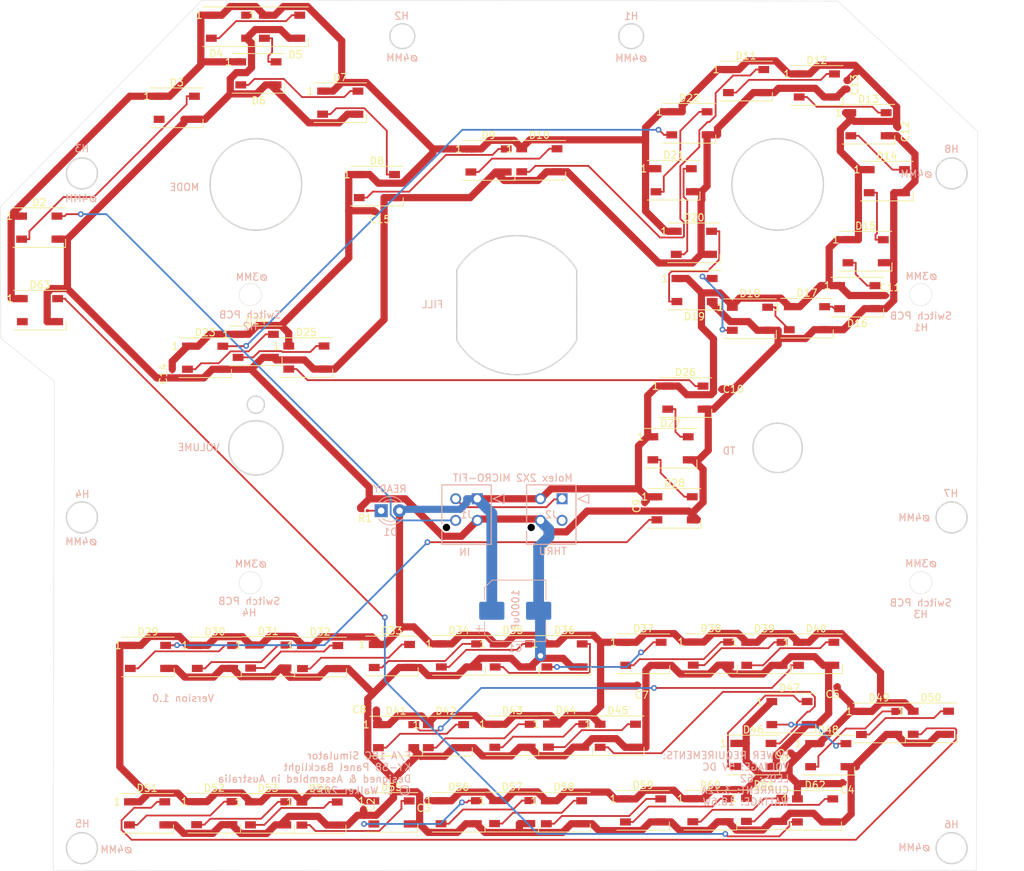
<source format=kicad_pcb>
(kicad_pcb (version 20171130) (host pcbnew "(5.1.6)-1")
  (layers (0 F.Cu signal) (31 B.Cu signal) (34 B.Paste user) (35 F.Paste user) (36 B.SilkS user) (37 F.SilkS user) (38 B.Mask user) (39 F.Mask user) (44 Edge.Cuts user))
  (net 0 "")
  (net 1 /LED+5V)
  (net 2 "Net-(D1-Pad1)")
  (net 3 "Net-(D2-Pad2)")
  (net 4 /DATAIN)
  (net 5 /LEDGND)
  (net 6 "Net-(D3-Pad2)")
  (net 7 "Net-(D4-Pad2)")
  (net 8 "Net-(D4-Pad4)")
  (net 9 "Net-(D5-Pad2)")
  (net 10 "Net-(D6-Pad2)")
  (net 11 "Net-(D7-Pad2)")
  (net 12 "Net-(D8-Pad2)")
  (net 13 "Net-(D10-Pad4)")
  (net 14 "Net-(D10-Pad2)")
  (net 15 "Net-(D11-Pad2)")
  (net 16 "Net-(D12-Pad2)")
  (net 17 "Net-(D13-Pad2)")
  (net 18 "Net-(D14-Pad2)")
  (net 19 "Net-(D15-Pad2)")
  (net 20 "Net-(D16-Pad2)")
  (net 21 "Net-(D17-Pad2)")
  (net 22 "Net-(D18-Pad2)")
  (net 23 "Net-(D19-Pad2)")
  (net 24 "Net-(D20-Pad2)")
  (net 25 "Net-(D21-Pad2)")
  (net 26 "Net-(D22-Pad2)")
  (net 27 "Net-(D23-Pad2)")
  (net 28 "Net-(D24-Pad2)")
  (net 29 /DATAOUT1)
  (net 30 "Net-(D26-Pad2)")
  (net 31 "Net-(D27-Pad2)")
  (net 32 "Net-(D28-Pad2)")
  (net 33 "Net-(D29-Pad2)")
  (net 34 "Net-(D30-Pad2)")
  (net 35 "Net-(D31-Pad2)")
  (net 36 "Net-(D32-Pad2)")
  (net 37 "Net-(D33-Pad2)")
  (net 38 "Net-(D34-Pad2)")
  (net 39 "Net-(D35-Pad2)")
  (net 40 "Net-(D36-Pad2)")
  (net 41 "Net-(D37-Pad2)")
  (net 42 "Net-(D38-Pad2)")
  (net 43 "Net-(D39-Pad2)")
  (net 44 "Net-(D40-Pad2)")
  (net 45 "Net-(D41-Pad2)")
  (net 46 "Net-(D42-Pad2)")
  (net 47 "Net-(D43-Pad2)")
  (net 48 "Net-(D44-Pad2)")
  (net 49 "Net-(D45-Pad2)")
  (net 50 "Net-(D46-Pad2)")
  (net 51 "Net-(D47-Pad2)")
  (net 52 "Net-(D48-Pad2)")
  (net 53 /DATAOUT2)
  (net 54 "Net-(D50-Pad2)")
  (net 55 "Net-(D51-Pad2)")
  (net 56 "Net-(D52-Pad2)")
  (net 57 "Net-(D53-Pad2)")
  (net 58 "Net-(D54-Pad2)")
  (net 59 "Net-(D55-Pad2)")
  (net 60 "Net-(D56-Pad2)")
  (net 61 "Net-(D57-Pad2)")
  (net 62 "Net-(D58-Pad2)")
  (net 63 "Net-(D59-Pad2)")
  (net 64 "Net-(D60-Pad2)")
  (net 65 "Net-(D61-Pad2)")
  (net 66 "Net-(D62-Pad2)")
  (net 67 "Net-(D63-Pad2)")
  (net 68 /DATAOUT)
  (net 69 /DATALOOP)
  (module Capacitor_SMD:C_0201_0603Metric (layer F.Cu) (at 133.0046 61.5188)
    (fp_text reference C15 (at -0.0356 1.0414) (layer F.SilkS))
    (fp_text value C)
    (pad 2 smd roundrect (at 0.32 0) (size 0.46 0.4) (layers F.Cu F.Mask) (net 5 /LEDGND))
    (pad 1 smd roundrect (at -0.32 0) (size 0.46 0.4) (layers F.Cu F.Mask) (net 1 /LED+5V))
  )
  (module Capacitor_SMD:C_0201_0603Metric (layer F.Cu) (at 104.1654 84.0334 270)
    (fp_text reference C14 (at 0 1.2446 90) (layer F.SilkS))
    (fp_text value C)
    (pad 2 smd roundrect (at 0.32 0 270) (size 0.46 0.4) (layers F.Cu F.Mask) (net 5 /LEDGND))
    (pad 1 smd roundrect (at -0.32 0 270) (size 0.46 0.4) (layers F.Cu F.Mask) (net 1 /LED+5V))
  )
  (module Capacitor_SMD:C_0201_0603Metric (layer F.Cu) (at 197.7644 43.876 270)
    (fp_text reference C13 (at 0 -1.05 90) (layer F.SilkS))
    (fp_text value C)
    (pad 2 smd roundrect (at 0.32 0 270) (size 0.46 0.4) (layers F.Cu F.Mask) (net 5 /LEDGND))
    (pad 1 smd roundrect (at -0.32 0 270) (size 0.46 0.4) (layers F.Cu F.Mask) (net 1 /LED+5V))
  )
  (module Capacitor_SMD:C_0201_0603Metric (layer F.Cu) (at 204.8002 50.3936 270)
    (fp_text reference C12 (at 0 -1.05 90) (layer F.SilkS))
    (fp_text value C)
    (pad 2 smd roundrect (at 0.32 0 270) (size 0.46 0.4) (layers F.Cu F.Mask) (net 5 /LEDGND))
    (pad 1 smd roundrect (at -0.32 0 270) (size 0.46 0.4) (layers F.Cu F.Mask) (net 1 /LED+5V))
  )
  (module Capacitor_SMD:C_0201_0603Metric (layer F.Cu) (at 203.7334 73.1266)
    (fp_text reference C11 (at 0 -1.1176) (layer F.SilkS))
    (fp_text value C)
    (pad 2 smd roundrect (at 0.32 0) (size 0.46 0.4) (layers F.Cu F.Mask) (net 5 /LEDGND))
    (pad 1 smd roundrect (at -0.32 0) (size 0.46 0.4) (layers F.Cu F.Mask) (net 1 /LED+5V))
  )
  (module Capacitor_SMD:C_0201_0603Metric (layer F.Cu) (at 179.7812 86.1822)
    (fp_text reference C10 (at 2.2098 -0.0508) (layer F.SilkS))
    (fp_text value C)
    (pad 2 smd roundrect (at 0.32 0) (size 0.46 0.4) (layers F.Cu F.Mask) (net 5 /LEDGND))
    (pad 1 smd roundrect (at -0.32 0) (size 0.46 0.4) (layers F.Cu F.Mask) (net 1 /LED+5V))
  )
  (module Capacitor_SMD:C_0201_0603Metric (layer F.Cu) (at 169.7228 102.489 270)
    (fp_text reference C9 (at -0.1524 1.1176 90) (layer F.SilkS))
    (fp_text value C)
    (pad 2 smd roundrect (at 0.32 0 270) (size 0.46 0.4) (layers F.Cu F.Mask) (net 5 /LEDGND))
    (pad 1 smd roundrect (at -0.32 0 270) (size 0.46 0.4) (layers F.Cu F.Mask) (net 1 /LED+5V))
  )
  (module Capacitor_SMD:C_0201_0603Metric (layer F.Cu) (at 131.8768 130.6576 180)
    (fp_text reference C8 (at 1.7526 0.0762) (layer F.SilkS))
    (fp_text value C)
    (pad 2 smd roundrect (at 0.32 0 180) (size 0.46 0.4) (layers F.Cu F.Mask) (net 5 /LEDGND))
    (pad 1 smd roundrect (at -0.32 0 180) (size 0.46 0.4) (layers F.Cu F.Mask) (net 1 /LED+5V))
  )
  (module Capacitor_SMD:C_0201_0603Metric (layer F.Cu) (at 169.3266 127.2032)
    (fp_text reference C7 (at -0.0356 1.3716) (layer F.SilkS))
    (fp_text value C)
    (pad 2 smd roundrect (at 0.32 0) (size 0.46 0.4) (layers F.Cu F.Mask) (net 5 /LEDGND))
    (pad 1 smd roundrect (at -0.32 0) (size 0.46 0.4) (layers F.Cu F.Mask) (net 1 /LED+5V))
  )
  (module Capacitor_SMD:C_0201_0603Metric (layer F.Cu) (at 189.537126 136.171726 135)
    (fp_text reference C6 (at 0 -1.05 135) (layer F.SilkS))
    (fp_text value C)
    (pad 2 smd roundrect (at 0.32 0 135) (size 0.46 0.4) (layers F.Cu F.Mask) (net 5 /LEDGND))
    (pad 1 smd roundrect (at -0.32 0 135) (size 0.46 0.4) (layers F.Cu F.Mask) (net 1 /LED+5V))
  )
  (module Capacitor_SMD:C_0201_0603Metric (layer F.Cu) (at 195.773 127.4318 180)
    (fp_text reference C5 (at 0 -1.05) (layer F.SilkS))
    (fp_text value C)
    (pad 2 smd roundrect (at 0.32 0 180) (size 0.46 0.4) (layers F.Cu F.Mask) (net 5 /LEDGND))
    (pad 1 smd roundrect (at -0.32 0 180) (size 0.46 0.4) (layers F.Cu F.Mask) (net 1 /LED+5V))
  )
  (module Capacitor_SMD:C_0201_0603Metric (layer F.Cu) (at 197.8304 140.7414)
    (fp_text reference C4 (at 0 1.016) (layer F.SilkS))
    (fp_text value C)
    (pad 2 smd roundrect (at 0.32 0) (size 0.46 0.4) (layers F.Cu F.Mask) (net 5 /LEDGND))
    (pad 1 smd roundrect (at -0.32 0) (size 0.46 0.4) (layers F.Cu F.Mask) (net 1 /LED+5V))
  )
  (module Capacitor_SMD:C_0201_0603Metric (layer F.Cu) (at 139.0396 143.2306 180)
    (fp_text reference C3 (at 0 -1.05) (layer F.SilkS))
    (fp_text value C)
    (pad 2 smd roundrect (at 0.32 0 180) (size 0.46 0.4) (layers F.Cu F.Mask) (net 5 /LEDGND))
    (pad 1 smd roundrect (at -0.32 0 180) (size 0.46 0.4) (layers F.Cu F.Mask) (net 1 /LED+5V))
  )
  (module Capacitor_SMD:C_0201_0603Metric (layer F.Cu) (at 130.683 143.825 270)
    (fp_text reference C2 (at 0 -1.05 90) (layer F.SilkS))
    (fp_text value C)
    (pad 2 smd roundrect (at 0.32 0 270) (size 0.46 0.4) (layers F.Cu F.Mask) (net 5 /LEDGND))
    (pad 1 smd roundrect (at -0.32 0 270) (size 0.46 0.4) (layers F.Cu F.Mask) (net 1 /LED+5V))
  )
  (module Capacitor_SMD:CP_Elec_8x10 (layer B.Cu) (at 151.7408 116.8908)
    (fp_text reference C1 (at 0 5.2) (layer B.SilkS) (effects (justify mirror)))
    (fp_text value C_Polarized)
    (pad 2 smd roundrect (at 3.25 0) (size 3.5 2.5) (layers B.Cu B.Paste B.Mask) (roundrect_rratio 0.1) (net 5 /LEDGND))
    (pad 1 smd roundrect (at -3.25 0) (size 3.5 2.5) (layers B.Cu B.Paste B.Mask) (roundrect_rratio 0.1) (net 1 /LED+5V))
  )
  (module LED_SMD:LED_WS2812B_PLCC4_5.0x5.0mm_P3.2mm (layer F.Cu) (at 85.8128 75.1584)
    (fp_text reference D63 (at 0 -3.5) (layer F.SilkS))
    (fp_text value WS2812B)
    (fp_text user 1 (at -4.15 -1.6) (layer F.SilkS))
    (pad 1 smd rect (at -2.45 -1.6) (size 1.5 1) (layers F.Cu F.Paste F.Mask) (net 1 /LED+5V))
    (pad 2 smd rect (at -2.45 1.6) (size 1.5 1) (layers F.Cu F.Paste F.Mask) (net 67 "Net-(D63-Pad2)"))
    (pad 4 smd rect (at 2.45 -1.6) (size 1.5 1) (layers F.Cu F.Paste F.Mask) (net 66 "Net-(D62-Pad2)"))
    (pad 3 smd rect (at 2.45 1.6) (size 1.5 1) (layers F.Cu F.Paste F.Mask) (net 5 /LEDGND))
  )
  (module LED_THT:LED_D3.0mm (layer B.Cu) (at 133.147 102.997)
    (fp_text reference D1 (at 1.27 2.96) (layer B.SilkS) (effects (justify mirror)))
    (fp_text value LED)
    (pad 2 thru_hole circle (at 2.54 0) (size 1.8 1.8) (drill 0.9) (layers *.Cu *.Mask) (net 1 /LED+5V))
    (pad 1 thru_hole rect (at 0 0) (size 1.8 1.8) (drill 0.9) (layers *.Cu *.Mask) (net 2 "Net-(D1-Pad1)"))
  )
  (module Resistor_SMD:R_0201_0603Metric (layer F.Cu) (at 130.912 102.997 180)
    (fp_text reference R1 (at 0 -1.05) (layer F.SilkS))
    (fp_text value R)
    (pad 2 smd roundrect (at 0.32 0 180) (size 0.46 0.4) (layers F.Cu F.Mask) (net 5 /LEDGND))
    (pad 1 smd roundrect (at -0.32 0 180) (size 0.46 0.4) (layers F.Cu F.Mask) (net 2 "Net-(D1-Pad1)"))
  )
  (module footprints:Molex_MicroFit_2X2 (layer B.Cu) (at 158.242 101.343)
    (fp_text reference J2 (at -1.495006 2.199999) (layer B.SilkS) (effects (justify mirror)))
    (fp_text value Conn_01x04_Female hide)
    (fp_text user * (at 0 0) (layer B.SilkS) (effects (justify mirror)))
    (pad 5 np_thru_hole circle (at -4.279999 3.98) (size 1.02 1.02) (drill 1.016) (layers))
    (pad 4 thru_hole circle (at -2.999999 2.999999) (size 1.52 1.52) (drill 1.016) (layers *.Cu *.Mask) (net 5 /LEDGND))
    (pad 3 thru_hole circle (at 0 2.999999 270) (size 1.52 1.52) (drill 1.016) (layers *.Cu *.Mask) (net 68 /DATAOUT))
    (pad 2 thru_hole circle (at -2.999999 0) (size 1.52 1.52) (drill 1.016) (layers *.Cu *.Mask) (net 1 /LED+5V))
    (pad 1 thru_hole rect (at 0 0 270) (size 1.52 1.52) (drill 1.016) (layers *.Cu *.Mask) (net 69 /DATALOOP))
  )
  (module footprints:Molex_MicroFit_2X2 (layer B.Cu) (at 146.482 101.343)
    (fp_text reference J1 (at -1.495006 2.199999) (layer B.SilkS) (effects (justify mirror)))
    (fp_text value Conn_01x04_Female hide)
    (fp_text user * (at 0 0) (layer B.SilkS) (effects (justify mirror)))
    (pad 5 np_thru_hole circle (at -4.279999 3.98) (size 1.02 1.02) (drill 1.016) (layers))
    (pad 4 thru_hole circle (at -2.999999 2.999999) (size 1.52 1.52) (drill 1.016) (layers *.Cu *.Mask) (net 4 /DATAIN))
    (pad 3 thru_hole circle (at 0 2.999999 270) (size 1.52 1.52) (drill 1.016) (layers *.Cu *.Mask) (net 5 /LEDGND))
    (pad 2 thru_hole circle (at -2.999999 0) (size 1.52 1.52) (drill 1.016) (layers *.Cu *.Mask) (net 69 /DATALOOP))
    (pad 1 thru_hole rect (at 0 0 270) (size 1.52 1.52) (drill 1.016) (layers *.Cu *.Mask) (net 1 /LED+5V))
  )
  (module LED_SMD:LED_WS2812B_PLCC4_5.0x5.0mm_P3.2mm (layer F.Cu) (at 193.345 144.602)
    (fp_text reference D62 (at 0 -3.5) (layer F.SilkS))
    (fp_text value WS2812B)
    (fp_text user 1 (at -4.15 -1.6) (layer F.SilkS))
    (pad 1 smd rect (at -2.45 -1.6) (size 1.5 1) (layers F.Cu F.Paste F.Mask) (net 1 /LED+5V))
    (pad 2 smd rect (at -2.45 1.6) (size 1.5 1) (layers F.Cu F.Paste F.Mask) (net 66 "Net-(D62-Pad2)"))
    (pad 4 smd rect (at 2.45 -1.6) (size 1.5 1) (layers F.Cu F.Paste F.Mask) (net 65 "Net-(D61-Pad2)"))
    (pad 3 smd rect (at 2.45 1.6) (size 1.5 1) (layers F.Cu F.Paste F.Mask) (net 5 /LEDGND))
  )
  (module LED_SMD:LED_WS2812B_PLCC4_5.0x5.0mm_P3.2mm (layer F.Cu) (at 186.27 144.526)
    (fp_text reference D61 (at 0 -3.5) (layer F.SilkS))
    (fp_text value WS2812B)
    (fp_text user 1 (at -4.15 -1.6) (layer F.SilkS))
    (pad 1 smd rect (at -2.45 -1.6) (size 1.5 1) (layers F.Cu F.Paste F.Mask) (net 1 /LED+5V))
    (pad 2 smd rect (at -2.45 1.6) (size 1.5 1) (layers F.Cu F.Paste F.Mask) (net 65 "Net-(D61-Pad2)"))
    (pad 4 smd rect (at 2.45 -1.6) (size 1.5 1) (layers F.Cu F.Paste F.Mask) (net 64 "Net-(D60-Pad2)"))
    (pad 3 smd rect (at 2.45 1.6) (size 1.5 1) (layers F.Cu F.Paste F.Mask) (net 5 /LEDGND))
  )
  (module LED_SMD:LED_WS2812B_PLCC4_5.0x5.0mm_P3.2mm (layer F.Cu) (at 178.828 144.577)
    (fp_text reference D60 (at 0 -3.5) (layer F.SilkS))
    (fp_text value WS2812B)
    (fp_text user 1 (at -4.15 -1.6) (layer F.SilkS))
    (pad 1 smd rect (at -2.45 -1.6) (size 1.5 1) (layers F.Cu F.Paste F.Mask) (net 1 /LED+5V))
    (pad 2 smd rect (at -2.45 1.6) (size 1.5 1) (layers F.Cu F.Paste F.Mask) (net 64 "Net-(D60-Pad2)"))
    (pad 4 smd rect (at 2.45 -1.6) (size 1.5 1) (layers F.Cu F.Paste F.Mask) (net 63 "Net-(D59-Pad2)"))
    (pad 3 smd rect (at 2.45 1.6) (size 1.5 1) (layers F.Cu F.Paste F.Mask) (net 5 /LEDGND))
  )
  (module LED_SMD:LED_WS2812B_PLCC4_5.0x5.0mm_P3.2mm (layer F.Cu) (at 169.48 144.602)
    (fp_text reference D59 (at 0 -3.5) (layer F.SilkS))
    (fp_text value WS2812B)
    (fp_text user 1 (at -4.15 -1.6) (layer F.SilkS))
    (pad 1 smd rect (at -2.45 -1.6) (size 1.5 1) (layers F.Cu F.Paste F.Mask) (net 1 /LED+5V))
    (pad 2 smd rect (at -2.45 1.6) (size 1.5 1) (layers F.Cu F.Paste F.Mask) (net 63 "Net-(D59-Pad2)"))
    (pad 4 smd rect (at 2.45 -1.6) (size 1.5 1) (layers F.Cu F.Paste F.Mask) (net 62 "Net-(D58-Pad2)"))
    (pad 3 smd rect (at 2.45 1.6) (size 1.5 1) (layers F.Cu F.Paste F.Mask) (net 5 /LEDGND))
  )
  (module LED_SMD:LED_WS2812B_PLCC4_5.0x5.0mm_P3.2mm (layer F.Cu) (at 158.51 144.856)
    (fp_text reference D58 (at 0 -3.5) (layer F.SilkS))
    (fp_text value WS2812B)
    (fp_text user 1 (at -4.15 -1.6) (layer F.SilkS))
    (pad 1 smd rect (at -2.45 -1.6) (size 1.5 1) (layers F.Cu F.Paste F.Mask) (net 1 /LED+5V))
    (pad 2 smd rect (at -2.45 1.6) (size 1.5 1) (layers F.Cu F.Paste F.Mask) (net 62 "Net-(D58-Pad2)"))
    (pad 4 smd rect (at 2.45 -1.6) (size 1.5 1) (layers F.Cu F.Paste F.Mask) (net 61 "Net-(D57-Pad2)"))
    (pad 3 smd rect (at 2.45 1.6) (size 1.5 1) (layers F.Cu F.Paste F.Mask) (net 5 /LEDGND))
  )
  (module LED_SMD:LED_WS2812B_PLCC4_5.0x5.0mm_P3.2mm (layer F.Cu) (at 151.322 144.831)
    (fp_text reference D57 (at 0 -3.5) (layer F.SilkS))
    (fp_text value WS2812B)
    (fp_text user 1 (at -4.15 -1.6) (layer F.SilkS))
    (pad 1 smd rect (at -2.45 -1.6) (size 1.5 1) (layers F.Cu F.Paste F.Mask) (net 1 /LED+5V))
    (pad 2 smd rect (at -2.45 1.6) (size 1.5 1) (layers F.Cu F.Paste F.Mask) (net 61 "Net-(D57-Pad2)"))
    (pad 4 smd rect (at 2.45 -1.6) (size 1.5 1) (layers F.Cu F.Paste F.Mask) (net 60 "Net-(D56-Pad2)"))
    (pad 3 smd rect (at 2.45 1.6) (size 1.5 1) (layers F.Cu F.Paste F.Mask) (net 5 /LEDGND))
  )
  (module LED_SMD:LED_WS2812B_PLCC4_5.0x5.0mm_P3.2mm (layer F.Cu) (at 143.903 144.856)
    (fp_text reference D56 (at 0 -3.5) (layer F.SilkS))
    (fp_text value WS2812B)
    (fp_text user 1 (at -4.15 -1.6) (layer F.SilkS))
    (pad 1 smd rect (at -2.45 -1.6) (size 1.5 1) (layers F.Cu F.Paste F.Mask) (net 1 /LED+5V))
    (pad 2 smd rect (at -2.45 1.6) (size 1.5 1) (layers F.Cu F.Paste F.Mask) (net 60 "Net-(D56-Pad2)"))
    (pad 4 smd rect (at 2.45 -1.6) (size 1.5 1) (layers F.Cu F.Paste F.Mask) (net 59 "Net-(D55-Pad2)"))
    (pad 3 smd rect (at 2.45 1.6) (size 1.5 1) (layers F.Cu F.Paste F.Mask) (net 5 /LEDGND))
  )
  (module LED_SMD:LED_WS2812B_PLCC4_5.0x5.0mm_P3.2mm (layer F.Cu) (at 134.581 144.881)
    (fp_text reference D55 (at 0 -3.5) (layer F.SilkS))
    (fp_text value WS2812B)
    (fp_text user 1 (at -4.15 -1.6) (layer F.SilkS))
    (pad 1 smd rect (at -2.45 -1.6) (size 1.5 1) (layers F.Cu F.Paste F.Mask) (net 1 /LED+5V))
    (pad 2 smd rect (at -2.45 1.6) (size 1.5 1) (layers F.Cu F.Paste F.Mask) (net 59 "Net-(D55-Pad2)"))
    (pad 4 smd rect (at 2.45 -1.6) (size 1.5 1) (layers F.Cu F.Paste F.Mask) (net 58 "Net-(D54-Pad2)"))
    (pad 3 smd rect (at 2.45 1.6) (size 1.5 1) (layers F.Cu F.Paste F.Mask) (net 5 /LEDGND))
  )
  (module LED_SMD:LED_WS2812B_PLCC4_5.0x5.0mm_P3.2mm (layer F.Cu) (at 124.599 145.034)
    (fp_text reference D54 (at 0 -3.5) (layer F.SilkS))
    (fp_text value WS2812B)
    (fp_text user 1 (at -4.15 -1.6) (layer F.SilkS))
    (pad 1 smd rect (at -2.45 -1.6) (size 1.5 1) (layers F.Cu F.Paste F.Mask) (net 1 /LED+5V))
    (pad 2 smd rect (at -2.45 1.6) (size 1.5 1) (layers F.Cu F.Paste F.Mask) (net 58 "Net-(D54-Pad2)"))
    (pad 4 smd rect (at 2.45 -1.6) (size 1.5 1) (layers F.Cu F.Paste F.Mask) (net 57 "Net-(D53-Pad2)"))
    (pad 3 smd rect (at 2.45 1.6) (size 1.5 1) (layers F.Cu F.Paste F.Mask) (net 5 /LEDGND))
  )
  (module LED_SMD:LED_WS2812B_PLCC4_5.0x5.0mm_P3.2mm (layer F.Cu) (at 117.461 145.008)
    (fp_text reference D53 (at 0 -3.5) (layer F.SilkS))
    (fp_text value WS2812B)
    (fp_text user 1 (at -4.15 -1.6) (layer F.SilkS))
    (pad 1 smd rect (at -2.45 -1.6) (size 1.5 1) (layers F.Cu F.Paste F.Mask) (net 1 /LED+5V))
    (pad 2 smd rect (at -2.45 1.6) (size 1.5 1) (layers F.Cu F.Paste F.Mask) (net 57 "Net-(D53-Pad2)"))
    (pad 4 smd rect (at 2.45 -1.6) (size 1.5 1) (layers F.Cu F.Paste F.Mask) (net 56 "Net-(D52-Pad2)"))
    (pad 3 smd rect (at 2.45 1.6) (size 1.5 1) (layers F.Cu F.Paste F.Mask) (net 5 /LEDGND))
  )
  (module LED_SMD:LED_WS2812B_PLCC4_5.0x5.0mm_P3.2mm (layer F.Cu) (at 109.994 144.983)
    (fp_text reference D52 (at 0 -3.5) (layer F.SilkS))
    (fp_text value WS2812B)
    (fp_text user 1 (at -4.15 -1.6) (layer F.SilkS))
    (pad 1 smd rect (at -2.45 -1.6) (size 1.5 1) (layers F.Cu F.Paste F.Mask) (net 1 /LED+5V))
    (pad 2 smd rect (at -2.45 1.6) (size 1.5 1) (layers F.Cu F.Paste F.Mask) (net 56 "Net-(D52-Pad2)"))
    (pad 4 smd rect (at 2.45 -1.6) (size 1.5 1) (layers F.Cu F.Paste F.Mask) (net 55 "Net-(D51-Pad2)"))
    (pad 3 smd rect (at 2.45 1.6) (size 1.5 1) (layers F.Cu F.Paste F.Mask) (net 5 /LEDGND))
  )
  (module LED_SMD:LED_WS2812B_PLCC4_5.0x5.0mm_P3.2mm (layer F.Cu) (at 100.674 145.009)
    (fp_text reference D51 (at 0 -3.5) (layer F.SilkS))
    (fp_text value WS2812B)
    (fp_text user 1 (at -4.15 -1.6) (layer F.SilkS))
    (pad 1 smd rect (at -2.45 -1.6) (size 1.5 1) (layers F.Cu F.Paste F.Mask) (net 1 /LED+5V))
    (pad 2 smd rect (at -2.45 1.6) (size 1.5 1) (layers F.Cu F.Paste F.Mask) (net 55 "Net-(D51-Pad2)"))
    (pad 4 smd rect (at 2.45 -1.6) (size 1.5 1) (layers F.Cu F.Paste F.Mask) (net 54 "Net-(D50-Pad2)"))
    (pad 3 smd rect (at 2.45 1.6) (size 1.5 1) (layers F.Cu F.Paste F.Mask) (net 5 /LEDGND))
  )
  (module LED_SMD:LED_WS2812B_PLCC4_5.0x5.0mm_P3.2mm (layer F.Cu) (at 209.409 132.435)
    (fp_text reference D50 (at 0 -3.5) (layer F.SilkS))
    (fp_text value WS2812B)
    (fp_text user 1 (at -4.15 -1.6) (layer F.SilkS))
    (pad 1 smd rect (at -2.45 -1.6) (size 1.5 1) (layers F.Cu F.Paste F.Mask) (net 1 /LED+5V))
    (pad 2 smd rect (at -2.45 1.6) (size 1.5 1) (layers F.Cu F.Paste F.Mask) (net 54 "Net-(D50-Pad2)"))
    (pad 4 smd rect (at 2.45 -1.6) (size 1.5 1) (layers F.Cu F.Paste F.Mask) (net 53 /DATAOUT2))
    (pad 3 smd rect (at 2.45 1.6) (size 1.5 1) (layers F.Cu F.Paste F.Mask) (net 5 /LEDGND))
  )
  (module LED_SMD:LED_WS2812B_PLCC4_5.0x5.0mm_P3.2mm (layer F.Cu) (at 202.223 132.461)
    (fp_text reference D49 (at 0 -3.5) (layer F.SilkS))
    (fp_text value WS2812B)
    (fp_text user 1 (at -4.15 -1.6) (layer F.SilkS))
    (pad 1 smd rect (at -2.45 -1.6) (size 1.5 1) (layers F.Cu F.Paste F.Mask) (net 1 /LED+5V))
    (pad 2 smd rect (at -2.45 1.6) (size 1.5 1) (layers F.Cu F.Paste F.Mask) (net 53 /DATAOUT2))
    (pad 4 smd rect (at 2.45 -1.6) (size 1.5 1) (layers F.Cu F.Paste F.Mask) (net 52 "Net-(D48-Pad2)"))
    (pad 3 smd rect (at 2.45 1.6) (size 1.5 1) (layers F.Cu F.Paste F.Mask) (net 5 /LEDGND))
  )
  (module LED_SMD:LED_WS2812B_PLCC4_5.0x5.0mm_P3.2mm (layer F.Cu) (at 195.174 136.931)
    (fp_text reference D48 (at 0 -3.5) (layer F.SilkS))
    (fp_text value WS2812B)
    (fp_text user 1 (at -4.15 -1.6) (layer F.SilkS))
    (pad 1 smd rect (at -2.45 -1.6) (size 1.5 1) (layers F.Cu F.Paste F.Mask) (net 1 /LED+5V))
    (pad 2 smd rect (at -2.45 1.6) (size 1.5 1) (layers F.Cu F.Paste F.Mask) (net 52 "Net-(D48-Pad2)"))
    (pad 4 smd rect (at 2.45 -1.6) (size 1.5 1) (layers F.Cu F.Paste F.Mask) (net 51 "Net-(D47-Pad2)"))
    (pad 3 smd rect (at 2.45 1.6) (size 1.5 1) (layers F.Cu F.Paste F.Mask) (net 5 /LEDGND))
  )
  (module LED_SMD:LED_WS2812B_PLCC4_5.0x5.0mm_P3.2mm (layer F.Cu) (at 189.789 131.089)
    (fp_text reference D47 (at 0 -3.5) (layer F.SilkS))
    (fp_text value WS2812B)
    (fp_text user 1 (at -4.15 -1.6) (layer F.SilkS))
    (pad 1 smd rect (at -2.45 -1.6) (size 1.5 1) (layers F.Cu F.Paste F.Mask) (net 1 /LED+5V))
    (pad 2 smd rect (at -2.45 1.6) (size 1.5 1) (layers F.Cu F.Paste F.Mask) (net 51 "Net-(D47-Pad2)"))
    (pad 4 smd rect (at 2.45 -1.6) (size 1.5 1) (layers F.Cu F.Paste F.Mask) (net 50 "Net-(D46-Pad2)"))
    (pad 3 smd rect (at 2.45 1.6) (size 1.5 1) (layers F.Cu F.Paste F.Mask) (net 5 /LEDGND))
  )
  (module LED_SMD:LED_WS2812B_PLCC4_5.0x5.0mm_P3.2mm (layer F.Cu) (at 184.785 136.906)
    (fp_text reference D46 (at 0 -3.5) (layer F.SilkS))
    (fp_text value WS2812B)
    (fp_text user 1 (at -4.15 -1.6) (layer F.SilkS))
    (pad 1 smd rect (at -2.45 -1.6) (size 1.5 1) (layers F.Cu F.Paste F.Mask) (net 1 /LED+5V))
    (pad 2 smd rect (at -2.45 1.6) (size 1.5 1) (layers F.Cu F.Paste F.Mask) (net 50 "Net-(D46-Pad2)"))
    (pad 4 smd rect (at 2.45 -1.6) (size 1.5 1) (layers F.Cu F.Paste F.Mask) (net 49 "Net-(D45-Pad2)"))
    (pad 3 smd rect (at 2.45 1.6) (size 1.5 1) (layers F.Cu F.Paste F.Mask) (net 5 /LEDGND))
  )
  (module LED_SMD:LED_WS2812B_PLCC4_5.0x5.0mm_P3.2mm (layer F.Cu) (at 165.975 134.239)
    (fp_text reference D45 (at 0 -3.5) (layer F.SilkS))
    (fp_text value WS2812B)
    (fp_text user 1 (at -4.15 -1.6) (layer F.SilkS))
    (pad 1 smd rect (at -2.45 -1.6) (size 1.5 1) (layers F.Cu F.Paste F.Mask) (net 1 /LED+5V))
    (pad 2 smd rect (at -2.45 1.6) (size 1.5 1) (layers F.Cu F.Paste F.Mask) (net 49 "Net-(D45-Pad2)"))
    (pad 4 smd rect (at 2.45 -1.6) (size 1.5 1) (layers F.Cu F.Paste F.Mask) (net 48 "Net-(D44-Pad2)"))
    (pad 3 smd rect (at 2.45 1.6) (size 1.5 1) (layers F.Cu F.Paste F.Mask) (net 5 /LEDGND))
  )
  (module LED_SMD:LED_WS2812B_PLCC4_5.0x5.0mm_P3.2mm (layer F.Cu) (at 158.801 134.214)
    (fp_text reference D44 (at 0 -3.5) (layer F.SilkS))
    (fp_text value WS2812B)
    (fp_text user 1 (at -4.15 -1.6) (layer F.SilkS))
    (pad 1 smd rect (at -2.45 -1.6) (size 1.5 1) (layers F.Cu F.Paste F.Mask) (net 1 /LED+5V))
    (pad 2 smd rect (at -2.45 1.6) (size 1.5 1) (layers F.Cu F.Paste F.Mask) (net 48 "Net-(D44-Pad2)"))
    (pad 4 smd rect (at 2.45 -1.6) (size 1.5 1) (layers F.Cu F.Paste F.Mask) (net 47 "Net-(D43-Pad2)"))
    (pad 3 smd rect (at 2.45 1.6) (size 1.5 1) (layers F.Cu F.Paste F.Mask) (net 5 /LEDGND))
  )
  (module LED_SMD:LED_WS2812B_PLCC4_5.0x5.0mm_P3.2mm (layer F.Cu) (at 151.359 134.239)
    (fp_text reference D43 (at 0 -3.5) (layer F.SilkS))
    (fp_text value WS2812B)
    (fp_text user 1 (at -4.15 -1.6) (layer F.SilkS))
    (pad 1 smd rect (at -2.45 -1.6) (size 1.5 1) (layers F.Cu F.Paste F.Mask) (net 1 /LED+5V))
    (pad 2 smd rect (at -2.45 1.6) (size 1.5 1) (layers F.Cu F.Paste F.Mask) (net 47 "Net-(D43-Pad2)"))
    (pad 4 smd rect (at 2.45 -1.6) (size 1.5 1) (layers F.Cu F.Paste F.Mask) (net 46 "Net-(D42-Pad2)"))
    (pad 3 smd rect (at 2.45 1.6) (size 1.5 1) (layers F.Cu F.Paste F.Mask) (net 5 /LEDGND))
  )
  (module LED_SMD:LED_WS2812B_PLCC4_5.0x5.0mm_P3.2mm (layer F.Cu) (at 142.138 134.29)
    (fp_text reference D42 (at 0 -3.5) (layer F.SilkS))
    (fp_text value WS2812B)
    (fp_text user 1 (at -4.15 -1.6) (layer F.SilkS))
    (pad 1 smd rect (at -2.45 -1.6) (size 1.5 1) (layers F.Cu F.Paste F.Mask) (net 1 /LED+5V))
    (pad 2 smd rect (at -2.45 1.6) (size 1.5 1) (layers F.Cu F.Paste F.Mask) (net 46 "Net-(D42-Pad2)"))
    (pad 4 smd rect (at 2.45 -1.6) (size 1.5 1) (layers F.Cu F.Paste F.Mask) (net 45 "Net-(D41-Pad2)"))
    (pad 3 smd rect (at 2.45 1.6) (size 1.5 1) (layers F.Cu F.Paste F.Mask) (net 5 /LEDGND))
  )
  (module LED_SMD:LED_WS2812B_PLCC4_5.0x5.0mm_P3.2mm (layer F.Cu) (at 135.216 134.29)
    (fp_text reference D41 (at 0 -3.5) (layer F.SilkS))
    (fp_text value WS2812B)
    (fp_text user 1 (at -4.15 -1.6) (layer F.SilkS))
    (pad 1 smd rect (at -2.45 -1.6) (size 1.5 1) (layers F.Cu F.Paste F.Mask) (net 1 /LED+5V))
    (pad 2 smd rect (at -2.45 1.6) (size 1.5 1) (layers F.Cu F.Paste F.Mask) (net 45 "Net-(D41-Pad2)"))
    (pad 4 smd rect (at 2.45 -1.6) (size 1.5 1) (layers F.Cu F.Paste F.Mask) (net 44 "Net-(D40-Pad2)"))
    (pad 3 smd rect (at 2.45 1.6) (size 1.5 1) (layers F.Cu F.Paste F.Mask) (net 5 /LEDGND))
  )
  (module LED_SMD:LED_WS2812B_PLCC4_5.0x5.0mm_P3.2mm (layer F.Cu) (at 193.497 122.86)
    (fp_text reference D40 (at 0 -3.5) (layer F.SilkS))
    (fp_text value WS2812B)
    (fp_text user 1 (at -4.15 -1.6) (layer F.SilkS))
    (pad 1 smd rect (at -2.45 -1.6) (size 1.5 1) (layers F.Cu F.Paste F.Mask) (net 1 /LED+5V))
    (pad 2 smd rect (at -2.45 1.6) (size 1.5 1) (layers F.Cu F.Paste F.Mask) (net 44 "Net-(D40-Pad2)"))
    (pad 4 smd rect (at 2.45 -1.6) (size 1.5 1) (layers F.Cu F.Paste F.Mask) (net 43 "Net-(D39-Pad2)"))
    (pad 3 smd rect (at 2.45 1.6) (size 1.5 1) (layers F.Cu F.Paste F.Mask) (net 5 /LEDGND))
  )
  (module LED_SMD:LED_WS2812B_PLCC4_5.0x5.0mm_P3.2mm (layer F.Cu) (at 186.309 122.86)
    (fp_text reference D39 (at 0 -3.5) (layer F.SilkS))
    (fp_text value WS2812B)
    (fp_text user 1 (at -4.15 -1.6) (layer F.SilkS))
    (pad 1 smd rect (at -2.45 -1.6) (size 1.5 1) (layers F.Cu F.Paste F.Mask) (net 1 /LED+5V))
    (pad 2 smd rect (at -2.45 1.6) (size 1.5 1) (layers F.Cu F.Paste F.Mask) (net 43 "Net-(D39-Pad2)"))
    (pad 4 smd rect (at 2.45 -1.6) (size 1.5 1) (layers F.Cu F.Paste F.Mask) (net 42 "Net-(D38-Pad2)"))
    (pad 3 smd rect (at 2.45 1.6) (size 1.5 1) (layers F.Cu F.Paste F.Mask) (net 5 /LEDGND))
  )
  (module LED_SMD:LED_WS2812B_PLCC4_5.0x5.0mm_P3.2mm (layer F.Cu) (at 178.892 122.834)
    (fp_text reference D38 (at 0 -3.5) (layer F.SilkS))
    (fp_text value WS2812B)
    (fp_text user 1 (at -4.15 -1.6) (layer F.SilkS))
    (pad 1 smd rect (at -2.45 -1.6) (size 1.5 1) (layers F.Cu F.Paste F.Mask) (net 1 /LED+5V))
    (pad 2 smd rect (at -2.45 1.6) (size 1.5 1) (layers F.Cu F.Paste F.Mask) (net 42 "Net-(D38-Pad2)"))
    (pad 4 smd rect (at 2.45 -1.6) (size 1.5 1) (layers F.Cu F.Paste F.Mask) (net 41 "Net-(D37-Pad2)"))
    (pad 3 smd rect (at 2.45 1.6) (size 1.5 1) (layers F.Cu F.Paste F.Mask) (net 5 /LEDGND))
  )
  (module LED_SMD:LED_WS2812B_PLCC4_5.0x5.0mm_P3.2mm (layer F.Cu) (at 169.531 122.86)
    (fp_text reference D37 (at 0 -3.5) (layer F.SilkS))
    (fp_text value WS2812B)
    (fp_text user 1 (at -4.15 -1.6) (layer F.SilkS))
    (pad 1 smd rect (at -2.45 -1.6) (size 1.5 1) (layers F.Cu F.Paste F.Mask) (net 1 /LED+5V))
    (pad 2 smd rect (at -2.45 1.6) (size 1.5 1) (layers F.Cu F.Paste F.Mask) (net 41 "Net-(D37-Pad2)"))
    (pad 4 smd rect (at 2.45 -1.6) (size 1.5 1) (layers F.Cu F.Paste F.Mask) (net 40 "Net-(D36-Pad2)"))
    (pad 3 smd rect (at 2.45 1.6) (size 1.5 1) (layers F.Cu F.Paste F.Mask) (net 5 /LEDGND))
  )
  (module LED_SMD:LED_WS2812B_PLCC4_5.0x5.0mm_P3.2mm (layer F.Cu) (at 158.584 123.088)
    (fp_text reference D36 (at 0 -3.5) (layer F.SilkS))
    (fp_text value WS2812B)
    (fp_text user 1 (at -4.15 -1.6) (layer F.SilkS))
    (pad 1 smd rect (at -2.45 -1.6) (size 1.5 1) (layers F.Cu F.Paste F.Mask) (net 1 /LED+5V))
    (pad 2 smd rect (at -2.45 1.6) (size 1.5 1) (layers F.Cu F.Paste F.Mask) (net 40 "Net-(D36-Pad2)"))
    (pad 4 smd rect (at 2.45 -1.6) (size 1.5 1) (layers F.Cu F.Paste F.Mask) (net 39 "Net-(D35-Pad2)"))
    (pad 3 smd rect (at 2.45 1.6) (size 1.5 1) (layers F.Cu F.Paste F.Mask) (net 5 /LEDGND))
  )
  (module LED_SMD:LED_WS2812B_PLCC4_5.0x5.0mm_P3.2mm (layer F.Cu) (at 151.409 123.088)
    (fp_text reference D35 (at 0 -3.5) (layer F.SilkS))
    (fp_text value WS2812B)
    (fp_text user 1 (at -4.15 -1.6) (layer F.SilkS))
    (pad 1 smd rect (at -2.45 -1.6) (size 1.5 1) (layers F.Cu F.Paste F.Mask) (net 1 /LED+5V))
    (pad 2 smd rect (at -2.45 1.6) (size 1.5 1) (layers F.Cu F.Paste F.Mask) (net 39 "Net-(D35-Pad2)"))
    (pad 4 smd rect (at 2.45 -1.6) (size 1.5 1) (layers F.Cu F.Paste F.Mask) (net 38 "Net-(D34-Pad2)"))
    (pad 3 smd rect (at 2.45 1.6) (size 1.5 1) (layers F.Cu F.Paste F.Mask) (net 5 /LEDGND))
  )
  (module LED_SMD:LED_WS2812B_PLCC4_5.0x5.0mm_P3.2mm (layer F.Cu) (at 143.942 123.088)
    (fp_text reference D34 (at 0 -3.5) (layer F.SilkS))
    (fp_text value WS2812B)
    (fp_text user 1 (at -4.15 -1.6) (layer F.SilkS))
    (pad 1 smd rect (at -2.45 -1.6) (size 1.5 1) (layers F.Cu F.Paste F.Mask) (net 1 /LED+5V))
    (pad 2 smd rect (at -2.45 1.6) (size 1.5 1) (layers F.Cu F.Paste F.Mask) (net 38 "Net-(D34-Pad2)"))
    (pad 4 smd rect (at 2.45 -1.6) (size 1.5 1) (layers F.Cu F.Paste F.Mask) (net 37 "Net-(D33-Pad2)"))
    (pad 3 smd rect (at 2.45 1.6) (size 1.5 1) (layers F.Cu F.Paste F.Mask) (net 5 /LEDGND))
  )
  (module LED_SMD:LED_WS2812B_PLCC4_5.0x5.0mm_P3.2mm (layer F.Cu) (at 134.634 123.164)
    (fp_text reference D33 (at 0 -3.5) (layer F.SilkS))
    (fp_text value WS2812B)
    (fp_text user 1 (at -4.15 -1.6) (layer F.SilkS))
    (pad 1 smd rect (at -2.45 -1.6) (size 1.5 1) (layers F.Cu F.Paste F.Mask) (net 1 /LED+5V))
    (pad 2 smd rect (at -2.45 1.6) (size 1.5 1) (layers F.Cu F.Paste F.Mask) (net 37 "Net-(D33-Pad2)"))
    (pad 4 smd rect (at 2.45 -1.6) (size 1.5 1) (layers F.Cu F.Paste F.Mask) (net 36 "Net-(D32-Pad2)"))
    (pad 3 smd rect (at 2.45 1.6) (size 1.5 1) (layers F.Cu F.Paste F.Mask) (net 5 /LEDGND))
  )
  (module LED_SMD:LED_WS2812B_PLCC4_5.0x5.0mm_P3.2mm (layer F.Cu) (at 124.677 123.317)
    (fp_text reference D32 (at 0 -3.5) (layer F.SilkS))
    (fp_text value WS2812B)
    (fp_text user 1 (at -4.15 -1.6) (layer F.SilkS))
    (pad 1 smd rect (at -2.45 -1.6) (size 1.5 1) (layers F.Cu F.Paste F.Mask) (net 1 /LED+5V))
    (pad 2 smd rect (at -2.45 1.6) (size 1.5 1) (layers F.Cu F.Paste F.Mask) (net 36 "Net-(D32-Pad2)"))
    (pad 4 smd rect (at 2.45 -1.6) (size 1.5 1) (layers F.Cu F.Paste F.Mask) (net 35 "Net-(D31-Pad2)"))
    (pad 3 smd rect (at 2.45 1.6) (size 1.5 1) (layers F.Cu F.Paste F.Mask) (net 5 /LEDGND))
  )
  (module LED_SMD:LED_WS2812B_PLCC4_5.0x5.0mm_P3.2mm (layer F.Cu) (at 117.489 123.241)
    (fp_text reference D31 (at 0 -3.5) (layer F.SilkS))
    (fp_text value WS2812B)
    (fp_text user 1 (at -4.15 -1.6) (layer F.SilkS))
    (pad 1 smd rect (at -2.45 -1.6) (size 1.5 1) (layers F.Cu F.Paste F.Mask) (net 1 /LED+5V))
    (pad 2 smd rect (at -2.45 1.6) (size 1.5 1) (layers F.Cu F.Paste F.Mask) (net 35 "Net-(D31-Pad2)"))
    (pad 4 smd rect (at 2.45 -1.6) (size 1.5 1) (layers F.Cu F.Paste F.Mask) (net 34 "Net-(D30-Pad2)"))
    (pad 3 smd rect (at 2.45 1.6) (size 1.5 1) (layers F.Cu F.Paste F.Mask) (net 5 /LEDGND))
  )
  (module LED_SMD:LED_WS2812B_PLCC4_5.0x5.0mm_P3.2mm (layer F.Cu) (at 110.084 123.292)
    (fp_text reference D30 (at 0 -3.5) (layer F.SilkS))
    (fp_text value WS2812B)
    (fp_text user 1 (at -4.15 -1.6) (layer F.SilkS))
    (pad 1 smd rect (at -2.45 -1.6) (size 1.5 1) (layers F.Cu F.Paste F.Mask) (net 1 /LED+5V))
    (pad 2 smd rect (at -2.45 1.6) (size 1.5 1) (layers F.Cu F.Paste F.Mask) (net 34 "Net-(D30-Pad2)"))
    (pad 4 smd rect (at 2.45 -1.6) (size 1.5 1) (layers F.Cu F.Paste F.Mask) (net 33 "Net-(D29-Pad2)"))
    (pad 3 smd rect (at 2.45 1.6) (size 1.5 1) (layers F.Cu F.Paste F.Mask) (net 5 /LEDGND))
  )
  (module LED_SMD:LED_WS2812B_PLCC4_5.0x5.0mm_P3.2mm (layer F.Cu) (at 100.787 123.292)
    (fp_text reference D29 (at 0 -3.5) (layer F.SilkS))
    (fp_text value WS2812B)
    (fp_text user 1 (at -4.15 -1.6) (layer F.SilkS))
    (pad 1 smd rect (at -2.45 -1.6) (size 1.5 1) (layers F.Cu F.Paste F.Mask) (net 1 /LED+5V))
    (pad 2 smd rect (at -2.45 1.6) (size 1.5 1) (layers F.Cu F.Paste F.Mask) (net 33 "Net-(D29-Pad2)"))
    (pad 4 smd rect (at 2.45 -1.6) (size 1.5 1) (layers F.Cu F.Paste F.Mask) (net 32 "Net-(D28-Pad2)"))
    (pad 3 smd rect (at 2.45 1.6) (size 1.5 1) (layers F.Cu F.Paste F.Mask) (net 5 /LEDGND))
  )
  (module LED_SMD:LED_WS2812B_PLCC4_5.0x5.0mm_P3.2mm (layer F.Cu) (at 173.851 102.667)
    (fp_text reference D28 (at 0 -3.5) (layer F.SilkS))
    (fp_text value WS2812B)
    (fp_text user 1 (at -4.15 -1.6) (layer F.SilkS))
    (pad 1 smd rect (at -2.45 -1.6) (size 1.5 1) (layers F.Cu F.Paste F.Mask) (net 1 /LED+5V))
    (pad 2 smd rect (at -2.45 1.6) (size 1.5 1) (layers F.Cu F.Paste F.Mask) (net 32 "Net-(D28-Pad2)"))
    (pad 4 smd rect (at 2.45 -1.6) (size 1.5 1) (layers F.Cu F.Paste F.Mask) (net 31 "Net-(D27-Pad2)"))
    (pad 3 smd rect (at 2.45 1.6) (size 1.5 1) (layers F.Cu F.Paste F.Mask) (net 5 /LEDGND))
  )
  (module LED_SMD:LED_WS2812B_PLCC4_5.0x5.0mm_P3.2mm (layer F.Cu) (at 173.293 94.3354)
    (fp_text reference D27 (at 0 -3.5) (layer F.SilkS))
    (fp_text value WS2812B)
    (fp_text user 1 (at -4.15 -1.6) (layer F.SilkS))
    (pad 1 smd rect (at -2.45 -1.6) (size 1.5 1) (layers F.Cu F.Paste F.Mask) (net 1 /LED+5V))
    (pad 2 smd rect (at -2.45 1.6) (size 1.5 1) (layers F.Cu F.Paste F.Mask) (net 31 "Net-(D27-Pad2)"))
    (pad 4 smd rect (at 2.45 -1.6) (size 1.5 1) (layers F.Cu F.Paste F.Mask) (net 30 "Net-(D26-Pad2)"))
    (pad 3 smd rect (at 2.45 1.6) (size 1.5 1) (layers F.Cu F.Paste F.Mask) (net 5 /LEDGND))
  )
  (module LED_SMD:LED_WS2812B_PLCC4_5.0x5.0mm_P3.2mm (layer F.Cu) (at 175.35 87.2996)
    (fp_text reference D26 (at 0 -3.5) (layer F.SilkS))
    (fp_text value WS2812B)
    (fp_text user 1 (at -4.15 -1.6) (layer F.SilkS))
    (pad 1 smd rect (at -2.45 -1.6) (size 1.5 1) (layers F.Cu F.Paste F.Mask) (net 1 /LED+5V))
    (pad 2 smd rect (at -2.45 1.6) (size 1.5 1) (layers F.Cu F.Paste F.Mask) (net 30 "Net-(D26-Pad2)"))
    (pad 4 smd rect (at 2.45 -1.6) (size 1.5 1) (layers F.Cu F.Paste F.Mask) (net 29 /DATAOUT1))
    (pad 3 smd rect (at 2.45 1.6) (size 1.5 1) (layers F.Cu F.Paste F.Mask) (net 5 /LEDGND))
  )
  (module LED_SMD:LED_WS2812B_PLCC4_5.0x5.0mm_P3.2mm (layer F.Cu) (at 122.772 81.737)
    (fp_text reference D25 (at 0 -3.5) (layer F.SilkS))
    (fp_text value WS2812B)
    (fp_text user 1 (at -4.15 -1.6) (layer F.SilkS))
    (pad 1 smd rect (at -2.45 -1.6) (size 1.5 1) (layers F.Cu F.Paste F.Mask) (net 1 /LED+5V))
    (pad 2 smd rect (at -2.45 1.6) (size 1.5 1) (layers F.Cu F.Paste F.Mask) (net 29 /DATAOUT1))
    (pad 4 smd rect (at 2.45 -1.6) (size 1.5 1) (layers F.Cu F.Paste F.Mask) (net 28 "Net-(D24-Pad2)"))
    (pad 3 smd rect (at 2.45 1.6) (size 1.5 1) (layers F.Cu F.Paste F.Mask) (net 5 /LEDGND))
  )
  (module LED_SMD:LED_WS2812B_PLCC4_5.0x5.0mm_P3.2mm (layer F.Cu) (at 115.748 80.1116)
    (fp_text reference D24 (at 0 -3.5) (layer F.SilkS))
    (fp_text value WS2812B)
    (fp_text user 1 (at -4.15 -1.6) (layer F.SilkS))
    (pad 1 smd rect (at -2.45 -1.6) (size 1.5 1) (layers F.Cu F.Paste F.Mask) (net 1 /LED+5V))
    (pad 2 smd rect (at -2.45 1.6) (size 1.5 1) (layers F.Cu F.Paste F.Mask) (net 28 "Net-(D24-Pad2)"))
    (pad 4 smd rect (at 2.45 -1.6) (size 1.5 1) (layers F.Cu F.Paste F.Mask) (net 27 "Net-(D23-Pad2)"))
    (pad 3 smd rect (at 2.45 1.6) (size 1.5 1) (layers F.Cu F.Paste F.Mask) (net 5 /LEDGND))
  )
  (module LED_SMD:LED_WS2812B_PLCC4_5.0x5.0mm_P3.2mm (layer F.Cu) (at 108.724 81.7624)
    (fp_text reference D23 (at 0 -3.5) (layer F.SilkS))
    (fp_text value WS2812B)
    (fp_text user 1 (at -4.15 -1.6) (layer F.SilkS))
    (pad 1 smd rect (at -2.45 -1.6) (size 1.5 1) (layers F.Cu F.Paste F.Mask) (net 1 /LED+5V))
    (pad 2 smd rect (at -2.45 1.6) (size 1.5 1) (layers F.Cu F.Paste F.Mask) (net 27 "Net-(D23-Pad2)"))
    (pad 4 smd rect (at 2.45 -1.6) (size 1.5 1) (layers F.Cu F.Paste F.Mask) (net 26 "Net-(D22-Pad2)"))
    (pad 3 smd rect (at 2.45 1.6) (size 1.5 1) (layers F.Cu F.Paste F.Mask) (net 5 /LEDGND))
  )
  (module LED_SMD:LED_WS2812B_PLCC4_5.0x5.0mm_P3.2mm (layer F.Cu) (at 175.909 49.225)
    (fp_text reference D22 (at 0 -3.5) (layer F.SilkS))
    (fp_text value WS2812B)
    (fp_text user 1 (at -4.15 -1.6) (layer F.SilkS))
    (pad 1 smd rect (at -2.45 -1.6) (size 1.5 1) (layers F.Cu F.Paste F.Mask) (net 1 /LED+5V))
    (pad 2 smd rect (at -2.45 1.6) (size 1.5 1) (layers F.Cu F.Paste F.Mask) (net 26 "Net-(D22-Pad2)"))
    (pad 4 smd rect (at 2.45 -1.6) (size 1.5 1) (layers F.Cu F.Paste F.Mask) (net 25 "Net-(D21-Pad2)"))
    (pad 3 smd rect (at 2.45 1.6) (size 1.5 1) (layers F.Cu F.Paste F.Mask) (net 5 /LEDGND))
  )
  (module LED_SMD:LED_WS2812B_PLCC4_5.0x5.0mm_P3.2mm (layer F.Cu) (at 173.724 57.1244)
    (fp_text reference D21 (at 0 -3.5) (layer F.SilkS))
    (fp_text value WS2812B)
    (fp_text user 1 (at -4.15 -1.6) (layer F.SilkS))
    (pad 1 smd rect (at -2.45 -1.6) (size 1.5 1) (layers F.Cu F.Paste F.Mask) (net 1 /LED+5V))
    (pad 2 smd rect (at -2.45 1.6) (size 1.5 1) (layers F.Cu F.Paste F.Mask) (net 25 "Net-(D21-Pad2)"))
    (pad 4 smd rect (at 2.45 -1.6) (size 1.5 1) (layers F.Cu F.Paste F.Mask) (net 24 "Net-(D20-Pad2)"))
    (pad 3 smd rect (at 2.45 1.6) (size 1.5 1) (layers F.Cu F.Paste F.Mask) (net 5 /LEDGND))
  )
  (module LED_SMD:LED_WS2812B_PLCC4_5.0x5.0mm_P3.2mm (layer F.Cu) (at 176.53 65.8114)
    (fp_text reference D20 (at 0 -3.5) (layer F.SilkS))
    (fp_text value WS2812B)
    (fp_text user 1 (at -4.15 -1.6) (layer F.SilkS))
    (pad 1 smd rect (at -2.45 -1.6) (size 1.5 1) (layers F.Cu F.Paste F.Mask) (net 1 /LED+5V))
    (pad 2 smd rect (at -2.45 1.6) (size 1.5 1) (layers F.Cu F.Paste F.Mask) (net 24 "Net-(D20-Pad2)"))
    (pad 4 smd rect (at 2.45 -1.6) (size 1.5 1) (layers F.Cu F.Paste F.Mask) (net 23 "Net-(D19-Pad2)"))
    (pad 3 smd rect (at 2.45 1.6) (size 1.5 1) (layers F.Cu F.Paste F.Mask) (net 5 /LEDGND))
  )
  (module LED_SMD:LED_WS2812B_PLCC4_5.0x5.0mm_P3.2mm (layer F.Cu) (at 176.62 72.3644)
    (fp_text reference D19 (at -0.0138 3.6832) (layer F.SilkS))
    (fp_text value WS2812B)
    (fp_text user 1 (at -4.15 -1.6) (layer F.SilkS))
    (pad 1 smd rect (at -2.45 -1.6) (size 1.5 1) (layers F.Cu F.Paste F.Mask) (net 1 /LED+5V))
    (pad 2 smd rect (at -2.45 1.6) (size 1.5 1) (layers F.Cu F.Paste F.Mask) (net 23 "Net-(D19-Pad2)"))
    (pad 4 smd rect (at 2.45 -1.6) (size 1.5 1) (layers F.Cu F.Paste F.Mask) (net 22 "Net-(D18-Pad2)"))
    (pad 3 smd rect (at 2.45 1.6) (size 1.5 1) (layers F.Cu F.Paste F.Mask) (net 5 /LEDGND))
  )
  (module LED_SMD:LED_WS2812B_PLCC4_5.0x5.0mm_P3.2mm (layer F.Cu) (at 184.314 76.3522)
    (fp_text reference D18 (at 0 -3.5) (layer F.SilkS))
    (fp_text value WS2812B)
    (fp_text user 1 (at -4.15 -1.6) (layer F.SilkS))
    (pad 1 smd rect (at -2.45 -1.6) (size 1.5 1) (layers F.Cu F.Paste F.Mask) (net 1 /LED+5V))
    (pad 2 smd rect (at -2.45 1.6) (size 1.5 1) (layers F.Cu F.Paste F.Mask) (net 22 "Net-(D18-Pad2)"))
    (pad 4 smd rect (at 2.45 -1.6) (size 1.5 1) (layers F.Cu F.Paste F.Mask) (net 21 "Net-(D17-Pad2)"))
    (pad 3 smd rect (at 2.45 1.6) (size 1.5 1) (layers F.Cu F.Paste F.Mask) (net 5 /LEDGND))
  )
  (module LED_SMD:LED_WS2812B_PLCC4_5.0x5.0mm_P3.2mm (layer F.Cu) (at 192.216 76.276)
    (fp_text reference D17 (at 0 -3.5) (layer F.SilkS))
    (fp_text value WS2812B)
    (fp_text user 1 (at -4.15 -1.6) (layer F.SilkS))
    (pad 1 smd rect (at -2.45 -1.6) (size 1.5 1) (layers F.Cu F.Paste F.Mask) (net 1 /LED+5V))
    (pad 2 smd rect (at -2.45 1.6) (size 1.5 1) (layers F.Cu F.Paste F.Mask) (net 21 "Net-(D17-Pad2)"))
    (pad 4 smd rect (at 2.45 -1.6) (size 1.5 1) (layers F.Cu F.Paste F.Mask) (net 20 "Net-(D16-Pad2)"))
    (pad 3 smd rect (at 2.45 1.6) (size 1.5 1) (layers F.Cu F.Paste F.Mask) (net 5 /LEDGND))
  )
  (module LED_SMD:LED_WS2812B_PLCC4_5.0x5.0mm_P3.2mm (layer F.Cu) (at 199.201 73.3554)
    (fp_text reference D16 (at 0.0112 3.632) (layer F.SilkS))
    (fp_text value WS2812B)
    (fp_text user 1 (at -4.15 -1.6) (layer F.SilkS))
    (pad 1 smd rect (at -2.45 -1.6) (size 1.5 1) (layers F.Cu F.Paste F.Mask) (net 1 /LED+5V))
    (pad 2 smd rect (at -2.45 1.6) (size 1.5 1) (layers F.Cu F.Paste F.Mask) (net 20 "Net-(D16-Pad2)"))
    (pad 4 smd rect (at 2.45 -1.6) (size 1.5 1) (layers F.Cu F.Paste F.Mask) (net 19 "Net-(D15-Pad2)"))
    (pad 3 smd rect (at 2.45 1.6) (size 1.5 1) (layers F.Cu F.Paste F.Mask) (net 5 /LEDGND))
  )
  (module LED_SMD:LED_WS2812B_PLCC4_5.0x5.0mm_P3.2mm (layer F.Cu) (at 200.355 66.9798)
    (fp_text reference D15 (at 0 -3.5) (layer F.SilkS))
    (fp_text value WS2812B)
    (fp_text user 1 (at -4.15 -1.6) (layer F.SilkS))
    (pad 1 smd rect (at -2.45 -1.6) (size 1.5 1) (layers F.Cu F.Paste F.Mask) (net 1 /LED+5V))
    (pad 2 smd rect (at -2.45 1.6) (size 1.5 1) (layers F.Cu F.Paste F.Mask) (net 19 "Net-(D15-Pad2)"))
    (pad 4 smd rect (at 2.45 -1.6) (size 1.5 1) (layers F.Cu F.Paste F.Mask) (net 18 "Net-(D14-Pad2)"))
    (pad 3 smd rect (at 2.45 1.6) (size 1.5 1) (layers F.Cu F.Paste F.Mask) (net 5 /LEDGND))
  )
  (module LED_SMD:LED_WS2812B_PLCC4_5.0x5.0mm_P3.2mm (layer F.Cu) (at 203.302 57.2516)
    (fp_text reference D14 (at 0 -3.5) (layer F.SilkS))
    (fp_text value WS2812B)
    (fp_text user 1 (at -4.15 -1.6) (layer F.SilkS))
    (pad 1 smd rect (at -2.45 -1.6) (size 1.5 1) (layers F.Cu F.Paste F.Mask) (net 1 /LED+5V))
    (pad 2 smd rect (at -2.45 1.6) (size 1.5 1) (layers F.Cu F.Paste F.Mask) (net 18 "Net-(D14-Pad2)"))
    (pad 4 smd rect (at 2.45 -1.6) (size 1.5 1) (layers F.Cu F.Paste F.Mask) (net 17 "Net-(D13-Pad2)"))
    (pad 3 smd rect (at 2.45 1.6) (size 1.5 1) (layers F.Cu F.Paste F.Mask) (net 5 /LEDGND))
  )
  (module LED_SMD:LED_WS2812B_PLCC4_5.0x5.0mm_P3.2mm (layer F.Cu) (at 200.75 49.352)
    (fp_text reference D13 (at 0 -3.5) (layer F.SilkS))
    (fp_text value WS2812B)
    (fp_text user 1 (at -4.15 -1.6) (layer F.SilkS))
    (pad 1 smd rect (at -2.45 -1.6) (size 1.5 1) (layers F.Cu F.Paste F.Mask) (net 1 /LED+5V))
    (pad 2 smd rect (at -2.45 1.6) (size 1.5 1) (layers F.Cu F.Paste F.Mask) (net 17 "Net-(D13-Pad2)"))
    (pad 4 smd rect (at 2.45 -1.6) (size 1.5 1) (layers F.Cu F.Paste F.Mask) (net 16 "Net-(D12-Pad2)"))
    (pad 3 smd rect (at 2.45 1.6) (size 1.5 1) (layers F.Cu F.Paste F.Mask) (net 5 /LEDGND))
  )
  (module LED_SMD:LED_WS2812B_PLCC4_5.0x5.0mm_P3.2mm (layer F.Cu) (at 193.587 43.9672)
    (fp_text reference D12 (at 0 -3.5) (layer F.SilkS))
    (fp_text value WS2812B)
    (fp_text user 1 (at -4.15 -1.6) (layer F.SilkS))
    (pad 1 smd rect (at -2.45 -1.6) (size 1.5 1) (layers F.Cu F.Paste F.Mask) (net 1 /LED+5V))
    (pad 2 smd rect (at -2.45 1.6) (size 1.5 1) (layers F.Cu F.Paste F.Mask) (net 16 "Net-(D12-Pad2)"))
    (pad 4 smd rect (at 2.45 -1.6) (size 1.5 1) (layers F.Cu F.Paste F.Mask) (net 15 "Net-(D11-Pad2)"))
    (pad 3 smd rect (at 2.45 1.6) (size 1.5 1) (layers F.Cu F.Paste F.Mask) (net 5 /LEDGND))
  )
  (module LED_SMD:LED_WS2812B_PLCC4_5.0x5.0mm_P3.2mm (layer F.Cu) (at 183.769 43.3578)
    (fp_text reference D11 (at 0 -3.5) (layer F.SilkS))
    (fp_text value WS2812B)
    (fp_text user 1 (at -4.15 -1.6) (layer F.SilkS))
    (pad 1 smd rect (at -2.45 -1.6) (size 1.5 1) (layers F.Cu F.Paste F.Mask) (net 1 /LED+5V))
    (pad 2 smd rect (at -2.45 1.6) (size 1.5 1) (layers F.Cu F.Paste F.Mask) (net 15 "Net-(D11-Pad2)"))
    (pad 4 smd rect (at 2.45 -1.6) (size 1.5 1) (layers F.Cu F.Paste F.Mask) (net 14 "Net-(D10-Pad2)"))
    (pad 3 smd rect (at 2.45 1.6) (size 1.5 1) (layers F.Cu F.Paste F.Mask) (net 5 /LEDGND))
  )
  (module LED_SMD:LED_WS2812B_PLCC4_5.0x5.0mm_P3.2mm (layer F.Cu) (at 155.092 54.356)
    (fp_text reference D10 (at 0 -3.5) (layer F.SilkS))
    (fp_text value WS2812B)
    (fp_text user 1 (at -4.15 -1.6) (layer F.SilkS))
    (pad 1 smd rect (at -2.45 -1.6) (size 1.5 1) (layers F.Cu F.Paste F.Mask) (net 1 /LED+5V))
    (pad 2 smd rect (at -2.45 1.6) (size 1.5 1) (layers F.Cu F.Paste F.Mask) (net 14 "Net-(D10-Pad2)"))
    (pad 4 smd rect (at 2.45 -1.6) (size 1.5 1) (layers F.Cu F.Paste F.Mask) (net 13 "Net-(D10-Pad4)"))
    (pad 3 smd rect (at 2.45 1.6) (size 1.5 1) (layers F.Cu F.Paste F.Mask) (net 5 /LEDGND))
  )
  (module LED_SMD:LED_WS2812B_PLCC4_5.0x5.0mm_P3.2mm (layer F.Cu) (at 148.045 54.3814)
    (fp_text reference D9 (at 0 -3.5) (layer F.SilkS))
    (fp_text value WS2812B)
    (fp_text user 1 (at -4.15 -1.6) (layer F.SilkS))
    (pad 1 smd rect (at -2.45 -1.6) (size 1.5 1) (layers F.Cu F.Paste F.Mask) (net 1 /LED+5V))
    (pad 2 smd rect (at -2.45 1.6) (size 1.5 1) (layers F.Cu F.Paste F.Mask) (net 13 "Net-(D10-Pad4)"))
    (pad 4 smd rect (at 2.45 -1.6) (size 1.5 1) (layers F.Cu F.Paste F.Mask) (net 12 "Net-(D8-Pad2)"))
    (pad 3 smd rect (at 2.45 1.6) (size 1.5 1) (layers F.Cu F.Paste F.Mask) (net 5 /LEDGND))
  )
  (module LED_SMD:LED_WS2812B_PLCC4_5.0x5.0mm_P3.2mm (layer F.Cu) (at 132.551 57.9372)
    (fp_text reference D8 (at 0 -3.5) (layer F.SilkS))
    (fp_text value WS2812B)
    (fp_text user 1 (at -4.15 -1.6) (layer F.SilkS))
    (pad 1 smd rect (at -2.45 -1.6) (size 1.5 1) (layers F.Cu F.Paste F.Mask) (net 1 /LED+5V))
    (pad 2 smd rect (at -2.45 1.6) (size 1.5 1) (layers F.Cu F.Paste F.Mask) (net 12 "Net-(D8-Pad2)"))
    (pad 4 smd rect (at 2.45 -1.6) (size 1.5 1) (layers F.Cu F.Paste F.Mask) (net 11 "Net-(D7-Pad2)"))
    (pad 3 smd rect (at 2.45 1.6) (size 1.5 1) (layers F.Cu F.Paste F.Mask) (net 5 /LEDGND))
  )
  (module LED_SMD:LED_WS2812B_PLCC4_5.0x5.0mm_P3.2mm (layer F.Cu) (at 127.471 46.3548)
    (fp_text reference D7 (at 0 -3.5) (layer F.SilkS))
    (fp_text value WS2812B)
    (fp_text user 1 (at -4.15 -1.6) (layer F.SilkS))
    (pad 1 smd rect (at -2.45 -1.6) (size 1.5 1) (layers F.Cu F.Paste F.Mask) (net 1 /LED+5V))
    (pad 2 smd rect (at -2.45 1.6) (size 1.5 1) (layers F.Cu F.Paste F.Mask) (net 11 "Net-(D7-Pad2)"))
    (pad 4 smd rect (at 2.45 -1.6) (size 1.5 1) (layers F.Cu F.Paste F.Mask) (net 10 "Net-(D6-Pad2)"))
    (pad 3 smd rect (at 2.45 1.6) (size 1.5 1) (layers F.Cu F.Paste F.Mask) (net 5 /LEDGND))
  )
  (module LED_SMD:LED_WS2812B_PLCC4_5.0x5.0mm_P3.2mm (layer F.Cu) (at 116.115 42.2908)
    (fp_text reference D6 (at 0.0392 3.7848) (layer F.SilkS))
    (fp_text value WS2812B)
    (fp_text user 1 (at -4.15 -1.6) (layer F.SilkS))
    (pad 1 smd rect (at -2.45 -1.6) (size 1.5 1) (layers F.Cu F.Paste F.Mask) (net 1 /LED+5V))
    (pad 2 smd rect (at -2.45 1.6) (size 1.5 1) (layers F.Cu F.Paste F.Mask) (net 10 "Net-(D6-Pad2)"))
    (pad 4 smd rect (at 2.45 -1.6) (size 1.5 1) (layers F.Cu F.Paste F.Mask) (net 9 "Net-(D5-Pad2)"))
    (pad 3 smd rect (at 2.45 1.6) (size 1.5 1) (layers F.Cu F.Paste F.Mask) (net 5 /LEDGND))
  )
  (module LED_SMD:LED_WS2812B_PLCC4_5.0x5.0mm_P3.2mm (layer F.Cu) (at 119.392 35.8138)
    (fp_text reference D5 (at 1.8422 3.8864) (layer F.SilkS))
    (fp_text value WS2812B)
    (fp_text user 1 (at -4.15 -1.6) (layer F.SilkS))
    (pad 1 smd rect (at -2.45 -1.6) (size 1.5 1) (layers F.Cu F.Paste F.Mask) (net 1 /LED+5V))
    (pad 2 smd rect (at -2.45 1.6) (size 1.5 1) (layers F.Cu F.Paste F.Mask) (net 9 "Net-(D5-Pad2)"))
    (pad 4 smd rect (at 2.45 -1.6) (size 1.5 1) (layers F.Cu F.Paste F.Mask) (net 7 "Net-(D4-Pad2)"))
    (pad 3 smd rect (at 2.45 1.6) (size 1.5 1) (layers F.Cu F.Paste F.Mask) (net 5 /LEDGND))
  )
  (module LED_SMD:LED_WS2812B_PLCC4_5.0x5.0mm_P3.2mm (layer F.Cu) (at 112.028 35.8138)
    (fp_text reference D4 (at -1.7666 3.734) (layer F.SilkS))
    (fp_text value WS2812B)
    (fp_text user 1 (at -4.15 -1.6) (layer F.SilkS))
    (pad 1 smd rect (at -2.45 -1.6) (size 1.5 1) (layers F.Cu F.Paste F.Mask) (net 1 /LED+5V))
    (pad 2 smd rect (at -2.45 1.6) (size 1.5 1) (layers F.Cu F.Paste F.Mask) (net 7 "Net-(D4-Pad2)"))
    (pad 4 smd rect (at 2.45 -1.6) (size 1.5 1) (layers F.Cu F.Paste F.Mask) (net 8 "Net-(D4-Pad4)"))
    (pad 3 smd rect (at 2.45 1.6) (size 1.5 1) (layers F.Cu F.Paste F.Mask) (net 5 /LEDGND))
  )
  (module LED_SMD:LED_WS2812B_PLCC4_5.0x5.0mm_P3.2mm (layer F.Cu) (at 104.789 47.066)
    (fp_text reference D3 (at 0 -3.5) (layer F.SilkS))
    (fp_text value WS2812B)
    (fp_text user 1 (at -4.15 -1.6) (layer F.SilkS))
    (pad 1 smd rect (at -2.45 -1.6) (size 1.5 1) (layers F.Cu F.Paste F.Mask) (net 1 /LED+5V))
    (pad 2 smd rect (at -2.45 1.6) (size 1.5 1) (layers F.Cu F.Paste F.Mask) (net 6 "Net-(D3-Pad2)"))
    (pad 4 smd rect (at 2.45 -1.6) (size 1.5 1) (layers F.Cu F.Paste F.Mask) (net 3 "Net-(D2-Pad2)"))
    (pad 3 smd rect (at 2.45 1.6) (size 1.5 1) (layers F.Cu F.Paste F.Mask) (net 5 /LEDGND))
  )
  (module LED_SMD:LED_WS2812B_PLCC4_5.0x5.0mm_P3.2mm (layer F.Cu) (at 85.7134 63.703)
    (fp_text reference D2 (at 0 -3.5) (layer F.SilkS))
    (fp_text value WS2812B)
    (fp_text user 1 (at -4.15 -1.6) (layer F.SilkS))
    (pad 1 smd rect (at -2.45 -1.6) (size 1.5 1) (layers F.Cu F.Paste F.Mask) (net 1 /LED+5V))
    (pad 2 smd rect (at -2.45 1.6) (size 1.5 1) (layers F.Cu F.Paste F.Mask) (net 3 "Net-(D2-Pad2)"))
    (pad 4 smd rect (at 2.45 -1.6) (size 1.5 1) (layers F.Cu F.Paste F.Mask) (net 4 /DATAIN))
    (pad 3 smd rect (at 2.45 1.6) (size 1.5 1) (layers F.Cu F.Paste F.Mask) (net 5 /LEDGND))
  )
  (gr_text H3 (at 91.6178 52.7304) (layer B.SilkS) (effects (font (size 1 1)) (justify mirror)))
  (gr_text H4 (at 91.6686 100.711) (layer B.SilkS) (effects (font (size 1 1)) (justify mirror)))
  (gr_text H5 (at 91.694 146.4564) (layer B.SilkS) (effects (font (size 1 1)) (justify mirror)))
  (gr_text H6 (at 212.2678 146.558) (layer B.SilkS) (effects (font (size 1 1)) (justify mirror)))
  (gr_text H7 (at 212.1916 100.6094) (layer B.SilkS) (effects (font (size 1 1)) (justify mirror)))
  (gr_text H8 (at 212.2678 52.8066) (layer B.SilkS) (effects (font (size 1 1)) (justify mirror)))
  (gr_text H1 (at 167.8178 34.3408) (layer B.SilkS) (effects (font (size 1 1)) (justify mirror)))
  (gr_text H2 (at 135.9916 34.3154) (layer B.SilkS) (effects (font (size 1 1)) (justify mirror)))
  (gr_text ⌀3MM (at 115.0874 110.3884) (layer B.SilkS) (effects (font (size 1 1)) (justify mirror)))
  (gr_text ⌀3MM (at 208.0768 110.3376) (layer B.SilkS) (effects (font (size 1 1)) (justify mirror)))
  (gr_text ⌀3MM (at 208.1276 70.4596) (layer B.SilkS) (effects (font (size 1 1)) (justify mirror)))
  (gr_text ⌀3MM (at 115.2144 70.5612) (layer B.SilkS) (effects (font (size 1 1)) (justify mirror)))
  (gr_text "Switch PCB\nH4" (at 114.8334 116.3574) (layer B.SilkS) (effects (font (size 1 1)) (justify mirror)))
  (gr_text "Switch PCB\nH3" (at 208.0006 116.586) (layer B.SilkS) (effects (font (size 1 1)) (justify mirror)))
  (gr_text "Switch PCB\nH2" (at 114.9604 76.6064) (layer B.SilkS) (effects (font (size 1 1)) (justify mirror)))
  (gr_text "Switch PCB\nH1" (at 208.026 76.7588) (layer B.SilkS) (effects (font (size 1 1)) (justify mirror)))
  (gr_circle (center 208 73) (end 209.55 73) (layer Edge.Cuts) (width 0.05))
  (gr_circle (center 208 113) (end 209.55 113) (layer Edge.Cuts) (width 0.05))
  (gr_circle (center 115 113) (end 116.55 113) (layer Edge.Cuts) (width 0.05))
  (gr_circle (center 115 73) (end 116.55 73) (layer Edge.Cuts) (width 0.05))
  (gr_text FILL (at 140.2588 74.3712) (layer B.SilkS) (effects (font (size 1 1)) (justify mirror)))
  (gr_text TD (at 181.4068 94.6912) (layer B.SilkS) (effects (font (size 1 1)) (justify mirror)))
  (gr_text VOLUME (at 107.823 94.2086) (layer B.SilkS) (effects (font (size 1 1)) (justify mirror)))
  (gr_text MODE (at 105.8418 58.0898) (layer B.SilkS) (effects (font (size 1 1)) (justify mirror)))
  (gr_text "Version 1.0" (at 105.664 129.032) (layer B.SilkS) (effects (font (size 1 1)) (justify mirror)))
  (gr_text READY (at 134.366 99.9744) (layer B.SilkS) (effects (font (size 1 1)) (justify mirror)))
  (gr_text "POWER REQUIREMENTS:\nVOLTAGE: 5V DC\nLEDS: 62\nCURRENT: 3.72A\nWATTAGE: 18.6W" (at 189.8396 140.1826) (layer B.SilkS) (effects (font (size 1 1)) (justify left mirror)))
  (gr_text ⌀4MM (at 167.8686 40.1828) (layer B.SilkS) (effects (font (size 1 1)) (justify mirror)))
  (gr_text ⌀4MM (at 136.0932 40.132) (layer B.SilkS) (effects (font (size 1 1)) (justify mirror)))
  (gr_text ⌀4MM (at 91.5416 59.6392) (layer B.SilkS) (effects (font (size 1 1)) (justify mirror)))
  (gr_text ⌀4MM (at 207.4418 56.261) (layer B.SilkS) (effects (font (size 1 1)) (justify mirror)))
  (gr_text ⌀4MM (at 207.137 103.9622) (layer B.SilkS) (effects (font (size 1 1)) (justify mirror)))
  (gr_text ⌀4MM (at 207.137 149.7584) (layer B.SilkS) (effects (font (size 1 1)) (justify mirror)))
  (gr_text ⌀4MM (at 96.4438 150.0378) (layer B.SilkS) (effects (font (size 1 1)) (justify mirror)))
  (gr_text ⌀4MM (at 91.567 107.2896) (layer B.SilkS) (effects (font (size 1 1)) (justify mirror)))
  (gr_text THRU (at 156.9466 108.6358) (layer B.SilkS) (effects (font (size 1 1)) (justify mirror)))
  (gr_text IN (at 144.7292 108.7374) (layer B.SilkS) (effects (font (size 1 1)) (justify mirror)))
  (gr_text 1000uF (at 151.7904 116.7384 90) (layer B.SilkS) (effects (font (size 1 1)) (justify mirror)))
  (gr_text "F/A 18C Simulator \nKY-58 Panel Backlight\nDesigned & Assembled in Australia\n© L. Walker 2021" (at 137.3886 139.4206) (layer B.SilkS) (effects (font (size 1 1)) (justify left mirror)))
  (gr_text "Molex 2X2 MICRO-FIT" (at 151.4094 98.4504) (layer B.SilkS) (effects (font (size 1 1)) (justify mirror)))
  (gr_line (start 87.8078 85.0392) (end 87.63 152.9842) (layer Edge.Cuts) (width 0.05))
  (gr_line (start 80.391 79.0702) (end 87.8078 85.0392) (layer Edge.Cuts) (width 0.05))
  (gr_line (start 80.2894 60.8584) (end 80.391 79.0702) (layer Edge.Cuts) (width 0.05))
  (gr_line (start 108.2802 32.131) (end 80.2894 60.8584) (layer Edge.Cuts) (width 0.05))
  (gr_line (start 196.469 32.258) (end 108.2802 32.131) (layer Edge.Cuts) (width 0.05))
  (gr_line (start 215.9 50.3428) (end 196.469 32.258) (layer Edge.Cuts) (width 0.05))
  (gr_line (start 215.7222 152.9334) (end 215.9 50.3428) (layer Edge.Cuts) (width 0.05))
  (gr_line (start 87.63 152.9842) (end 215.7222 152.9334) (layer Edge.Cuts) (width 0.05))
  (gr_arc (start 151.955258 74.466977) (end 143.636758 79.362247) (angle -119) (layer Edge.Cuts) (width 0.2))
  (gr_arc (start 151.955258 74.466977) (end 160.273757 69.571708) (angle -119) (layer Edge.Cuts) (width 0.2))
  (gr_circle (center 115.760258 57.702977) (end 122.110257 57.702977) (layer Edge.Cuts) (width 0.2))
  (gr_circle (center 167.830258 37.128977) (end 169.557457 37.128977) (layer Edge.Cuts) (width 0.2))
  (gr_circle (center 115.760258 88.278977) (end 116.950883 88.278977) (layer Edge.Cuts) (width 0.2))
  (gr_circle (center 188.150258 57.702977) (end 194.500258 57.702977) (layer Edge.Cuts) (width 0.2))
  (gr_circle (center 136.080258 37.128977) (end 137.807457 37.128977) (layer Edge.Cuts) (width 0.2))
  (gr_line (start 160.269646 79.369227) (end 160.273757 69.571708) (layer Edge.Cuts) (width 0.2))
  (gr_line (start 143.640871 69.564727) (end 143.636758 79.362247) (layer Edge.Cuts) (width 0.2))
  (gr_circle (center 212.280258 103.930977) (end 214.432908 103.930977) (layer Edge.Cuts) (width 0.2))
  (gr_circle (center 115.760258 94.278977) (end 119.53057 94.278977) (layer Edge.Cuts) (width 0.2))
  (gr_circle (center 188.150258 94.278977) (end 191.579258 94.278977) (layer Edge.Cuts) (width 0.2))
  (gr_circle (center 212.280258 56.178977) (end 214.432908 56.178977) (layer Edge.Cuts) (width 0.2))
  (gr_circle (center 212.280258 149.841477) (end 214.432908 149.841477) (layer Edge.Cuts) (width 0.2))
  (gr_circle (center 91.630258 149.841477) (end 93.782907 149.841477) (layer Edge.Cuts) (width 0.2))
  (gr_circle (center 91.630258 103.930977) (end 93.782907 103.930977) (layer Edge.Cuts) (width 0.2))
  (gr_circle (center 91.630258 56.178977) (end 93.782907 56.178977) (layer Edge.Cuts) (width 0.2))
  (segment (start 195.3007 71.7554) (end 194.1369 71.7554) (width 1) (layer F.Cu) (net 1))
  (segment (start 194.1369 71.7554) (end 191.2163 74.676) (width 1) (layer F.Cu) (net 1))
  (segment (start 196.4547 65.3798) (end 195.3007 66.5338) (width 1) (layer F.Cu) (net 1))
  (segment (start 195.3007 66.5338) (end 195.3007 71.7554) (width 1) (layer F.Cu) (net 1))
  (segment (start 189.766 74.676) (end 191.2163 74.676) (width 1) (layer F.Cu) (net 1))
  (segment (start 197.905 65.3798) (end 199.3553 65.3798) (width 1) (layer F.Cu) (net 1))
  (segment (start 197.905 65.3798) (end 196.4547 65.3798) (width 1) (layer F.Cu) (net 1))
  (segment (start 199.3553 55.6516) (end 199.3553 65.3798) (width 1) (layer F.Cu) (net 1))
  (segment (start 196.751 71.7554) (end 195.3007 71.7554) (width 1) (layer F.Cu) (net 1))
  (segment (start 198.4002 48.5772) (end 196.8496 50.1278) (width 1) (layer F.Cu) (net 1))
  (segment (start 196.8496 50.1278) (end 196.8496 53.0994) (width 1) (layer F.Cu) (net 1))
  (segment (start 196.8496 53.0994) (end 199.1585 55.4083) (width 1) (layer F.Cu) (net 1))
  (segment (start 199.1585 55.4083) (end 199.1585 55.4084) (width 1) (layer F.Cu) (net 1))
  (segment (start 199.1585 55.4084) (end 199.3553 55.6052) (width 1) (layer F.Cu) (net 1))
  (segment (start 199.3553 55.6052) (end 199.3553 55.6516) (width 1) (layer F.Cu) (net 1))
  (segment (start 199.3553 55.6516) (end 199.4017 55.6516) (width 1) (layer F.Cu) (net 1))
  (segment (start 189.766 74.676) (end 188.5856 73.4956) (width 1) (layer F.Cu) (net 1))
  (segment (start 188.5856 73.4956) (end 182.8789 73.4956) (width 1) (layer F.Cu) (net 1))
  (segment (start 182.8789 73.4956) (end 181.864 74.5105) (width 1) (layer F.Cu) (net 1))
  (segment (start 181.864 74.5105) (end 181.864 74.7522) (width 1) (layer F.Cu) (net 1))
  (segment (start 177.5799 72.764) (end 180.1175 72.764) (width 1) (layer F.Cu) (net 1))
  (segment (start 180.1175 72.764) (end 181.864 74.5105) (width 1) (layer F.Cu) (net 1))
  (segment (start 177.5799 72.764) (end 177.5799 72.724) (width 1) (layer F.Cu) (net 1))
  (segment (start 177.5799 72.724) (end 175.6203 70.7644) (width 1) (layer F.Cu) (net 1))
  (segment (start 174.3503 85.6996) (end 175.5506 86.8999) (width 1) (layer F.Cu) (net 1))
  (segment (start 175.5506 86.8999) (end 178.8911 86.8999) (width 1) (layer F.Cu) (net 1))
  (segment (start 178.8911 86.8999) (end 179.2504 86.5406) (width 1) (layer F.Cu) (net 1))
  (segment (start 179.2504 86.5406) (end 179.2504 79.1526) (width 1) (layer F.Cu) (net 1))
  (segment (start 179.2504 79.1526) (end 177.5799 77.4821) (width 1) (layer F.Cu) (net 1))
  (segment (start 177.5799 77.4821) (end 177.5799 72.764) (width 1) (layer F.Cu) (net 1))
  (segment (start 163.5879 130.1253) (end 162.2996 131.4136) (width 1) (layer F.Cu) (net 1))
  (segment (start 157.5843 121.488) (end 158.7847 120.2876) (width 1) (layer F.Cu) (net 1))
  (segment (start 158.7847 120.2876) (end 162.6155 120.2876) (width 1) (layer F.Cu) (net 1))
  (segment (start 162.6155 120.2876) (end 163.5879 121.26) (width 1) (layer F.Cu) (net 1))
  (segment (start 163.5879 121.26) (end 165.6307 121.26) (width 1) (layer F.Cu) (net 1))
  (segment (start 108.1277 40.6908) (end 108.1277 41.1276) (width 1) (layer F.Cu) (net 1))
  (segment (start 108.1277 41.1276) (end 103.7893 45.466) (width 1) (layer F.Cu) (net 1))
  (segment (start 108.1277 34.2138) (end 108.1277 40.6908) (width 1) (layer F.Cu) (net 1))
  (segment (start 108.1277 40.6908) (end 112.2147 40.6908) (width 1) (layer F.Cu) (net 1))
  (segment (start 113.665 40.6908) (end 112.2147 40.6908) (width 1) (layer F.Cu) (net 1))
  (segment (start 102.339 45.466) (end 103.7893 45.466) (width 1) (layer F.Cu) (net 1))
  (segment (start 109.578 34.2138) (end 108.1277 34.2138) (width 1) (layer F.Cu) (net 1))
  (segment (start 109.9947 34.2138) (end 109.578 34.2138) (width 1) (layer F.Cu) (net 1))
  (segment (start 100.5746 142.2086) (end 96.8867 138.5207) (width 1) (layer F.Cu) (net 1))
  (segment (start 96.8867 138.5207) (end 96.8867 121.692) (width 1) (layer F.Cu) (net 1))
  (segment (start 99.6743 143.409) (end 100.5746 142.5087) (width 1) (layer F.Cu) (net 1))
  (segment (start 100.5746 142.5087) (end 100.5746 142.2086) (width 1) (layer F.Cu) (net 1))
  (segment (start 100.5746 142.2086) (end 104.9193 142.2086) (width 1) (layer F.Cu) (net 1))
  (segment (start 104.9193 142.2086) (end 106.0937 143.383) (width 1) (layer F.Cu) (net 1))
  (segment (start 107.544 143.383) (end 106.0937 143.383) (width 1) (layer F.Cu) (net 1))
  (segment (start 106.1837 121.692) (end 106.1837 121.4665) (width 1) (layer F.Cu) (net 1))
  (segment (start 106.1837 121.4665) (end 105.1699 120.4527) (width 1) (layer F.Cu) (net 1))
  (segment (start 105.1699 120.4527) (end 101.0266 120.4527) (width 1) (layer F.Cu) (net 1))
  (segment (start 101.0266 120.4527) (end 99.7873 121.692) (width 1) (layer F.Cu) (net 1))
  (segment (start 172.9 85.6996) (end 174.3503 85.6996) (width 1) (layer F.Cu) (net 1))
  (segment (start 174.17 70.7644) (end 175.6203 70.7644) (width 1) (layer F.Cu) (net 1))
  (segment (start 170.1179 92.7354) (end 170.1179 87.0314) (width 1) (layer F.Cu) (net 1))
  (segment (start 170.1179 87.0314) (end 171.4497 85.6996) (width 1) (layer F.Cu) (net 1))
  (segment (start 168.8453 99.9616) (end 168.8453 94.008) (width 1) (layer F.Cu) (net 1))
  (segment (start 168.8453 94.008) (end 170.1179 92.7354) (width 1) (layer F.Cu) (net 1))
  (segment (start 172.9 85.6996) (end 171.4497 85.6996) (width 1) (layer F.Cu) (net 1))
  (segment (start 116.942 34.2138) (end 118.3923 34.2138) (width 1) (layer F.Cu) (net 1))
  (segment (start 118.3923 34.2138) (end 119.5926 33.0135) (width 1) (layer F.Cu) (net 1))
  (segment (start 119.5926 33.0135) (end 122.9213 33.0135) (width 1) (layer F.Cu) (net 1))
  (segment (start 122.9213 33.0135) (end 127.6716 37.7638) (width 1) (layer F.Cu) (net 1))
  (segment (start 127.6716 37.7638) (end 127.6716 43.5545) (width 1) (layer F.Cu) (net 1))
  (segment (start 127.6716 43.5545) (end 126.4713 44.7548) (width 1) (layer F.Cu) (net 1))
  (segment (start 140.3122 52.7814) (end 131.0853 43.5545) (width 1) (layer F.Cu) (net 1))
  (segment (start 131.0853 43.5545) (end 127.6716 43.5545) (width 1) (layer F.Cu) (net 1))
  (segment (start 111.0283 34.2138) (end 112.2286 33.0135) (width 1) (layer F.Cu) (net 1))
  (segment (start 112.2286 33.0135) (end 115.7417 33.0135) (width 1) (layer F.Cu) (net 1))
  (segment (start 115.7417 33.0135) (end 116.942 34.2138) (width 1) (layer F.Cu) (net 1))
  (segment (start 125.021 44.7548) (end 126.4713 44.7548) (width 1) (layer F.Cu) (net 1))
  (segment (start 144.8699 52.7814) (end 140.3122 52.7814) (width 1) (layer F.Cu) (net 1))
  (segment (start 140.3122 52.7814) (end 140.3122 53.3196) (width 1) (layer F.Cu) (net 1))
  (segment (start 140.3122 53.3196) (end 136.0943 57.5375) (width 1) (layer F.Cu) (net 1))
  (segment (start 136.0943 57.5375) (end 132.7516 57.5375) (width 1) (layer F.Cu) (net 1))
  (segment (start 132.7516 57.5375) (end 131.5513 56.3372) (width 1) (layer F.Cu) (net 1))
  (segment (start 132.131 143.281) (end 130.6807 143.281) (width 1) (layer F.Cu) (net 1))
  (segment (start 122.149 143.3541) (end 121.0026 142.2077) (width 1) (layer F.Cu) (net 1))
  (segment (start 121.0026 142.2077) (end 117.6616 142.2077) (width 1) (layer F.Cu) (net 1))
  (segment (start 117.6616 142.2077) (end 116.4613 143.408) (width 1) (layer F.Cu) (net 1))
  (segment (start 122.149 143.434) (end 122.149 143.3541) (width 1) (layer F.Cu) (net 1))
  (segment (start 130.6807 143.281) (end 129.614 142.2143) (width 1) (layer F.Cu) (net 1))
  (segment (start 129.614 142.2143) (end 123.2888 142.2143) (width 1) (layer F.Cu) (net 1))
  (segment (start 123.2888 142.2143) (end 122.149 143.3541) (width 1) (layer F.Cu) (net 1))
  (segment (start 115.011 143.408) (end 116.4613 143.408) (width 1) (layer F.Cu) (net 1))
  (segment (start 108.9943 143.383) (end 110.1947 142.1826) (width 1) (layer F.Cu) (net 1))
  (segment (start 110.1947 142.1826) (end 113.7856 142.1826) (width 1) (layer F.Cu) (net 1))
  (segment (start 113.7856 142.1826) (end 115.011 143.408) (width 1) (layer F.Cu) (net 1))
  (segment (start 107.544 143.383) (end 108.9943 143.383) (width 1) (layer F.Cu) (net 1))
  (segment (start 185.8012 139.7307) (end 189.7372 139.7307) (width 1) (layer F.Cu) (net 1))
  (segment (start 183.82 141.7119) (end 185.8012 139.7307) (width 1) (layer F.Cu) (net 1))
  (segment (start 183.7853 135.306) (end 183.7853 137.7148) (width 1) (layer F.Cu) (net 1))
  (segment (start 183.7853 137.7148) (end 185.8012 139.7307) (width 1) (layer F.Cu) (net 1))
  (segment (start 183.82 142.926) (end 183.82 141.7119) (width 1) (layer F.Cu) (net 1))
  (segment (start 183.82 141.7119) (end 179.0934 141.7119) (width 1) (layer F.Cu) (net 1))
  (segment (start 179.0934 141.7119) (end 177.8283 142.977) (width 1) (layer F.Cu) (net 1))
  (segment (start 176.378 142.977) (end 177.8283 142.977) (width 1) (layer F.Cu) (net 1))
  (segment (start 168.4803 143.002) (end 169.6807 141.8016) (width 1) (layer F.Cu) (net 1))
  (segment (start 169.6807 141.8016) (end 173.7523 141.8016) (width 1) (layer F.Cu) (net 1))
  (segment (start 173.7523 141.8016) (end 174.9277 142.977) (width 1) (layer F.Cu) (net 1))
  (segment (start 176.378 142.977) (end 174.9277 142.977) (width 1) (layer F.Cu) (net 1))
  (segment (start 167.03 143.002) (end 168.4803 143.002) (width 1) (layer F.Cu) (net 1))
  (segment (start 166.3049 143.002) (end 167.03 143.002) (width 1) (layer F.Cu) (net 1))
  (segment (start 166.3049 143.002) (end 165.5797 143.002) (width 1) (layer F.Cu) (net 1))
  (segment (start 156.06 143.256) (end 157.5103 143.256) (width 1) (layer F.Cu) (net 1))
  (segment (start 157.5103 143.256) (end 158.7107 142.0556) (width 1) (layer F.Cu) (net 1))
  (segment (start 158.7107 142.0556) (end 164.6333 142.0556) (width 1) (layer F.Cu) (net 1))
  (segment (start 164.6333 142.0556) (end 165.5797 143.002) (width 1) (layer F.Cu) (net 1))
  (segment (start 156.06 143.256) (end 154.8347 142.0307) (width 1) (layer F.Cu) (net 1))
  (segment (start 154.8347 142.0307) (end 151.5226 142.0307) (width 1) (layer F.Cu) (net 1))
  (segment (start 151.5226 142.0307) (end 150.3223 143.231) (width 1) (layer F.Cu) (net 1))
  (segment (start 189.7372 139.7307) (end 189.7372 138.3178) (width 1) (layer F.Cu) (net 1))
  (segment (start 190.895 143.002) (end 190.895 140.8885) (width 1) (layer F.Cu) (net 1))
  (segment (start 190.895 140.8885) (end 189.7372 139.7307) (width 1) (layer F.Cu) (net 1))
  (segment (start 192.724 135.331) (end 194.1743 135.331) (width 1) (layer F.Cu) (net 1))
  (segment (start 199.773 130.861) (end 198.3227 130.861) (width 1) (layer F.Cu) (net 1))
  (segment (start 198.3227 130.861) (end 194.1743 135.0094) (width 1) (layer F.Cu) (net 1))
  (segment (start 194.1743 135.0094) (end 194.1743 135.331) (width 1) (layer F.Cu) (net 1))
  (segment (start 200.4982 130.861) (end 199.773 130.861) (width 1) (layer F.Cu) (net 1))
  (segment (start 198.4002 48.5772) (end 198.7753 48.9524) (width 1) (layer F.Cu) (net 1))
  (segment (start 198.7753 48.9524) (end 204.2591 48.9524) (width 1) (layer F.Cu) (net 1))
  (segment (start 204.2591 48.9524) (end 204.6557 48.5558) (width 1) (layer F.Cu) (net 1))
  (segment (start 204.6557 48.5558) (end 204.6557 46.944) (width 1) (layer F.Cu) (net 1))
  (segment (start 198.8786 41.1669) (end 193.7876 41.1669) (width 1) (layer F.Cu) (net 1))
  (segment (start 193.7876 41.1669) (end 192.5873 42.3672) (width 1) (layer F.Cu) (net 1))
  (segment (start 197.5749 47.752) (end 198.4002 48.5772) (width 1) (layer F.Cu) (net 1))
  (segment (start 200.852 55.6516) (end 199.4017 55.6516) (width 1) (layer F.Cu) (net 1))
  (segment (start 191.137 42.3672) (end 192.5873 42.3672) (width 1) (layer F.Cu) (net 1))
  (segment (start 198.3 47.752) (end 197.5749 47.752) (width 1) (layer F.Cu) (net 1))
  (segment (start 191.047 121.26) (end 192.4973 121.26) (width 1) (layer F.Cu) (net 1))
  (segment (start 202.4236 129.6607) (end 205.7847 129.6607) (width 1) (layer F.Cu) (net 1))
  (segment (start 205.7847 129.6607) (end 206.959 130.835) (width 1) (layer F.Cu) (net 1))
  (segment (start 201.2233 130.861) (end 202.4236 129.6607) (width 1) (layer F.Cu) (net 1))
  (segment (start 192.4973 121.26) (end 193.6976 120.0597) (width 1) (layer F.Cu) (net 1))
  (segment (start 193.6976 120.0597) (end 197.0248 120.0597) (width 1) (layer F.Cu) (net 1))
  (segment (start 197.0248 120.0597) (end 202.4236 125.4585) (width 1) (layer F.Cu) (net 1))
  (segment (start 202.4236 125.4585) (end 202.4236 129.6607) (width 1) (layer F.Cu) (net 1))
  (segment (start 185.3093 121.26) (end 186.5096 120.0597) (width 1) (layer F.Cu) (net 1))
  (segment (start 186.5096 120.0597) (end 189.8467 120.0597) (width 1) (layer F.Cu) (net 1))
  (segment (start 189.8467 120.0597) (end 191.047 121.26) (width 1) (layer F.Cu) (net 1))
  (segment (start 183.859 121.26) (end 185.3093 121.26) (width 1) (layer F.Cu) (net 1))
  (segment (start 183.859 121.26) (end 182.6327 120.0337) (width 1) (layer F.Cu) (net 1))
  (segment (start 182.6327 120.0337) (end 179.0926 120.0337) (width 1) (layer F.Cu) (net 1))
  (segment (start 179.0926 120.0337) (end 177.8923 121.234) (width 1) (layer F.Cu) (net 1))
  (segment (start 200.4982 130.861) (end 201.2233 130.861) (width 1) (layer F.Cu) (net 1))
  (segment (start 176.442 121.234) (end 177.8923 121.234) (width 1) (layer F.Cu) (net 1))
  (segment (start 168.5313 121.26) (end 169.7317 120.0596) (width 1) (layer F.Cu) (net 1))
  (segment (start 169.7317 120.0596) (end 173.8173 120.0596) (width 1) (layer F.Cu) (net 1))
  (segment (start 173.8173 120.0596) (end 174.9917 121.234) (width 1) (layer F.Cu) (net 1))
  (segment (start 187.339 129.489) (end 183.7853 133.0427) (width 1) (layer F.Cu) (net 1))
  (segment (start 183.7853 133.0427) (end 183.7853 135.306) (width 1) (layer F.Cu) (net 1))
  (segment (start 182.335 135.306) (end 183.7853 135.306) (width 1) (layer F.Cu) (net 1))
  (segment (start 174.08 64.2114) (end 172.6297 64.2114) (width 1) (layer F.Cu) (net 1))
  (segment (start 172.6297 64.2114) (end 169.8237 61.4054) (width 1) (layer F.Cu) (net 1))
  (segment (start 169.8237 61.4054) (end 169.8237 55.5244) (width 1) (layer F.Cu) (net 1))
  (segment (start 169.8237 51.515) (end 169.8237 49.81) (width 1) (layer F.Cu) (net 1))
  (segment (start 169.8237 49.81) (end 172.0087 47.625) (width 1) (layer F.Cu) (net 1))
  (segment (start 152.642 52.6654) (end 153.7924 51.515) (width 1) (layer F.Cu) (net 1))
  (segment (start 153.7924 51.515) (end 169.8237 51.515) (width 1) (layer F.Cu) (net 1))
  (segment (start 169.8237 55.5244) (end 169.8237 51.515) (width 1) (layer F.Cu) (net 1))
  (segment (start 171.274 55.5244) (end 169.8237 55.5244) (width 1) (layer F.Cu) (net 1))
  (segment (start 156.134 121.488) (end 157.5843 121.488) (width 1) (layer F.Cu) (net 1))
  (segment (start 150.4093 121.488) (end 151.6096 120.2877) (width 1) (layer F.Cu) (net 1))
  (segment (start 151.6096 120.2877) (end 154.9337 120.2877) (width 1) (layer F.Cu) (net 1))
  (segment (start 154.9337 120.2877) (end 156.134 121.488) (width 1) (layer F.Cu) (net 1))
  (segment (start 148.959 121.488) (end 150.4093 121.488) (width 1) (layer F.Cu) (net 1))
  (segment (start 148.959 121.488) (end 147.7587 120.2877) (width 1) (layer F.Cu) (net 1))
  (segment (start 147.7587 120.2877) (end 144.1426 120.2877) (width 1) (layer F.Cu) (net 1))
  (segment (start 144.1426 120.2877) (end 142.9423 121.488) (width 1) (layer F.Cu) (net 1))
  (segment (start 130.101 56.3372) (end 131.5513 56.3372) (width 1) (layer F.Cu) (net 1))
  (segment (start 98.337 121.692) (end 96.8867 121.692) (width 1) (layer F.Cu) (net 1))
  (segment (start 98.224 143.409) (end 99.6743 143.409) (width 1) (layer F.Cu) (net 1))
  (segment (start 107.634 121.692) (end 106.1837 121.692) (width 1) (layer F.Cu) (net 1))
  (segment (start 98.337 121.692) (end 99.7873 121.692) (width 1) (layer F.Cu) (net 1))
  (segment (start 107.634 121.692) (end 109.0843 121.692) (width 1) (layer F.Cu) (net 1))
  (segment (start 82.1676 62.103) (end 81.813 62.4576) (width 1) (layer F.Cu) (net 1))
  (segment (start 81.813 62.4576) (end 81.813 73.4589) (width 1) (layer F.Cu) (net 1))
  (segment (start 81.813 73.4589) (end 81.9125 73.5584) (width 1) (layer F.Cu) (net 1))
  (segment (start 82.1676 62.103) (end 82.1676 61.5817) (width 1) (layer F.Cu) (net 1))
  (segment (start 82.1676 61.5817) (end 98.2833 45.466) (width 1) (layer F.Cu) (net 1))
  (segment (start 98.2833 45.466) (end 102.339 45.466) (width 1) (layer F.Cu) (net 1))
  (segment (start 83.3628 73.5584) (end 81.9125 73.5584) (width 1) (layer F.Cu) (net 1))
  (segment (start 152.642 52.6654) (end 151.5577 51.5811) (width 1) (layer F.Cu) (net 1))
  (segment (start 151.5577 51.5811) (end 148.2456 51.5811) (width 1) (layer F.Cu) (net 1))
  (segment (start 148.2456 51.5811) (end 147.0453 52.7814) (width 1) (layer F.Cu) (net 1))
  (segment (start 152.642 52.756) (end 152.642 52.6654) (width 1) (layer F.Cu) (net 1))
  (segment (start 173.459 47.625) (end 172.0087 47.625) (width 1) (layer F.Cu) (net 1))
  (segment (start 162.2996 131.4136) (end 163.525 132.639) (width 1) (layer F.Cu) (net 1))
  (segment (start 157.8013 132.614) (end 159.0017 131.4136) (width 1) (layer F.Cu) (net 1))
  (segment (start 159.0017 131.4136) (end 162.2996 131.4136) (width 1) (layer F.Cu) (net 1))
  (segment (start 150.3593 132.639) (end 151.5597 131.4386) (width 1) (layer F.Cu) (net 1))
  (segment (start 151.5597 131.4386) (end 156.6259 131.4386) (width 1) (layer F.Cu) (net 1))
  (segment (start 156.6259 131.4386) (end 157.8013 132.614) (width 1) (layer F.Cu) (net 1))
  (segment (start 167.081 121.26) (end 165.6307 121.26) (width 1) (layer F.Cu) (net 1))
  (segment (start 179.8687 41.7578) (end 174.9093 46.7172) (width 1) (layer F.Cu) (net 1))
  (segment (start 174.9093 46.7172) (end 174.9093 47.625) (width 1) (layer F.Cu) (net 1))
  (segment (start 130.101 56.3372) (end 128.6507 56.3372) (width 1) (layer F.Cu) (net 1))
  (segment (start 119.262 77.2818) (end 120.322 78.3418) (width 1) (layer F.Cu) (net 1))
  (segment (start 120.322 78.3418) (end 120.322 80.137) (width 1) (layer F.Cu) (net 1))
  (segment (start 114.7483 78.5116) (end 115.9781 77.2818) (width 1) (layer F.Cu) (net 1))
  (segment (start 115.9781 77.2818) (end 119.262 77.2818) (width 1) (layer F.Cu) (net 1))
  (segment (start 128.6507 67.8931) (end 119.262 77.2818) (width 1) (layer F.Cu) (net 1))
  (segment (start 145.595 52.7814) (end 144.8699 52.7814) (width 1) (layer F.Cu) (net 1))
  (segment (start 115.039 121.641) (end 116.4893 121.641) (width 1) (layer F.Cu) (net 1))
  (segment (start 116.4893 121.641) (end 117.6897 120.4406) (width 1) (layer F.Cu) (net 1))
  (segment (start 117.6897 120.4406) (end 121.0312 120.4406) (width 1) (layer F.Cu) (net 1))
  (segment (start 121.0312 120.4406) (end 122.227 121.6364) (width 1) (layer F.Cu) (net 1))
  (segment (start 122.227 121.6364) (end 122.227 121.717) (width 1) (layer F.Cu) (net 1))
  (segment (start 109.0843 121.692) (end 110.2846 120.4917) (width 1) (layer F.Cu) (net 1))
  (segment (start 110.2846 120.4917) (end 113.8897 120.4917) (width 1) (layer F.Cu) (net 1))
  (segment (start 113.8897 120.4917) (end 115.039 121.641) (width 1) (layer F.Cu) (net 1))
  (segment (start 122.227 121.717) (end 123.6773 121.717) (width 1) (layer F.Cu) (net 1))
  (segment (start 132.9093 121.564) (end 131.862 120.5167) (width 1) (layer F.Cu) (net 1))
  (segment (start 131.862 120.5167) (end 124.8776 120.5167) (width 1) (layer F.Cu) (net 1))
  (segment (start 124.8776 120.5167) (end 123.6773 121.717) (width 1) (layer F.Cu) (net 1))
  (segment (start 132.9093 121.564) (end 133.6343 121.564) (width 1) (layer F.Cu) (net 1))
  (segment (start 132.184 121.564) (end 132.9092 121.564) (width 1) (layer F.Cu) (net 1))
  (segment (start 132.9092 121.564) (end 132.9093 121.564) (width 1) (layer F.Cu) (net 1))
  (segment (start 136.07 119.1283) (end 133.6343 121.564) (width 1) (layer F.Cu) (net 1))
  (segment (start 135.687 102.997) (end 135.687 118.7453) (width 1) (layer F.Cu) (net 1))
  (segment (start 135.687 118.7453) (end 136.07 119.1283) (width 1) (layer F.Cu) (net 1))
  (segment (start 136.07 119.1283) (end 137.682 119.1283) (width 1) (layer F.Cu) (net 1))
  (segment (start 137.682 119.1283) (end 140.0417 121.488) (width 1) (layer F.Cu) (net 1))
  (segment (start 146.482 101.343) (end 145.0217 101.343) (width 1) (layer B.Cu) (net 1))
  (segment (start 145.0217 101.343) (end 145.0217 101.8907) (width 1) (layer B.Cu) (net 1))
  (segment (start 145.0217 101.8907) (end 144.1091 102.8033) (width 1) (layer B.Cu) (net 1))
  (segment (start 144.1091 102.8033) (end 135.8807 102.8033) (width 1) (layer B.Cu) (net 1))
  (segment (start 135.8807 102.8033) (end 135.687 102.997) (width 1) (layer B.Cu) (net 1))
  (segment (start 167.3767 121.26) (end 167.081 121.26) (width 1) (layer F.Cu) (net 1))
  (segment (start 167.3767 121.26) (end 168.5313 121.26) (width 1) (layer F.Cu) (net 1))
  (segment (start 148.872 143.231) (end 150.3223 143.231) (width 1) (layer F.Cu) (net 1))
  (segment (start 142.9033 143.256) (end 144.1037 142.0556) (width 1) (layer F.Cu) (net 1))
  (segment (start 144.1037 142.0556) (end 147.6966 142.0556) (width 1) (layer F.Cu) (net 1))
  (segment (start 147.6966 142.0556) (end 148.872 143.231) (width 1) (layer F.Cu) (net 1))
  (segment (start 139.688 132.4542) (end 139.688 132.69) (width 1) (layer F.Cu) (net 1))
  (segment (start 147.4587 132.639) (end 146.2584 131.4387) (width 1) (layer F.Cu) (net 1))
  (segment (start 146.2584 131.4387) (end 140.7035 131.4387) (width 1) (layer F.Cu) (net 1))
  (segment (start 140.7035 131.4387) (end 139.688 132.4542) (width 1) (layer F.Cu) (net 1))
  (segment (start 139.688 132.4542) (end 138.7235 131.4897) (width 1) (layer F.Cu) (net 1))
  (segment (start 138.7235 131.4897) (end 135.4166 131.4897) (width 1) (layer F.Cu) (net 1))
  (segment (start 135.4166 131.4897) (end 134.2163 132.69) (width 1) (layer F.Cu) (net 1))
  (segment (start 132.766 132.69) (end 134.2163 132.69) (width 1) (layer F.Cu) (net 1))
  (segment (start 176.442 121.234) (end 174.9917 121.234) (width 1) (layer F.Cu) (net 1))
  (segment (start 145.595 52.7814) (end 147.0453 52.7814) (width 1) (layer F.Cu) (net 1))
  (segment (start 148.909 132.639) (end 147.4587 132.639) (width 1) (layer F.Cu) (net 1))
  (segment (start 148.909 132.639) (end 150.3593 132.639) (width 1) (layer F.Cu) (net 1))
  (segment (start 109.9947 34.2138) (end 111.0283 34.2138) (width 1) (layer F.Cu) (net 1))
  (segment (start 170.843 92.7354) (end 170.1179 92.7354) (width 1) (layer F.Cu) (net 1))
  (segment (start 156.351 132.614) (end 157.8013 132.614) (width 1) (layer F.Cu) (net 1))
  (segment (start 146.482 101.343) (end 155.163 101.343) (width 1) (layer F.Cu) (net 1))
  (segment (start 155.163 101.343) (end 155.242 101.422) (width 1) (layer F.Cu) (net 1))
  (segment (start 141.492 121.488) (end 142.9423 121.488) (width 1) (layer F.Cu) (net 1))
  (segment (start 141.492 121.488) (end 140.0417 121.488) (width 1) (layer F.Cu) (net 1))
  (segment (start 141.453 143.256) (end 142.9033 143.256) (width 1) (layer F.Cu) (net 1))
  (segment (start 83.2634 62.103) (end 82.1676 62.103) (width 1) (layer F.Cu) (net 1))
  (segment (start 168.8453 99.9616) (end 169.9507 101.067) (width 1) (layer F.Cu) (net 1))
  (segment (start 155.242 101.422) (end 156.7024 99.9616) (width 1) (layer F.Cu) (net 1))
  (segment (start 156.7024 99.9616) (end 168.8453 99.9616) (width 1) (layer F.Cu) (net 1))
  (segment (start 106.274 80.1624) (end 107.7243 80.1624) (width 1) (layer F.Cu) (net 1))
  (segment (start 107.7243 80.1624) (end 109.3751 78.5116) (width 1) (layer F.Cu) (net 1))
  (segment (start 109.3751 78.5116) (end 113.298 78.5116) (width 1) (layer F.Cu) (net 1))
  (segment (start 173.459 47.625) (end 174.9093 47.625) (width 1) (layer F.Cu) (net 1))
  (segment (start 181.319 41.7578) (end 179.8687 41.7578) (width 1) (layer F.Cu) (net 1))
  (segment (start 182.0442 41.7578) (end 181.319 41.7578) (width 1) (layer F.Cu) (net 1))
  (segment (start 182.0442 41.7578) (end 182.7693 41.7578) (width 1) (layer F.Cu) (net 1))
  (segment (start 191.137 42.3672) (end 189.6867 42.3672) (width 1) (layer F.Cu) (net 1))
  (segment (start 182.7693 41.7578) (end 183.9696 40.5575) (width 1) (layer F.Cu) (net 1))
  (segment (start 183.9696 40.5575) (end 187.877 40.5575) (width 1) (layer F.Cu) (net 1))
  (segment (start 187.877 40.5575) (end 189.6867 42.3672) (width 1) (layer F.Cu) (net 1))
  (segment (start 113.298 78.5116) (end 114.7483 78.5116) (width 1) (layer F.Cu) (net 1))
  (segment (start 171.401 101.067) (end 169.9507 101.067) (width 1) (layer F.Cu) (net 1))
  (segment (start 139.68131 143.23431) (end 139.68131 143.2306) (width 1) (layer F.Cu) (net 1))
  (segment (start 141.453 143.256) (end 139.703 143.256) (width 1) (layer F.Cu) (net 1))
  (segment (start 139.703 143.256) (end 139.68131 143.23431) (width 1) (layer F.Cu) (net 1))
  (segment (start 190.895 140.8885) (end 197.0987 140.8885) (width 1) (layer F.Cu) (net 1))
  (segment (start 197.14919 140.83801) (end 197.14919 140.7414) (width 1) (layer F.Cu) (net 1))
  (segment (start 197.0987 140.8885) (end 197.14919 140.83801) (width 1) (layer F.Cu) (net 1))
  (segment (start 196.42191 127.91811) (end 196.42191 127.4318) (width 1) (layer F.Cu) (net 1))
  (segment (start 198.3227 130.861) (end 198.3227 129.8189) (width 1) (layer F.Cu) (net 1))
  (segment (start 198.3227 129.8189) (end 196.42191 127.91811) (width 1) (layer F.Cu) (net 1))
  (segment (start 191.0277 137.0273) (end 190.3927 137.0273) (width 1) (layer F.Cu) (net 1))
  (segment (start 191.0277 137.0273) (end 192.724 135.331) (width 1) (layer F.Cu) (net 1))
  (segment (start 190.3927 137.0273) (end 189.995235 136.629835) (width 1) (layer F.Cu) (net 1))
  (segment (start 189.7372 138.3178) (end 191.0277 137.0273) (width 1) (layer F.Cu) (net 1))
  (segment (start 168.67529 127.23311) (end 168.67529 127.2032) (width 1) (layer F.Cu) (net 1))
  (segment (start 168.5663 127.3421) (end 168.67529 127.23311) (width 1) (layer F.Cu) (net 1))
  (segment (start 163.5879 127.3421) (end 163.5879 130.1253) (width 1) (layer F.Cu) (net 1))
  (segment (start 163.5879 127.3421) (end 168.5663 127.3421) (width 1) (layer F.Cu) (net 1))
  (segment (start 163.5879 121.26) (end 163.5879 127.3421) (width 1) (layer F.Cu) (net 1))
  (segment (start 132.48981 131.82941) (end 132.48981 130.6576) (width 1) (layer F.Cu) (net 1))
  (segment (start 132.766 132.69) (end 132.766 132.1056) (width 1) (layer F.Cu) (net 1))
  (segment (start 132.766 132.1056) (end 132.48981 131.82941) (width 1) (layer F.Cu) (net 1))
  (segment (start 169.7228 101.7778) (end 169.7228 101.84629) (width 1) (layer F.Cu) (net 1))
  (segment (start 169.9507 101.067) (end 169.9507 101.5499) (width 1) (layer F.Cu) (net 1))
  (segment (start 169.9507 101.5499) (end 169.7228 101.7778) (width 1) (layer F.Cu) (net 1))
  (segment (start 198.1222 73.1266) (end 203.05529 73.1266) (width 1) (layer F.Cu) (net 1))
  (segment (start 196.751 71.7554) (end 198.1222 73.1266) (width 1) (layer F.Cu) (net 1))
  (segment (start 204.6557 48.5558) (end 204.6557 49.5887) (width 1) (layer F.Cu) (net 1))
  (segment (start 204.8002 49.7332) (end 204.8002 49.75199) (width 1) (layer F.Cu) (net 1))
  (segment (start 204.6557 49.5887) (end 204.8002 49.7332) (width 1) (layer F.Cu) (net 1))
  (segment (start 197.88161 43.26599) (end 197.7644 43.26599) (width 1) (layer F.Cu) (net 1))
  (segment (start 199.41695 41.73065) (end 197.88161 43.26599) (width 1) (layer F.Cu) (net 1))
  (segment (start 199.44235 41.73065) (end 199.41695 41.73065) (width 1) (layer F.Cu) (net 1))
  (segment (start 199.44235 41.73065) (end 198.8786 41.1669) (width 1) (layer F.Cu) (net 1))
  (segment (start 204.6557 46.944) (end 199.44235 41.73065) (width 1) (layer F.Cu) (net 1))
  (segment (start 128.6507 61.3661) (end 132.1051 61.3661) (width 1) (layer F.Cu) (net 1))
  (segment (start 128.6507 61.3661) (end 128.6507 67.8931) (width 1) (layer F.Cu) (net 1))
  (segment (start 132.2578 61.5188) (end 132.35069 61.5188) (width 1) (layer F.Cu) (net 1))
  (segment (start 132.1051 61.3661) (end 132.2578 61.5188) (width 1) (layer F.Cu) (net 1))
  (segment (start 128.6507 56.3372) (end 128.6507 61.3661) (width 1) (layer F.Cu) (net 1))
  (segment (start 104.1654 82.271) (end 104.1654 83.36279) (width 1) (layer F.Cu) (net 1))
  (segment (start 106.274 80.1624) (end 104.1654 82.271) (width 1) (layer F.Cu) (net 1))
  (segment (start 148.4908 103.3518) (end 146.482 101.343) (width 1.5) (layer B.Cu) (net 1))
  (segment (start 148.4908 116.8908) (end 148.4908 103.3518) (width 1.5) (layer B.Cu) (net 1))
  (segment (start 131.232 102.997) (end 133.147 102.997) (width 0.25) (layer F.Cu) (net 2))
  (segment (start 107.239 45.466) (end 106.1637 45.466) (width 0.25) (layer F.Cu) (net 3))
  (segment (start 83.2634 65.303) (end 84.3387 65.303) (width 0.25) (layer F.Cu) (net 3))
  (segment (start 84.3387 65.303) (end 84.3387 64.1956) (width 0.25) (layer F.Cu) (net 3))
  (segment (start 84.3387 64.1956) (end 89.0768 59.4575) (width 0.25) (layer F.Cu) (net 3))
  (segment (start 89.0768 59.4575) (end 93.2825 59.4575) (width 0.25) (layer F.Cu) (net 3))
  (segment (start 93.2825 59.4575) (end 106.1637 46.5763) (width 0.25) (layer F.Cu) (net 3))
  (segment (start 106.1637 46.5763) (end 106.1637 45.466) (width 0.25) (layer F.Cu) (net 3))
  (segment (start 89.2387 62.103) (end 89.5098 61.8319) (width 0.25) (layer F.Cu) (net 4))
  (segment (start 89.5098 61.8319) (end 91.4751 61.8319) (width 0.25) (layer F.Cu) (net 4))
  (segment (start 143.482 104.343) (end 135.2804 104.343) (width 0.25) (layer B.Cu) (net 4))
  (segment (start 135.2804 104.343) (end 134.4616 103.5242) (width 0.25) (layer B.Cu) (net 4))
  (segment (start 134.4616 103.5242) (end 134.4616 101.2774) (width 0.25) (layer B.Cu) (net 4))
  (segment (start 134.4616 101.2774) (end 95.0161 61.8319) (width 0.25) (layer B.Cu) (net 4))
  (segment (start 95.0161 61.8319) (end 91.4751 61.8319) (width 0.25) (layer B.Cu) (net 4))
  (segment (start 88.1634 62.103) (end 89.2387 62.103) (width 0.25) (layer F.Cu) (net 4))
  (via (at 91.4751 61.8319) (size 0.8) (layers F.Cu B.Cu) (net 4))
  (segment (start 153.859 124.688) (end 152.4087 124.688) (width 1) (layer F.Cu) (net 5))
  (segment (start 145.6669 124.688) (end 146.8672 123.4877) (width 1) (layer F.Cu) (net 5))
  (segment (start 146.8672 123.4877) (end 151.2084 123.4877) (width 1) (layer F.Cu) (net 5))
  (segment (start 151.2084 123.4877) (end 152.4087 124.688) (width 1) (layer F.Cu) (net 5))
  (segment (start 145.6669 124.688) (end 144.9417 124.688) (width 1) (layer F.Cu) (net 5))
  (segment (start 146.392 124.688) (end 145.6669 124.688) (width 1) (layer F.Cu) (net 5))
  (segment (start 137.084 124.764) (end 138.5343 124.764) (width 1) (layer F.Cu) (net 5))
  (segment (start 138.5343 124.764) (end 139.6586 125.8883) (width 1) (layer F.Cu) (net 5))
  (segment (start 139.6586 125.8883) (end 143.7414 125.8883) (width 1) (layer F.Cu) (net 5))
  (segment (start 143.7414 125.8883) (end 144.9417 124.688) (width 1) (layer F.Cu) (net 5))
  (segment (start 136.3589 124.764) (end 137.084 124.764) (width 1) (layer F.Cu) (net 5))
  (segment (start 136.3589 124.764) (end 135.6337 124.764) (width 1) (layer F.Cu) (net 5))
  (segment (start 155.242 123.4877) (end 158.3834 123.4877) (width 1) (layer F.Cu) (net 5))
  (segment (start 158.3834 123.4877) (end 159.5837 124.688) (width 1) (layer F.Cu) (net 5))
  (segment (start 155.242 123.1343) (end 155.242 123.4877) (width 1) (layer F.Cu) (net 5))
  (segment (start 155.242 123.4877) (end 155.0593 123.4877) (width 1) (layer F.Cu) (net 5))
  (segment (start 155.0593 123.4877) (end 153.859 124.688) (width 1) (layer F.Cu) (net 5))
  (segment (start 129.921 47.9548) (end 128.4707 47.9548) (width 1) (layer F.Cu) (net 5))
  (segment (start 117.8399 43.8908) (end 123.1042 49.1551) (width 1) (layer F.Cu) (net 5))
  (segment (start 123.1042 49.1551) (end 127.2704 49.1551) (width 1) (layer F.Cu) (net 5))
  (segment (start 127.2704 49.1551) (end 128.4707 47.9548) (width 1) (layer F.Cu) (net 5))
  (segment (start 117.8399 43.8908) (end 117.1147 43.8908) (width 1) (layer F.Cu) (net 5))
  (segment (start 118.565 43.8908) (end 117.8399 43.8908) (width 1) (layer F.Cu) (net 5))
  (segment (start 112.2111 45.138) (end 115.8675 45.138) (width 1) (layer F.Cu) (net 5))
  (segment (start 115.8675 45.138) (end 117.1147 43.8908) (width 1) (layer F.Cu) (net 5))
  (segment (start 108.6893 48.666) (end 108.6893 48.6598) (width 1) (layer F.Cu) (net 5))
  (segment (start 108.6893 48.6598) (end 112.2111 45.138) (width 1) (layer F.Cu) (net 5))
  (segment (start 112.2111 45.138) (end 112.2111 43.0341) (width 1) (layer F.Cu) (net 5))
  (segment (start 112.2111 43.0341) (end 113.0599 42.1853) (width 1) (layer F.Cu) (net 5))
  (segment (start 113.0599 42.1853) (end 114.4731 42.1853) (width 1) (layer F.Cu) (net 5))
  (segment (start 114.4731 42.1853) (end 115.1561 41.5023) (width 1) (layer F.Cu) (net 5))
  (segment (start 115.1561 41.5023) (end 115.1561 38.0919) (width 1) (layer F.Cu) (net 5))
  (segment (start 115.1561 38.0919) (end 114.478 37.4138) (width 1) (layer F.Cu) (net 5))
  (segment (start 171.981 124.46) (end 170.5307 124.46) (width 1) (layer F.Cu) (net 5))
  (segment (start 168.425 135.839) (end 169.8753 135.839) (width 1) (layer F.Cu) (net 5))
  (segment (start 169.8753 135.839) (end 169.8753 125.1154) (width 1) (layer F.Cu) (net 5))
  (segment (start 169.8753 125.1154) (end 170.5307 124.46) (width 1) (layer F.Cu) (net 5))
  (segment (start 167.6999 135.839) (end 168.425 135.839) (width 1) (layer F.Cu) (net 5))
  (segment (start 167.6999 135.839) (end 166.9747 135.839) (width 1) (layer F.Cu) (net 5))
  (segment (start 132.029 128.3687) (end 135.6337 124.764) (width 1) (layer F.Cu) (net 5))
  (segment (start 134.8576 140.2345) (end 131.2898 136.6668) (width 1) (layer F.Cu) (net 5))
  (segment (start 131.2898 136.6668) (end 131.2898 129.1079) (width 1) (layer F.Cu) (net 5))
  (segment (start 131.2898 129.1079) (end 132.029 128.3687) (width 1) (layer F.Cu) (net 5))
  (segment (start 132.029 128.3687) (end 128.5773 124.917) (width 1) (layer F.Cu) (net 5))
  (segment (start 127.127 124.917) (end 128.5773 124.917) (width 1) (layer F.Cu) (net 5))
  (segment (start 125.6767 124.917) (end 124.4763 126.1174) (width 1) (layer F.Cu) (net 5))
  (segment (start 124.4763 126.1174) (end 120.4903 126.1174) (width 1) (layer F.Cu) (net 5))
  (segment (start 120.4903 126.1174) (end 119.2139 124.841) (width 1) (layer F.Cu) (net 5))
  (segment (start 127.127 124.917) (end 125.6767 124.917) (width 1) (layer F.Cu) (net 5))
  (segment (start 119.2139 124.841) (end 118.0135 126.0414) (width 1) (layer F.Cu) (net 5))
  (segment (start 118.0135 126.0414) (end 113.6834 126.0414) (width 1) (layer F.Cu) (net 5))
  (segment (start 113.6834 126.0414) (end 112.534 124.892) (width 1) (layer F.Cu) (net 5))
  (segment (start 112.444 146.583) (end 110.9937 146.583) (width 1) (layer F.Cu) (net 5))
  (segment (start 110.9937 146.583) (end 109.7934 147.7833) (width 1) (layer F.Cu) (net 5))
  (segment (start 109.7934 147.7833) (end 105.7486 147.7833) (width 1) (layer F.Cu) (net 5))
  (segment (start 105.7486 147.7833) (end 104.5743 146.609) (width 1) (layer F.Cu) (net 5))
  (segment (start 103.124 146.609) (end 104.5743 146.609) (width 1) (layer F.Cu) (net 5))
  (segment (start 118.4607 146.608) (end 117.2604 147.8083) (width 1) (layer F.Cu) (net 5))
  (segment (start 117.2604 147.8083) (end 113.6693 147.8083) (width 1) (layer F.Cu) (net 5))
  (segment (start 113.6693 147.8083) (end 112.444 146.583) (width 1) (layer F.Cu) (net 5))
  (segment (start 89.6137 65.303) (end 105.7887 49.128) (width 1) (layer F.Cu) (net 5))
  (segment (start 105.7887 49.128) (end 105.7887 48.666) (width 1) (layer F.Cu) (net 5))
  (segment (start 89.6137 72.1677) (end 89.6137 65.303) (width 1) (layer F.Cu) (net 5))
  (segment (start 107.239 48.666) (end 105.7887 48.666) (width 1) (layer F.Cu) (net 5))
  (segment (start 86.8125 76.7584) (end 86.8125 72.763) (width 1) (layer F.Cu) (net 5))
  (segment (start 86.8125 72.763) (end 87.4078 72.1677) (width 1) (layer F.Cu) (net 5))
  (segment (start 87.4078 72.1677) (end 89.6137 72.1677) (width 1) (layer F.Cu) (net 5))
  (segment (start 109.7237 83.3624) (end 108.5233 84.5628) (width 1) (layer F.Cu) (net 5))
  (segment (start 108.5233 84.5628) (end 102.0088 84.5628) (width 1) (layer F.Cu) (net 5))
  (segment (start 102.0088 84.5628) (end 89.6137 72.1677) (width 1) (layer F.Cu) (net 5))
  (segment (start 88.1634 65.303) (end 89.6137 65.303) (width 1) (layer F.Cu) (net 5))
  (segment (start 176.187 103.4277) (end 175.8055 103.0463) (width 1) (layer F.Cu) (net 5))
  (segment (start 175.8055 103.0463) (end 161.7334 103.0463) (width 1) (layer F.Cu) (net 5))
  (segment (start 161.7334 103.0463) (end 158.8446 105.9351) (width 1) (layer F.Cu) (net 5))
  (segment (start 158.8446 105.9351) (end 156.7551 105.9351) (width 1) (layer F.Cu) (net 5))
  (segment (start 156.7551 105.9351) (end 155.242 104.422) (width 1) (layer F.Cu) (net 5))
  (segment (start 177.0262 104.267) (end 176.187 103.4277) (width 1) (layer F.Cu) (net 5))
  (segment (start 176.4682 95.9354) (end 177.8051 97.2723) (width 1) (layer F.Cu) (net 5))
  (segment (start 177.8051 97.2723) (end 177.8051 101.8096) (width 1) (layer F.Cu) (net 5))
  (segment (start 177.8051 101.8096) (end 176.187 103.4277) (width 1) (layer F.Cu) (net 5))
  (segment (start 176.4682 95.9354) (end 177.1933 95.9354) (width 1) (layer F.Cu) (net 5))
  (segment (start 175.743 95.9354) (end 176.4682 95.9354) (width 1) (layer F.Cu) (net 5))
  (segment (start 178.5252 88.8996) (end 178.5252 94.6035) (width 1) (layer F.Cu) (net 5))
  (segment (start 178.5252 94.6035) (end 177.1933 95.9354) (width 1) (layer F.Cu) (net 5))
  (segment (start 178.5252 88.8996) (end 179.2503 88.8996) (width 1) (layer F.Cu) (net 5))
  (segment (start 177.8 88.8996) (end 178.5252 88.8996) (width 1) (layer F.Cu) (net 5))
  (segment (start 161.251 135.814) (end 159.8007 135.814) (width 1) (layer F.Cu) (net 5))
  (segment (start 159.8007 135.814) (end 158.6003 137.0144) (width 1) (layer F.Cu) (net 5))
  (segment (start 158.6003 137.0144) (end 154.9844 137.0144) (width 1) (layer F.Cu) (net 5))
  (segment (start 154.9844 137.0144) (end 153.809 135.839) (width 1) (layer F.Cu) (net 5))
  (segment (start 166.9747 135.839) (end 165.7744 134.6387) (width 1) (layer F.Cu) (net 5))
  (segment (start 165.7744 134.6387) (end 162.4263 134.6387) (width 1) (layer F.Cu) (net 5))
  (segment (start 162.4263 134.6387) (end 161.251 135.814) (width 1) (layer F.Cu) (net 5))
  (segment (start 161.034 124.688) (end 159.5837 124.688) (width 1) (layer F.Cu) (net 5))
  (segment (start 152.3217 147.6607) (end 152.3217 146.431) (width 1) (layer F.Cu) (net 5))
  (segment (start 146.353 146.456) (end 147.5577 147.6607) (width 1) (layer F.Cu) (net 5))
  (segment (start 147.5577 147.6607) (end 152.3217 147.6607) (width 1) (layer F.Cu) (net 5))
  (segment (start 152.3217 147.6607) (end 158.305 147.6607) (width 1) (layer F.Cu) (net 5))
  (segment (start 158.305 147.6607) (end 159.5097 146.456) (width 1) (layer F.Cu) (net 5))
  (segment (start 153.772 146.431) (end 152.3217 146.431) (width 1) (layer F.Cu) (net 5))
  (segment (start 176.301 104.267) (end 177.0262 104.267) (width 1) (layer F.Cu) (net 5))
  (segment (start 146.482 104.343) (end 146.6703 104.1547) (width 1) (layer F.Cu) (net 5))
  (segment (start 146.6703 104.1547) (end 154.9747 104.1547) (width 1) (layer F.Cu) (net 5))
  (segment (start 154.9747 104.1547) (end 155.242 104.422) (width 1) (layer F.Cu) (net 5))
  (segment (start 131.4912 101.3468) (end 136.4881 101.3468) (width 1) (layer F.Cu) (net 5))
  (segment (start 136.4881 101.3468) (end 141.6855 106.5442) (width 1) (layer F.Cu) (net 5))
  (segment (start 141.6855 106.5442) (end 144.2808 106.5442) (width 1) (layer F.Cu) (net 5))
  (segment (start 144.2808 106.5442) (end 146.482 104.343) (width 1) (layer F.Cu) (net 5))
  (segment (start 134.8575 142.0197) (end 138.0861 142.0197) (width 1) (layer F.Cu) (net 5))
  (segment (start 138.0861 142.0197) (end 138.4813 142.4149) (width 1) (layer F.Cu) (net 5))
  (segment (start 138.4813 142.4149) (end 138.4813 146.481) (width 1) (layer F.Cu) (net 5))
  (segment (start 128.4993 146.634) (end 129.8526 145.2807) (width 1) (layer F.Cu) (net 5))
  (segment (start 132.4443 145.2807) (end 134.8575 142.8675) (width 1) (layer F.Cu) (net 5))
  (segment (start 134.8575 142.8675) (end 134.8575 142.0197) (width 1) (layer F.Cu) (net 5))
  (segment (start 134.8575 142.0197) (end 134.8575 140.2346) (width 1) (layer F.Cu) (net 5))
  (segment (start 134.8575 140.2346) (end 134.8576 140.2345) (width 1) (layer F.Cu) (net 5))
  (segment (start 134.8576 140.2345) (end 138.32 136.7721) (width 1) (layer F.Cu) (net 5))
  (segment (start 138.32 136.7721) (end 137.666 136.1182) (width 1) (layer F.Cu) (net 5))
  (segment (start 137.666 136.1182) (end 137.666 135.89) (width 1) (layer F.Cu) (net 5))
  (segment (start 143.1377 135.89) (end 141.9373 137.0904) (width 1) (layer F.Cu) (net 5))
  (segment (start 141.9373 137.0904) (end 138.6382 137.0904) (width 1) (layer F.Cu) (net 5))
  (segment (start 138.6382 137.0904) (end 138.32 136.7721) (width 1) (layer F.Cu) (net 5))
  (segment (start 121.842 37.4138) (end 120.3917 37.4138) (width 1) (layer F.Cu) (net 5))
  (segment (start 120.3917 37.4138) (end 119.1914 36.2135) (width 1) (layer F.Cu) (net 5))
  (segment (start 119.1914 36.2135) (end 115.6783 36.2135) (width 1) (layer F.Cu) (net 5))
  (segment (start 115.6783 36.2135) (end 114.478 37.4138) (width 1) (layer F.Cu) (net 5))
  (segment (start 111.174 83.3624) (end 109.7237 83.3624) (width 1) (layer F.Cu) (net 5))
  (segment (start 115.0969 83.3624) (end 111.174 83.3624) (width 1) (layer F.Cu) (net 5))
  (segment (start 187.2697 146.126) (end 186.0694 147.3263) (width 1) (layer F.Cu) (net 5))
  (segment (start 186.0694 147.3263) (end 182.4273 147.3263) (width 1) (layer F.Cu) (net 5))
  (segment (start 182.4273 147.3263) (end 181.278 146.177) (width 1) (layer F.Cu) (net 5))
  (segment (start 88.2628 76.7584) (end 86.8125 76.7584) (width 1) (layer F.Cu) (net 5))
  (segment (start 187.9602 138.506) (end 187.9602 136.9678) (width 1) (layer F.Cu) (net 5))
  (segment (start 187.9602 136.9678) (end 192.239 132.689) (width 1) (layer F.Cu) (net 5))
  (segment (start 146.353 146.456) (end 144.9027 146.456) (width 1) (layer F.Cu) (net 5))
  (segment (start 137.031 146.481) (end 138.4813 146.481) (width 1) (layer F.Cu) (net 5))
  (segment (start 138.4813 146.481) (end 139.6566 147.6563) (width 1) (layer F.Cu) (net 5))
  (segment (start 139.6566 147.6563) (end 143.7024 147.6563) (width 1) (layer F.Cu) (net 5))
  (segment (start 143.7024 147.6563) (end 144.9027 146.456) (width 1) (layer F.Cu) (net 5))
  (segment (start 181.278 146.177) (end 179.8277 146.177) (width 1) (layer F.Cu) (net 5))
  (segment (start 179.8277 146.177) (end 178.6274 147.3773) (width 1) (layer F.Cu) (net 5))
  (segment (start 178.6274 147.3773) (end 174.5556 147.3773) (width 1) (layer F.Cu) (net 5))
  (segment (start 174.5556 147.3773) (end 173.3803 146.202) (width 1) (layer F.Cu) (net 5))
  (segment (start 171.93 146.202) (end 173.3803 146.202) (width 1) (layer F.Cu) (net 5))
  (segment (start 160.96 146.456) (end 159.5097 146.456) (width 1) (layer F.Cu) (net 5))
  (segment (start 161.6852 146.456) (end 160.96 146.456) (width 1) (layer F.Cu) (net 5))
  (segment (start 161.6852 146.456) (end 162.4103 146.456) (width 1) (layer F.Cu) (net 5))
  (segment (start 171.93 146.202) (end 170.4797 146.202) (width 1) (layer F.Cu) (net 5))
  (segment (start 170.4797 146.202) (end 169.2793 147.4024) (width 1) (layer F.Cu) (net 5))
  (segment (start 169.2793 147.4024) (end 163.3567 147.4024) (width 1) (layer F.Cu) (net 5))
  (segment (start 163.3567 147.4024) (end 162.4103 146.456) (width 1) (layer F.Cu) (net 5))
  (segment (start 149.0447 55.9814) (end 150.2197 57.1564) (width 1) (layer F.Cu) (net 5))
  (segment (start 150.2197 57.1564) (end 154.8913 57.1564) (width 1) (layer F.Cu) (net 5))
  (segment (start 154.8913 57.1564) (end 156.0917 55.956) (width 1) (layer F.Cu) (net 5))
  (segment (start 157.542 55.956) (end 156.0917 55.956) (width 1) (layer F.Cu) (net 5))
  (segment (start 135.001 59.5372) (end 145.4889 59.5372) (width 1) (layer F.Cu) (net 5))
  (segment (start 145.4889 59.5372) (end 149.0447 55.9814) (width 1) (layer F.Cu) (net 5))
  (segment (start 135.001 59.5372) (end 133.5507 59.5372) (width 1) (layer F.Cu) (net 5))
  (segment (start 126.6723 83.337) (end 133.5507 76.4586) (width 1) (layer F.Cu) (net 5))
  (segment (start 133.5507 76.4586) (end 133.5507 59.5372) (width 1) (layer F.Cu) (net 5))
  (segment (start 150.495 55.9814) (end 149.0447 55.9814) (width 1) (layer F.Cu) (net 5))
  (segment (start 116.7477 81.7116) (end 115.0969 83.3624) (width 1) (layer F.Cu) (net 5))
  (segment (start 131.4912 101.3468) (end 131.4912 99.7567) (width 1) (layer F.Cu) (net 5))
  (segment (start 131.4912 99.7567) (end 115.0969 83.3624) (width 1) (layer F.Cu) (net 5))
  (segment (start 130.3012 102.7062) (end 130.3012 102.5368) (width 1) (layer F.Cu) (net 5))
  (segment (start 130.3012 102.5368) (end 131.4912 101.3468) (width 1) (layer F.Cu) (net 5))
  (segment (start 107.239 48.666) (end 108.6893 48.666) (width 1) (layer F.Cu) (net 5))
  (segment (start 187.235 138.506) (end 187.9602 138.506) (width 1) (layer F.Cu) (net 5))
  (segment (start 193.3783 132.689) (end 193.6893 132.689) (width 1) (layer F.Cu) (net 5))
  (segment (start 192.239 132.689) (end 193.3782 132.689) (width 1) (layer F.Cu) (net 5))
  (segment (start 193.3782 132.689) (end 193.3783 132.689) (width 1) (layer F.Cu) (net 5))
  (segment (start 203.2 50.952) (end 204.6503 50.952) (width 1) (layer F.Cu) (net 5))
  (segment (start 205.6271 58.8516) (end 207.2024 57.2763) (width 1) (layer F.Cu) (net 5))
  (segment (start 207.2024 57.2763) (end 207.2024 53.5041) (width 1) (layer F.Cu) (net 5))
  (segment (start 207.2024 53.5041) (end 204.6503 50.952) (width 1) (layer F.Cu) (net 5))
  (segment (start 205.6271 58.8516) (end 204.3017 58.8516) (width 1) (layer F.Cu) (net 5))
  (segment (start 205.752 58.8516) (end 205.6271 58.8516) (width 1) (layer F.Cu) (net 5))
  (segment (start 204.2553 68.5798) (end 204.2554 68.5798) (width 1) (layer F.Cu) (net 5))
  (segment (start 204.2554 68.5798) (end 204.2554 58.8979) (width 1) (layer F.Cu) (net 5))
  (segment (start 204.2554 58.8979) (end 204.3017 58.8516) (width 1) (layer F.Cu) (net 5))
  (segment (start 204.2553 68.5798) (end 204.2553 73.8014) (width 1) (layer F.Cu) (net 5))
  (segment (start 204.2553 73.8014) (end 203.1013 74.9554) (width 1) (layer F.Cu) (net 5))
  (segment (start 195.795 146.202) (end 197.2453 146.202) (width 1) (layer F.Cu) (net 5))
  (segment (start 198.3492 138.531) (end 198.3492 145.0981) (width 1) (layer F.Cu) (net 5))
  (segment (start 198.3492 145.0981) (end 197.2453 146.202) (width 1) (layer F.Cu) (net 5))
  (segment (start 198.3492 138.531) (end 199.0743 138.531) (width 1) (layer F.Cu) (net 5))
  (segment (start 197.624 138.531) (end 198.3492 138.531) (width 1) (layer F.Cu) (net 5))
  (segment (start 204.673 134.061) (end 203.2227 134.061) (width 1) (layer F.Cu) (net 5))
  (segment (start 203.2227 134.061) (end 199.0743 138.2094) (width 1) (layer F.Cu) (net 5))
  (segment (start 199.0743 138.2094) (end 199.0743 138.531) (width 1) (layer F.Cu) (net 5))
  (segment (start 204.673 134.061) (end 205.8827 135.2707) (width 1) (layer F.Cu) (net 5))
  (segment (start 205.8827 135.2707) (end 209.173 135.2707) (width 1) (layer F.Cu) (net 5))
  (segment (start 209.173 135.2707) (end 210.4087 134.035) (width 1) (layer F.Cu) (net 5))
  (segment (start 195.2219 124.46) (end 195.2219 131.1564) (width 1) (layer F.Cu) (net 5))
  (segment (start 195.2219 131.1564) (end 193.6893 132.689) (width 1) (layer F.Cu) (net 5))
  (segment (start 195.2219 124.46) (end 194.4967 124.46) (width 1) (layer F.Cu) (net 5))
  (segment (start 195.947 124.46) (end 195.2219 124.46) (width 1) (layer F.Cu) (net 5))
  (segment (start 177.5666 58.7244) (end 178.359 57.932) (width 1) (layer F.Cu) (net 5))
  (segment (start 178.359 57.932) (end 178.359 50.825) (width 1) (layer F.Cu) (net 5))
  (segment (start 177.5666 58.7244) (end 177.6243 58.7244) (width 1) (layer F.Cu) (net 5))
  (segment (start 176.174 58.7244) (end 177.5666 58.7244) (width 1) (layer F.Cu) (net 5))
  (segment (start 178.359 50.825) (end 179.8093 50.825) (width 1) (layer F.Cu) (net 5))
  (segment (start 186.219 44.9578) (end 184.7687 44.9578) (width 1) (layer F.Cu) (net 5))
  (segment (start 184.7687 44.9578) (end 179.8093 49.9172) (width 1) (layer F.Cu) (net 5))
  (segment (start 179.8093 49.9172) (end 179.8093 50.825) (width 1) (layer F.Cu) (net 5))
  (segment (start 186.9442 44.9578) (end 186.219 44.9578) (width 1) (layer F.Cu) (net 5))
  (segment (start 177.5297 67.4114) (end 177.5297 59.9247) (width 1) (layer F.Cu) (net 5))
  (segment (start 177.5297 59.9247) (end 177.6243 59.8301) (width 1) (layer F.Cu) (net 5))
  (segment (start 177.6243 59.8301) (end 177.6243 58.7244) (width 1) (layer F.Cu) (net 5))
  (segment (start 177.8298 67.4114) (end 177.5297 67.4114) (width 1) (layer F.Cu) (net 5))
  (segment (start 178.98 67.4114) (end 177.8298 67.4114) (width 1) (layer F.Cu) (net 5))
  (segment (start 157.542 55.956) (end 158.9923 55.956) (width 1) (layer F.Cu) (net 5))
  (segment (start 158.9923 55.956) (end 171.648 68.6117) (width 1) (layer F.Cu) (net 5))
  (segment (start 171.648 68.6117) (end 176.3294 68.6117) (width 1) (layer F.Cu) (net 5))
  (segment (start 176.3294 68.6117) (end 177.5297 67.4114) (width 1) (layer F.Cu) (net 5))
  (segment (start 130.3012 102.7062) (end 130.592 102.997) (width 0.4006) (layer F.Cu) (net 5))
  (segment (start 153.809 135.839) (end 152.3587 135.839) (width 1) (layer F.Cu) (net 5))
  (segment (start 152.3587 135.839) (end 151.1583 137.0394) (width 1) (layer F.Cu) (net 5))
  (segment (start 151.1583 137.0394) (end 147.1877 137.0394) (width 1) (layer F.Cu) (net 5))
  (segment (start 147.1877 137.0394) (end 146.0383 135.89) (width 1) (layer F.Cu) (net 5))
  (segment (start 144.588 135.89) (end 146.0383 135.89) (width 1) (layer F.Cu) (net 5))
  (segment (start 144.588 135.89) (end 143.1377 135.89) (width 1) (layer F.Cu) (net 5))
  (segment (start 188.2143 79.9356) (end 188.2143 79.0907) (width 1) (layer F.Cu) (net 5))
  (segment (start 123.7717 83.337) (end 122.5034 82.0687) (width 1) (layer F.Cu) (net 5))
  (segment (start 122.5034 82.0687) (end 118.5551 82.0687) (width 1) (layer F.Cu) (net 5))
  (segment (start 118.5551 82.0687) (end 118.198 81.7116) (width 1) (layer F.Cu) (net 5))
  (segment (start 127.049 146.634) (end 125.5987 146.634) (width 1) (layer F.Cu) (net 5))
  (segment (start 119.1859 146.608) (end 120.3602 145.4337) (width 1) (layer F.Cu) (net 5))
  (segment (start 120.3602 145.4337) (end 124.3984 145.4337) (width 1) (layer F.Cu) (net 5))
  (segment (start 124.3984 145.4337) (end 125.5987 146.634) (width 1) (layer F.Cu) (net 5))
  (segment (start 119.1859 146.608) (end 118.4607 146.608) (width 1) (layer F.Cu) (net 5))
  (segment (start 119.911 146.608) (end 119.1859 146.608) (width 1) (layer F.Cu) (net 5))
  (segment (start 127.049 146.634) (end 128.4993 146.634) (width 1) (layer F.Cu) (net 5))
  (segment (start 112.534 124.892) (end 111.0837 124.892) (width 1) (layer F.Cu) (net 5))
  (segment (start 111.0837 124.892) (end 109.8834 126.0923) (width 1) (layer F.Cu) (net 5))
  (segment (start 109.8834 126.0923) (end 105.8876 126.0923) (width 1) (layer F.Cu) (net 5))
  (segment (start 105.8876 126.0923) (end 104.6873 124.892) (width 1) (layer F.Cu) (net 5))
  (segment (start 103.237 124.892) (end 104.6873 124.892) (width 1) (layer F.Cu) (net 5))
  (segment (start 188.72 146.126) (end 187.2697 146.126) (width 1) (layer F.Cu) (net 5))
  (segment (start 194.3447 146.202) (end 193.1443 145.0016) (width 1) (layer F.Cu) (net 5))
  (segment (start 193.1443 145.0016) (end 189.8444 145.0016) (width 1) (layer F.Cu) (net 5))
  (segment (start 189.8444 145.0016) (end 188.72 146.126) (width 1) (layer F.Cu) (net 5))
  (segment (start 195.795 146.202) (end 194.3447 146.202) (width 1) (layer F.Cu) (net 5))
  (segment (start 188.2143 79.0907) (end 188.2143 77.9522) (width 1) (layer F.Cu) (net 5))
  (segment (start 193.2157 77.876) (end 192.001 79.0907) (width 1) (layer F.Cu) (net 5))
  (segment (start 192.001 79.0907) (end 188.2143 79.0907) (width 1) (layer F.Cu) (net 5))
  (segment (start 125.222 83.337) (end 126.6723 83.337) (width 1) (layer F.Cu) (net 5))
  (segment (start 173.4313 124.46) (end 174.6318 125.6605) (width 1) (layer F.Cu) (net 5))
  (segment (start 174.6318 125.6605) (end 178.6652 125.6605) (width 1) (layer F.Cu) (net 5))
  (segment (start 178.6652 125.6605) (end 179.8917 124.434) (width 1) (layer F.Cu) (net 5))
  (segment (start 125.222 83.337) (end 123.7717 83.337) (width 1) (layer F.Cu) (net 5))
  (segment (start 194.666 77.876) (end 193.2157 77.876) (width 1) (layer F.Cu) (net 5))
  (segment (start 118.198 81.7116) (end 116.7477 81.7116) (width 1) (layer F.Cu) (net 5))
  (segment (start 188.759 124.46) (end 187.3087 124.46) (width 1) (layer F.Cu) (net 5))
  (segment (start 180.6169 124.434) (end 181.8432 125.6603) (width 1) (layer F.Cu) (net 5))
  (segment (start 181.8432 125.6603) (end 186.1084 125.6603) (width 1) (layer F.Cu) (net 5))
  (segment (start 186.1084 125.6603) (end 187.3087 124.46) (width 1) (layer F.Cu) (net 5))
  (segment (start 180.6169 124.434) (end 179.8917 124.434) (width 1) (layer F.Cu) (net 5))
  (segment (start 181.342 124.434) (end 180.6169 124.434) (width 1) (layer F.Cu) (net 5))
  (segment (start 171.981 124.46) (end 173.4313 124.46) (width 1) (layer F.Cu) (net 5))
  (segment (start 201.651 74.9554) (end 203.1013 74.9554) (width 1) (layer F.Cu) (net 5))
  (segment (start 201.651 74.9554) (end 200.2007 74.9554) (width 1) (layer F.Cu) (net 5))
  (segment (start 194.666 77.876) (end 197.2801 77.876) (width 1) (layer F.Cu) (net 5))
  (segment (start 197.2801 77.876) (end 200.2007 74.9554) (width 1) (layer F.Cu) (net 5))
  (segment (start 186.764 77.9522) (end 188.2143 77.9522) (width 1) (layer F.Cu) (net 5))
  (segment (start 186.764 77.9522) (end 185.3137 77.9522) (width 1) (layer F.Cu) (net 5))
  (segment (start 185.3137 77.9522) (end 184.1134 76.7519) (width 1) (layer F.Cu) (net 5))
  (segment (start 184.1134 76.7519) (end 181.5868 76.7519) (width 1) (layer F.Cu) (net 5))
  (segment (start 181.5868 76.7519) (end 179.07 74.2351) (width 1) (layer F.Cu) (net 5))
  (segment (start 179.07 74.2351) (end 179.07 73.9644) (width 1) (layer F.Cu) (net 5))
  (segment (start 119.939 124.841) (end 119.2139 124.841) (width 1) (layer F.Cu) (net 5))
  (segment (start 211.859 134.035) (end 210.4087 134.035) (width 1) (layer F.Cu) (net 5))
  (segment (start 188.759 124.46) (end 189.9593 123.2597) (width 1) (layer F.Cu) (net 5))
  (segment (start 189.9593 123.2597) (end 193.2964 123.2597) (width 1) (layer F.Cu) (net 5))
  (segment (start 193.2964 123.2597) (end 194.4967 124.46) (width 1) (layer F.Cu) (net 5))
  (segment (start 202.805 68.5798) (end 204.2553 68.5798) (width 1) (layer F.Cu) (net 5))
  (segment (start 186.9442 44.9578) (end 187.6693 44.9578) (width 1) (layer F.Cu) (net 5))
  (segment (start 196.037 45.5672) (end 194.5867 45.5672) (width 1) (layer F.Cu) (net 5))
  (segment (start 187.6693 44.9578) (end 188.2602 44.3669) (width 1) (layer F.Cu) (net 5))
  (segment (start 188.2602 44.3669) (end 193.3864 44.3669) (width 1) (layer F.Cu) (net 5))
  (segment (start 193.3864 44.3669) (end 194.5867 45.5672) (width 1) (layer F.Cu) (net 5))
  (via (at 155.242 123.1343) (size 1.5) (drill 0.75) (layers F.Cu B.Cu) (net 5))
  (segment (start 130.7265 144.6711) (end 130.683 144.6276) (width 1) (layer F.Cu) (net 5))
  (segment (start 130.683 144.6276) (end 130.683 144.48101) (width 1) (layer F.Cu) (net 5))
  (segment (start 130.7265 145.2807) (end 130.7265 144.6711) (width 1) (layer F.Cu) (net 5))
  (segment (start 130.7265 145.2807) (end 132.4443 145.2807) (width 1) (layer F.Cu) (net 5))
  (segment (start 129.8526 145.2807) (end 130.7265 145.2807) (width 1) (layer F.Cu) (net 5))
  (segment (start 182.04285 86.10705) (end 180.46595 86.10705) (width 1) (layer F.Cu) (net 5))
  (segment (start 180.45041 86.12259) (end 180.45041 86.1822) (width 1) (layer F.Cu) (net 5))
  (segment (start 180.46595 86.10705) (end 180.45041 86.12259) (width 1) (layer F.Cu) (net 5))
  (segment (start 182.04285 86.10705) (end 188.2143 79.9356) (width 1) (layer F.Cu) (net 5))
  (segment (start 179.2503 88.8996) (end 182.04285 86.10705) (width 1) (layer F.Cu) (net 5))
  (segment (start 197.44899 44.48601) (end 197.7644 44.48601) (width 1) (layer F.Cu) (net 5))
  (segment (start 196.037 45.5672) (end 196.3678 45.5672) (width 1) (layer F.Cu) (net 5))
  (segment (start 196.3678 45.5672) (end 197.44899 44.48601) (width 1) (layer F.Cu) (net 5))
  (segment (start 155.242 117.142) (end 154.9908 116.8908) (width 1.5) (layer B.Cu) (net 5))
  (segment (start 155.242 123.1343) (end 155.242 117.142) (width 1.5) (layer B.Cu) (net 5))
  (segment (start 154.9908 116.8908) (end 154.9908 108.0516) (width 1.5) (layer B.Cu) (net 5))
  (segment (start 154.9908 108.0516) (end 156.4132 106.6292) (width 1.5) (layer B.Cu) (net 5))
  (segment (start 156.4132 105.593198) (end 155.242001 104.421999) (width 1.5) (layer B.Cu) (net 5))
  (segment (start 156.4132 106.6292) (end 156.4132 105.593198) (width 1.5) (layer B.Cu) (net 5))
  (segment (start 121.842 34.2138) (end 120.7667 34.2138) (width 0.25) (layer F.Cu) (net 7))
  (segment (start 109.578 37.4138) (end 110.6533 37.4138) (width 0.25) (layer F.Cu) (net 7))
  (segment (start 110.6533 37.4138) (end 113.028 35.0391) (width 0.25) (layer F.Cu) (net 7))
  (segment (start 113.028 35.0391) (end 119.9414 35.0391) (width 0.25) (layer F.Cu) (net 7))
  (segment (start 119.9414 35.0391) (end 120.7667 34.2138) (width 0.25) (layer F.Cu) (net 7))
  (segment (start 118.565 40.6908) (end 117.4897 40.6908) (width 0.25) (layer F.Cu) (net 9))
  (segment (start 116.942 37.4138) (end 118.0173 37.4138) (width 0.25) (layer F.Cu) (net 9))
  (segment (start 118.0173 37.4138) (end 118.0173 39.3379) (width 0.25) (layer F.Cu) (net 9))
  (segment (start 118.0173 39.3379) (end 117.4897 39.8655) (width 0.25) (layer F.Cu) (net 9))
  (segment (start 117.4897 39.8655) (end 117.4897 40.6908) (width 0.25) (layer F.Cu) (net 9))
  (segment (start 129.921 44.7548) (end 128.8457 44.7548) (width 0.25) (layer F.Cu) (net 10))
  (segment (start 113.665 43.8908) (end 114.7403 43.8908) (width 0.25) (layer F.Cu) (net 10))
  (segment (start 114.7403 43.8908) (end 115.5656 43.0655) (width 0.25) (layer F.Cu) (net 10))
  (segment (start 115.5656 43.0655) (end 119.6471 43.0655) (width 0.25) (layer F.Cu) (net 10))
  (segment (start 119.6471 43.0655) (end 122.1617 45.5801) (width 0.25) (layer F.Cu) (net 10))
  (segment (start 122.1617 45.5801) (end 128.0204 45.5801) (width 0.25) (layer F.Cu) (net 10))
  (segment (start 128.0204 45.5801) (end 128.8457 44.7548) (width 0.25) (layer F.Cu) (net 10))
  (segment (start 135.001 56.3372) (end 133.9257 56.3372) (width 0.25) (layer F.Cu) (net 11))
  (segment (start 125.021 47.9548) (end 126.0963 47.9548) (width 0.25) (layer F.Cu) (net 11))
  (segment (start 126.0963 47.9548) (end 126.9217 47.1294) (width 0.25) (layer F.Cu) (net 11))
  (segment (start 126.9217 47.1294) (end 130.8057 47.1294) (width 0.25) (layer F.Cu) (net 11))
  (segment (start 130.8057 47.1294) (end 133.9257 50.2494) (width 0.25) (layer F.Cu) (net 11))
  (segment (start 133.9257 50.2494) (end 133.9257 56.3372) (width 0.25) (layer F.Cu) (net 11))
  (segment (start 150.495 52.7814) (end 149.4197 52.7814) (width 0.25) (layer F.Cu) (net 12))
  (segment (start 130.101 59.5372) (end 131.1763 59.5372) (width 0.25) (layer F.Cu) (net 12))
  (segment (start 131.1763 59.5372) (end 132.0016 58.7119) (width 0.25) (layer F.Cu) (net 12))
  (segment (start 132.0016 58.7119) (end 137.0359 58.7119) (width 0.25) (layer F.Cu) (net 12))
  (segment (start 137.0359 58.7119) (end 142.1411 53.6067) (width 0.25) (layer F.Cu) (net 12))
  (segment (start 142.1411 53.6067) (end 148.5944 53.6067) (width 0.25) (layer F.Cu) (net 12))
  (segment (start 148.5944 53.6067) (end 149.4197 52.7814) (width 0.25) (layer F.Cu) (net 12))
  (segment (start 157.542 52.756) (end 156.4667 52.756) (width 0.25) (layer F.Cu) (net 13))
  (segment (start 145.595 55.9814) (end 146.6703 55.9814) (width 0.25) (layer F.Cu) (net 13))
  (segment (start 146.6703 55.9814) (end 148.5264 54.1253) (width 0.25) (layer F.Cu) (net 13))
  (segment (start 148.5264 54.1253) (end 155.0974 54.1253) (width 0.25) (layer F.Cu) (net 13))
  (segment (start 155.0974 54.1253) (end 156.4667 52.756) (width 0.25) (layer F.Cu) (net 13))
  (segment (start 186.219 41.7578) (end 185.1437 41.7578) (width 0.25) (layer F.Cu) (net 14))
  (segment (start 152.642 55.956) (end 153.7173 55.956) (width 0.25) (layer F.Cu) (net 14))
  (segment (start 153.7173 55.956) (end 154.5427 55.1306) (width 0.25) (layer F.Cu) (net 14))
  (segment (start 154.5427 55.1306) (end 161.8917 55.1306) (width 0.25) (layer F.Cu) (net 14))
  (segment (start 161.8917 55.1306) (end 171.8354 65.0743) (width 0.25) (layer F.Cu) (net 14))
  (segment (start 171.8354 65.0743) (end 174.9979 65.0743) (width 0.25) (layer F.Cu) (net 14))
  (segment (start 174.9979 65.0743) (end 175.1553 64.9169) (width 0.25) (layer F.Cu) (net 14))
  (segment (start 175.1553 64.9169) (end 175.1553 62.9944) (width 0.25) (layer F.Cu) (net 14))
  (segment (start 175.1553 62.9944) (end 174.6483 62.4874) (width 0.25) (layer F.Cu) (net 14))
  (segment (start 174.6483 62.4874) (end 174.6483 55.1494) (width 0.25) (layer F.Cu) (net 14))
  (segment (start 174.6483 55.1494) (end 177.2837 52.514) (width 0.25) (layer F.Cu) (net 14))
  (segment (start 177.2837 52.514) (end 177.2837 50.1902) (width 0.25) (layer F.Cu) (net 14))
  (segment (start 177.2837 50.1902) (end 178.4357 49.0382) (width 0.25) (layer F.Cu) (net 14))
  (segment (start 178.4357 49.0382) (end 178.6855 49.0382) (width 0.25) (layer F.Cu) (net 14))
  (segment (start 178.6855 49.0382) (end 179.5458 48.1779) (width 0.25) (layer F.Cu) (net 14))
  (segment (start 179.5458 48.1779) (end 179.5458 45.0144) (width 0.25) (layer F.Cu) (net 14))
  (segment (start 179.5458 45.0144) (end 181.9771 42.5831) (width 0.25) (layer F.Cu) (net 14))
  (segment (start 181.9771 42.5831) (end 184.3184 42.5831) (width 0.25) (layer F.Cu) (net 14))
  (segment (start 184.3184 42.5831) (end 185.1437 41.7578) (width 0.25) (layer F.Cu) (net 14))
  (segment (start 196.037 42.3672) (end 194.9617 42.3672) (width 0.25) (layer F.Cu) (net 15))
  (segment (start 181.319 44.9578) (end 182.3943 44.9578) (width 0.25) (layer F.Cu) (net 15))
  (segment (start 182.3943 44.9578) (end 184.1596 43.1925) (width 0.25) (layer F.Cu) (net 15))
  (segment (start 184.1596 43.1925) (end 194.1364 43.1925) (width 0.25) (layer F.Cu) (net 15))
  (segment (start 194.1364 43.1925) (end 194.9617 42.3672) (width 0.25) (layer F.Cu) (net 15))
  (segment (start 203.2 47.752) (end 202.1247 47.752) (width 0.25) (layer F.Cu) (net 16))
  (segment (start 191.137 45.5672) (end 192.2123 45.5672) (width 0.25) (layer F.Cu) (net 16))
  (segment (start 192.2123 45.5672) (end 193.5718 46.9267) (width 0.25) (layer F.Cu) (net 16))
  (segment (start 193.5718 46.9267) (end 201.2994 46.9267) (width 0.25) (layer F.Cu) (net 16))
  (segment (start 201.2994 46.9267) (end 202.1247 47.752) (width 0.25) (layer F.Cu) (net 16))
  (segment (start 198.3 50.952) (end 199.3753 50.952) (width 0.25) (layer F.Cu) (net 17))
  (segment (start 199.3753 50.952) (end 204.0749 55.6516) (width 0.25) (layer F.Cu) (net 17))
  (segment (start 204.0749 55.6516) (end 205.752 55.6516) (width 0.25) (layer F.Cu) (net 17))
  (segment (start 202.805 65.3798) (end 201.7297 65.3798) (width 0.25) (layer F.Cu) (net 18))
  (segment (start 200.852 58.8516) (end 201.9273 58.8516) (width 0.25) (layer F.Cu) (net 18))
  (segment (start 201.9273 58.8516) (end 201.9273 64.5023) (width 0.25) (layer F.Cu) (net 18))
  (segment (start 201.9273 64.5023) (end 201.7297 64.6999) (width 0.25) (layer F.Cu) (net 18))
  (segment (start 201.7297 64.6999) (end 201.7297 65.3798) (width 0.25) (layer F.Cu) (net 18))
  (segment (start 201.651 71.7554) (end 200.5757 71.7554) (width 0.25) (layer F.Cu) (net 19))
  (segment (start 197.905 68.5798) (end 198.9803 68.5798) (width 0.25) (layer F.Cu) (net 19))
  (segment (start 198.9803 68.5798) (end 198.9803 70.16) (width 0.25) (layer F.Cu) (net 19))
  (segment (start 198.9803 70.16) (end 200.5757 71.7554) (width 0.25) (layer F.Cu) (net 19))
  (segment (start 194.666 74.676) (end 195.7413 74.676) (width 0.25) (layer F.Cu) (net 20))
  (segment (start 196.751 74.9554) (end 196.0207 74.9554) (width 0.25) (layer F.Cu) (net 20))
  (segment (start 196.0207 74.9554) (end 195.7413 74.676) (width 0.25) (layer F.Cu) (net 20))
  (segment (start 186.764 74.7522) (end 187.8393 74.7522) (width 0.25) (layer F.Cu) (net 21))
  (segment (start 189.766 77.876) (end 187.8393 75.9493) (width 0.25) (layer F.Cu) (net 21))
  (segment (start 187.8393 75.9493) (end 187.8393 74.7522) (width 0.25) (layer F.Cu) (net 21))
  (segment (start 180.7887 77.9522) (end 180.6877 77.8512) (width 0.25) (layer F.Cu) (net 22))
  (segment (start 180.6877 77.8512) (end 180.4959 77.8512) (width 0.25) (layer F.Cu) (net 22))
  (segment (start 177.7173 70.487) (end 180.4959 73.2656) (width 0.25) (layer B.Cu) (net 22))
  (segment (start 180.4959 73.2656) (end 180.4959 77.8512) (width 0.25) (layer B.Cu) (net 22))
  (segment (start 181.864 77.9522) (end 180.7887 77.9522) (width 0.25) (layer F.Cu) (net 22))
  (segment (start 177.7173 70.487) (end 177.9947 70.7644) (width 0.25) (layer F.Cu) (net 22))
  (segment (start 179.07 70.7644) (end 177.9947 70.7644) (width 0.25) (layer F.Cu) (net 22))
  (via (at 177.7173 70.487) (size 0.8) (layers F.Cu B.Cu) (net 22))
  (via (at 180.4959 77.8512) (size 0.8) (layers F.Cu B.Cu) (net 22))
  (segment (start 178.98 64.2114) (end 180.0553 64.2114) (width 0.25) (layer F.Cu) (net 23))
  (segment (start 174.17 73.9644) (end 173.0947 73.9644) (width 0.25) (layer F.Cu) (net 23))
  (segment (start 173.0947 73.9644) (end 173.0947 70.1233) (width 0.25) (layer F.Cu) (net 23))
  (segment (start 173.0947 70.1233) (end 173.4564 69.7616) (width 0.25) (layer F.Cu) (net 23))
  (segment (start 173.4564 69.7616) (end 178.4187 69.7616) (width 0.25) (layer F.Cu) (net 23))
  (segment (start 178.4187 69.7616) (end 180.0553 68.125) (width 0.25) (layer F.Cu) (net 23))
  (segment (start 180.0553 68.125) (end 180.0553 64.2114) (width 0.25) (layer F.Cu) (net 23))
  (segment (start 175.1553 67.4114) (end 175.6056 66.9611) (width 0.25) (layer F.Cu) (net 24))
  (segment (start 175.6056 66.9611) (end 175.6056 59.9233) (width 0.25) (layer F.Cu) (net 24))
  (segment (start 175.6056 59.9233) (end 175.0987 59.4164) (width 0.25) (layer F.Cu) (net 24))
  (segment (start 175.0987 59.4164) (end 175.0987 55.5244) (width 0.25) (layer F.Cu) (net 24))
  (segment (start 176.174 55.5244) (end 175.0987 55.5244) (width 0.25) (layer F.Cu) (net 24))
  (segment (start 174.08 67.4114) (end 175.1553 67.4114) (width 0.25) (layer F.Cu) (net 24))
  (segment (start 177.2837 47.625) (end 174.6483 50.2604) (width 0.25) (layer F.Cu) (net 25))
  (segment (start 174.6483 50.2604) (end 174.6483 54.2872) (width 0.25) (layer F.Cu) (net 25))
  (segment (start 174.6483 54.2872) (end 172.3493 56.5862) (width 0.25) (layer F.Cu) (net 25))
  (segment (start 172.3493 56.5862) (end 172.3493 58.7244) (width 0.25) (layer F.Cu) (net 25))
  (segment (start 171.274 58.7244) (end 172.3493 58.7244) (width 0.25) (layer F.Cu) (net 25))
  (segment (start 178.359 47.625) (end 177.2837 47.625) (width 0.25) (layer F.Cu) (net 25))
  (segment (start 172.3837 50.825) (end 171.68 50.1213) (width 0.25) (layer F.Cu) (net 26))
  (segment (start 171.68 50.1213) (end 171.6193 50.1213) (width 0.25) (layer F.Cu) (net 26))
  (segment (start 171.6193 50.1213) (end 144.4128 50.1213) (width 0.25) (layer B.Cu) (net 26))
  (segment (start 144.4128 50.1213) (end 114.4146 80.1195) (width 0.25) (layer B.Cu) (net 26))
  (segment (start 114.4146 80.1195) (end 114.3717 80.1624) (width 0.25) (layer F.Cu) (net 26))
  (segment (start 114.3717 80.1624) (end 111.174 80.1624) (width 0.25) (layer F.Cu) (net 26))
  (segment (start 173.459 50.825) (end 172.3837 50.825) (width 0.25) (layer F.Cu) (net 26))
  (via (at 114.4146 80.1195) (size 0.8) (layers F.Cu B.Cu) (net 26))
  (via (at 171.6193 50.1213) (size 0.8) (layers F.Cu B.Cu) (net 26))
  (segment (start 117.1227 78.5116) (end 114.7482 80.8861) (width 0.25) (layer F.Cu) (net 27))
  (segment (start 114.7482 80.8861) (end 112.2494 80.8861) (width 0.25) (layer F.Cu) (net 27))
  (segment (start 112.2494 80.8861) (end 110.5984 82.5371) (width 0.25) (layer F.Cu) (net 27))
  (segment (start 110.5984 82.5371) (end 108.1746 82.5371) (width 0.25) (layer F.Cu) (net 27))
  (segment (start 108.1746 82.5371) (end 107.3493 83.3624) (width 0.25) (layer F.Cu) (net 27))
  (segment (start 118.198 78.5116) (end 117.1227 78.5116) (width 0.25) (layer F.Cu) (net 27))
  (segment (start 106.274 83.3624) (end 107.3493 83.3624) (width 0.25) (layer F.Cu) (net 27))
  (segment (start 125.222 80.137) (end 124.1467 80.137) (width 0.25) (layer F.Cu) (net 28))
  (segment (start 113.298 81.7116) (end 115.3993 81.7116) (width 0.25) (layer F.Cu) (net 28))
  (segment (start 115.3993 81.7116) (end 116.2612 80.8497) (width 0.25) (layer F.Cu) (net 28))
  (segment (start 116.2612 80.8497) (end 119.3246 80.8497) (width 0.25) (layer F.Cu) (net 28))
  (segment (start 119.3246 80.8497) (end 119.4372 80.9623) (width 0.25) (layer F.Cu) (net 28))
  (segment (start 119.4372 80.9623) (end 123.3214 80.9623) (width 0.25) (layer F.Cu) (net 28))
  (segment (start 123.3214 80.9623) (end 124.1467 80.137) (width 0.25) (layer F.Cu) (net 28))
  (segment (start 177.8 85.6996) (end 176.7247 85.6996) (width 0.25) (layer F.Cu) (net 29))
  (segment (start 120.322 83.337) (end 121.3973 83.337) (width 0.25) (layer F.Cu) (net 29))
  (segment (start 121.3973 83.337) (end 122.9346 84.8743) (width 0.25) (layer F.Cu) (net 29))
  (segment (start 122.9346 84.8743) (end 175.8994 84.8743) (width 0.25) (layer F.Cu) (net 29))
  (segment (start 175.8994 84.8743) (end 176.7247 85.6996) (width 0.25) (layer F.Cu) (net 29))
  (segment (start 175.743 92.7354) (end 174.6677 92.7354) (width 0.25) (layer F.Cu) (net 30))
  (segment (start 172.9 88.8996) (end 173.9753 88.8996) (width 0.25) (layer F.Cu) (net 30))
  (segment (start 173.9753 88.8996) (end 173.9753 92.043) (width 0.25) (layer F.Cu) (net 30))
  (segment (start 173.9753 92.043) (end 174.6677 92.7354) (width 0.25) (layer F.Cu) (net 30))
  (segment (start 176.301 101.067) (end 175.2257 101.067) (width 0.25) (layer F.Cu) (net 31))
  (segment (start 170.843 95.9354) (end 171.9183 95.9354) (width 0.25) (layer F.Cu) (net 31))
  (segment (start 171.9183 95.9354) (end 171.9183 97.7596) (width 0.25) (layer F.Cu) (net 31))
  (segment (start 171.9183 97.7596) (end 175.2257 101.067) (width 0.25) (layer F.Cu) (net 31))
  (segment (start 171.401 104.267) (end 170.3257 104.267) (width 0.25) (layer F.Cu) (net 32))
  (segment (start 170.3257 104.267) (end 167.2231 107.3696) (width 0.25) (layer F.Cu) (net 32))
  (segment (start 167.2231 107.3696) (end 139.5682 107.3696) (width 0.25) (layer F.Cu) (net 32))
  (segment (start 104.8255 121.6644) (end 125.2734 121.6644) (width 0.25) (layer B.Cu) (net 32))
  (segment (start 125.2734 121.6644) (end 139.5682 107.3696) (width 0.25) (layer B.Cu) (net 32))
  (segment (start 103.237 121.692) (end 104.3123 121.692) (width 0.25) (layer F.Cu) (net 32))
  (segment (start 104.8255 121.6644) (end 104.3399 121.6644) (width 0.25) (layer F.Cu) (net 32))
  (segment (start 104.3399 121.6644) (end 104.3123 121.692) (width 0.25) (layer F.Cu) (net 32))
  (via (at 104.8255 121.6644) (size 0.8) (layers F.Cu B.Cu) (net 32))
  (via (at 139.5682 107.3696) (size 0.8) (layers F.Cu B.Cu) (net 32))
  (segment (start 112.534 121.692) (end 111.4587 121.692) (width 0.25) (layer F.Cu) (net 33))
  (segment (start 98.337 124.892) (end 99.4123 124.892) (width 0.25) (layer F.Cu) (net 33))
  (segment (start 99.4123 124.892) (end 101.787 122.5173) (width 0.25) (layer F.Cu) (net 33))
  (segment (start 101.787 122.5173) (end 110.6334 122.5173) (width 0.25) (layer F.Cu) (net 33))
  (segment (start 110.6334 122.5173) (end 111.4587 121.692) (width 0.25) (layer F.Cu) (net 33))
  (segment (start 107.634 124.892) (end 108.7093 124.892) (width 0.25) (layer F.Cu) (net 34))
  (segment (start 119.939 121.641) (end 118.8637 121.641) (width 0.25) (layer F.Cu) (net 34))
  (segment (start 108.7093 124.892) (end 109.5857 124.0156) (width 0.25) (layer F.Cu) (net 34))
  (segment (start 109.5857 124.0156) (end 116.4891 124.0156) (width 0.25) (layer F.Cu) (net 34))
  (segment (start 116.4891 124.0156) (end 118.8637 121.641) (width 0.25) (layer F.Cu) (net 34))
  (segment (start 127.127 121.717) (end 126.0517 121.717) (width 0.25) (layer F.Cu) (net 35))
  (segment (start 115.039 124.841) (end 116.9483 124.841) (width 0.25) (layer F.Cu) (net 35))
  (segment (start 116.9483 124.841) (end 119.247 122.5423) (width 0.25) (layer F.Cu) (net 35))
  (segment (start 119.247 122.5423) (end 125.2264 122.5423) (width 0.25) (layer F.Cu) (net 35))
  (segment (start 125.2264 122.5423) (end 126.0517 121.717) (width 0.25) (layer F.Cu) (net 35))
  (segment (start 137.084 121.564) (end 136.0087 121.564) (width 0.25) (layer F.Cu) (net 36))
  (segment (start 122.227 124.917) (end 123.3023 124.917) (width 0.25) (layer F.Cu) (net 36))
  (segment (start 123.3023 124.917) (end 124.8071 123.4122) (width 0.25) (layer F.Cu) (net 36))
  (segment (start 124.8071 123.4122) (end 134.1605 123.4122) (width 0.25) (layer F.Cu) (net 36))
  (segment (start 134.1605 123.4122) (end 136.0087 121.564) (width 0.25) (layer F.Cu) (net 36))
  (segment (start 132.184 124.764) (end 133.2593 124.764) (width 0.25) (layer F.Cu) (net 37))
  (segment (start 133.2593 124.764) (end 134.1607 123.8626) (width 0.25) (layer F.Cu) (net 37))
  (segment (start 134.1607 123.8626) (end 142.0201 123.8626) (width 0.25) (layer F.Cu) (net 37))
  (segment (start 142.0201 123.8626) (end 144.3947 121.488) (width 0.25) (layer F.Cu) (net 37))
  (segment (start 144.3947 121.488) (end 146.392 121.488) (width 0.25) (layer F.Cu) (net 37))
  (segment (start 141.492 124.688) (end 142.5673 124.688) (width 0.25) (layer F.Cu) (net 38))
  (segment (start 153.859 121.488) (end 152.7837 121.488) (width 0.25) (layer F.Cu) (net 38))
  (segment (start 142.5673 124.688) (end 144.942 122.3133) (width 0.25) (layer F.Cu) (net 38))
  (segment (start 144.942 122.3133) (end 151.9584 122.3133) (width 0.25) (layer F.Cu) (net 38))
  (segment (start 151.9584 122.3133) (end 152.7837 121.488) (width 0.25) (layer F.Cu) (net 38))
  (segment (start 161.034 121.488) (end 162.1093 121.488) (width 0.25) (layer F.Cu) (net 39))
  (segment (start 148.959 124.688) (end 150.0343 124.688) (width 0.25) (layer F.Cu) (net 39))
  (segment (start 150.0343 124.688) (end 150.8597 125.5134) (width 0.25) (layer F.Cu) (net 39))
  (segment (start 150.8597 125.5134) (end 161.9199 125.5134) (width 0.25) (layer F.Cu) (net 39))
  (segment (start 161.9199 125.5134) (end 162.1093 125.324) (width 0.25) (layer F.Cu) (net 39))
  (segment (start 162.1093 125.324) (end 162.1093 121.488) (width 0.25) (layer F.Cu) (net 39))
  (segment (start 171.981 121.26) (end 170.9057 121.26) (width 0.25) (layer F.Cu) (net 40))
  (segment (start 169.196 122.6638) (end 169.5019 122.6638) (width 0.25) (layer F.Cu) (net 40))
  (segment (start 169.5019 122.6638) (end 170.9057 121.26) (width 0.25) (layer F.Cu) (net 40))
  (segment (start 157.5302 124.688) (end 167.1718 124.688) (width 0.25) (layer B.Cu) (net 40))
  (segment (start 167.1718 124.688) (end 169.196 122.6638) (width 0.25) (layer B.Cu) (net 40))
  (segment (start 156.134 124.688) (end 157.5302 124.688) (width 0.25) (layer F.Cu) (net 40))
  (via (at 169.196 122.6638) (size 0.8) (layers F.Cu B.Cu) (net 40))
  (via (at 157.5302 124.688) (size 0.8) (layers F.Cu B.Cu) (net 40))
  (segment (start 180.2667 121.234) (end 177.892 123.6087) (width 0.25) (layer F.Cu) (net 41))
  (segment (start 177.892 123.6087) (end 169.0076 123.6087) (width 0.25) (layer F.Cu) (net 41))
  (segment (start 169.0076 123.6087) (end 168.1563 124.46) (width 0.25) (layer F.Cu) (net 41))
  (segment (start 181.342 121.234) (end 180.2667 121.234) (width 0.25) (layer F.Cu) (net 41))
  (segment (start 167.081 124.46) (end 168.1563 124.46) (width 0.25) (layer F.Cu) (net 41))
  (segment (start 188.759 121.26) (end 187.6837 121.26) (width 0.25) (layer F.Cu) (net 42))
  (segment (start 176.442 124.434) (end 177.9887 124.434) (width 0.25) (layer F.Cu) (net 42))
  (segment (start 177.9887 124.434) (end 180.3374 122.0853) (width 0.25) (layer F.Cu) (net 42))
  (segment (start 180.3374 122.0853) (end 186.8584 122.0853) (width 0.25) (layer F.Cu) (net 42))
  (segment (start 186.8584 122.0853) (end 187.6837 121.26) (width 0.25) (layer F.Cu) (net 42))
  (segment (start 195.947 121.26) (end 194.8717 121.26) (width 0.25) (layer F.Cu) (net 43))
  (segment (start 183.859 124.46) (end 186.1308 124.46) (width 0.25) (layer F.Cu) (net 43))
  (segment (start 186.1308 124.46) (end 188.5055 122.0853) (width 0.25) (layer F.Cu) (net 43))
  (segment (start 188.5055 122.0853) (end 194.0464 122.0853) (width 0.25) (layer F.Cu) (net 43))
  (segment (start 194.0464 122.0853) (end 194.8717 121.26) (width 0.25) (layer F.Cu) (net 43))
  (segment (start 189.9717 124.46) (end 189.9717 124.9758) (width 0.25) (layer F.Cu) (net 44))
  (segment (start 189.9717 124.9758) (end 187.344 127.6035) (width 0.25) (layer F.Cu) (net 44))
  (segment (start 187.344 127.6035) (end 170.9986 127.6035) (width 0.25) (layer F.Cu) (net 44))
  (segment (start 141.4056 133.22) (end 147.0221 127.6035) (width 0.25) (layer B.Cu) (net 44))
  (segment (start 147.0221 127.6035) (end 170.9986 127.6035) (width 0.25) (layer B.Cu) (net 44))
  (segment (start 191.047 124.46) (end 189.9717 124.46) (width 0.25) (layer F.Cu) (net 44))
  (segment (start 141.4056 133.22) (end 141.1103 133.5153) (width 0.25) (layer F.Cu) (net 44))
  (segment (start 141.1103 133.5153) (end 138.4913 133.5153) (width 0.25) (layer F.Cu) (net 44))
  (segment (start 138.4913 133.5153) (end 137.666 132.69) (width 0.25) (layer F.Cu) (net 44))
  (via (at 141.4056 133.22) (size 0.8) (layers F.Cu B.Cu) (net 44))
  (via (at 170.9986 127.6035) (size 0.8) (layers F.Cu B.Cu) (net 44))
  (segment (start 133.8413 135.89) (end 135.7657 133.9656) (width 0.25) (layer F.Cu) (net 45))
  (segment (start 135.7657 133.9656) (end 142.2371 133.9656) (width 0.25) (layer F.Cu) (net 45))
  (segment (start 142.2371 133.9656) (end 143.5127 132.69) (width 0.25) (layer F.Cu) (net 45))
  (segment (start 144.588 132.69) (end 143.5127 132.69) (width 0.25) (layer F.Cu) (net 45))
  (segment (start 132.766 135.89) (end 133.8413 135.89) (width 0.25) (layer F.Cu) (net 45))
  (segment (start 140.7633 135.89) (end 142.0615 134.5918) (width 0.25) (layer F.Cu) (net 46))
  (segment (start 142.0615 134.5918) (end 150.2433 134.5918) (width 0.25) (layer F.Cu) (net 46))
  (segment (start 150.2433 134.5918) (end 152.1961 132.639) (width 0.25) (layer F.Cu) (net 46))
  (segment (start 152.1961 132.639) (end 153.809 132.639) (width 0.25) (layer F.Cu) (net 46))
  (segment (start 139.688 135.89) (end 140.7633 135.89) (width 0.25) (layer F.Cu) (net 46))
  (segment (start 161.251 132.614) (end 160.1757 132.614) (width 0.25) (layer F.Cu) (net 47))
  (segment (start 148.909 135.839) (end 149.9843 135.839) (width 0.25) (layer F.Cu) (net 47))
  (segment (start 149.9843 135.839) (end 151.4545 134.3688) (width 0.25) (layer F.Cu) (net 47))
  (segment (start 151.4545 134.3688) (end 158.4209 134.3688) (width 0.25) (layer F.Cu) (net 47))
  (segment (start 158.4209 134.3688) (end 160.1757 132.614) (width 0.25) (layer F.Cu) (net 47))
  (segment (start 168.425 132.639) (end 167.3497 132.639) (width 0.25) (layer F.Cu) (net 48))
  (segment (start 156.351 135.814) (end 157.4263 135.814) (width 0.25) (layer F.Cu) (net 48))
  (segment (start 157.4263 135.814) (end 158.6229 135.814) (width 0.25) (layer F.Cu) (net 48))
  (segment (start 158.6229 135.814) (end 160.9726 133.4643) (width 0.25) (layer F.Cu) (net 48))
  (segment (start 160.9726 133.4643) (end 166.5244 133.4643) (width 0.25) (layer F.Cu) (net 48))
  (segment (start 166.5244 133.4643) (end 167.3497 132.639) (width 0.25) (layer F.Cu) (net 48))
  (segment (start 188.3103 135.306) (end 188.4345 135.306) (width 0.25) (layer F.Cu) (net 49))
  (segment (start 188.4345 135.306) (end 190.8214 132.9191) (width 0.25) (layer F.Cu) (net 49))
  (segment (start 190.8214 132.9191) (end 190.8214 132.378) (width 0.25) (layer F.Cu) (net 49))
  (segment (start 190.8214 132.378) (end 192.3017 130.8977) (width 0.25) (layer F.Cu) (net 49))
  (segment (start 192.3017 130.8977) (end 192.5478 130.8977) (width 0.25) (layer F.Cu) (net 49))
  (segment (start 192.5478 130.8977) (end 193.3144 130.1311) (width 0.25) (layer F.Cu) (net 49))
  (segment (start 193.3144 130.1311) (end 193.3144 128.8475) (width 0.25) (layer F.Cu) (net 49))
  (segment (start 193.3144 128.8475) (end 192.6161 128.1492) (width 0.25) (layer F.Cu) (net 49))
  (segment (start 192.6161 128.1492) (end 180.5515 128.1492) (width 0.25) (layer F.Cu) (net 49))
  (segment (start 180.5515 128.1492) (end 172.0363 136.6644) (width 0.25) (layer F.Cu) (net 49))
  (segment (start 172.0363 136.6644) (end 165.4257 136.6644) (width 0.25) (layer F.Cu) (net 49))
  (segment (start 165.4257 136.6644) (end 164.6003 135.839) (width 0.25) (layer F.Cu) (net 49))
  (segment (start 187.235 135.306) (end 188.3103 135.306) (width 0.25) (layer F.Cu) (net 49))
  (segment (start 163.525 135.839) (end 164.6003 135.839) (width 0.25) (layer F.Cu) (net 49))
  (segment (start 192.239 129.489) (end 191.1637 129.489) (width 0.25) (layer F.Cu) (net 50))
  (segment (start 182.335 138.506) (end 181.2597 138.506) (width 0.25) (layer F.Cu) (net 50))
  (segment (start 181.2597 138.506) (end 181.2597 133.8413) (width 0.25) (layer F.Cu) (net 50))
  (segment (start 181.2597 133.8413) (end 186.4373 128.6637) (width 0.25) (layer F.Cu) (net 50))
  (segment (start 186.4373 128.6637) (end 190.3384 128.6637) (width 0.25) (layer F.Cu) (net 50))
  (segment (start 190.3384 128.6637) (end 191.1637 129.489) (width 0.25) (layer F.Cu) (net 50))
  (segment (start 187.339 132.689) (end 190.0099 132.689) (width 0.25) (layer F.Cu) (net 51))
  (segment (start 190.0099 132.689) (end 193.3092 132.689) (width 0.25) (layer B.Cu) (net 51))
  (segment (start 193.3092 132.689) (end 196.2579 135.6377) (width 0.25) (layer B.Cu) (net 51))
  (segment (start 196.2579 135.6377) (end 196.5487 135.3469) (width 0.25) (layer F.Cu) (net 51))
  (segment (start 196.5487 135.3469) (end 196.5487 135.331) (width 0.25) (layer F.Cu) (net 51))
  (segment (start 197.624 135.331) (end 196.5487 135.331) (width 0.25) (layer F.Cu) (net 51))
  (via (at 196.2579 135.6377) (size 0.8) (layers F.Cu B.Cu) (net 51))
  (via (at 190.0099 132.689) (size 0.8) (layers F.Cu B.Cu) (net 51))
  (segment (start 204.673 130.861) (end 202.6757 130.861) (width 0.25) (layer F.Cu) (net 52))
  (segment (start 202.6757 130.861) (end 200.3011 133.2356) (width 0.25) (layer F.Cu) (net 52))
  (segment (start 200.3011 133.2356) (end 197.6343 133.2356) (width 0.25) (layer F.Cu) (net 52))
  (segment (start 197.6343 133.2356) (end 193.7993 137.0706) (width 0.25) (layer F.Cu) (net 52))
  (segment (start 193.7993 137.0706) (end 193.7993 138.531) (width 0.25) (layer F.Cu) (net 52))
  (segment (start 192.724 138.531) (end 193.7993 138.531) (width 0.25) (layer F.Cu) (net 52))
  (segment (start 211.859 130.835) (end 210.7837 130.835) (width 0.25) (layer F.Cu) (net 53))
  (segment (start 199.773 134.061) (end 200.8483 134.061) (width 0.25) (layer F.Cu) (net 53))
  (segment (start 200.8483 134.061) (end 203.1308 131.7785) (width 0.25) (layer F.Cu) (net 53))
  (segment (start 203.1308 131.7785) (end 209.8402 131.7785) (width 0.25) (layer F.Cu) (net 53))
  (segment (start 209.8402 131.7785) (end 210.7837 130.835) (width 0.25) (layer F.Cu) (net 53))
  (segment (start 103.124 143.409) (end 102.0487 143.409) (width 0.25) (layer F.Cu) (net 54))
  (segment (start 206.959 134.035) (end 208.0343 134.035) (width 0.25) (layer F.Cu) (net 54))
  (segment (start 208.0343 134.035) (end 208.8597 133.2096) (width 0.25) (layer F.Cu) (net 54))
  (segment (start 208.8597 133.2096) (end 212.7441 133.2096) (width 0.25) (layer F.Cu) (net 54))
  (segment (start 212.7441 133.2096) (end 212.9344 133.3999) (width 0.25) (layer F.Cu) (net 54))
  (segment (start 212.9344 133.3999) (end 212.9344 134.7435) (width 0.25) (layer F.Cu) (net 54))
  (segment (start 212.9344 134.7435) (end 199.0022 148.6757) (width 0.25) (layer F.Cu) (net 54))
  (segment (start 199.0022 148.6757) (end 98.5123 148.6757) (width 0.25) (layer F.Cu) (net 54))
  (segment (start 98.5123 148.6757) (end 97.1303 147.2937) (width 0.25) (layer F.Cu) (net 54))
  (segment (start 97.1303 147.2937) (end 97.1303 145.9808) (width 0.25) (layer F.Cu) (net 54))
  (segment (start 97.1303 145.9808) (end 98.8768 144.2343) (width 0.25) (layer F.Cu) (net 54))
  (segment (start 98.8768 144.2343) (end 101.2234 144.2343) (width 0.25) (layer F.Cu) (net 54))
  (segment (start 101.2234 144.2343) (end 102.0487 143.409) (width 0.25) (layer F.Cu) (net 54))
  (segment (start 112.444 143.383) (end 111.3687 143.383) (width 0.25) (layer F.Cu) (net 55))
  (segment (start 98.224 146.609) (end 99.2993 146.609) (width 0.25) (layer F.Cu) (net 55))
  (segment (start 99.2993 146.609) (end 100.601 145.3073) (width 0.25) (layer F.Cu) (net 55))
  (segment (start 100.601 145.3073) (end 109.4444 145.3073) (width 0.25) (layer F.Cu) (net 55))
  (segment (start 109.4444 145.3073) (end 111.3687 143.383) (width 0.25) (layer F.Cu) (net 55))
  (segment (start 119.911 143.408) (end 118.8357 143.408) (width 0.25) (layer F.Cu) (net 56))
  (segment (start 107.544 146.583) (end 108.6193 146.583) (width 0.25) (layer F.Cu) (net 56))
  (segment (start 108.6193 146.583) (end 109.4446 145.7577) (width 0.25) (layer F.Cu) (net 56))
  (segment (start 109.4446 145.7577) (end 116.486 145.7577) (width 0.25) (layer F.Cu) (net 56))
  (segment (start 116.486 145.7577) (end 118.8357 143.408) (width 0.25) (layer F.Cu) (net 56))
  (segment (start 127.049 143.434) (end 125.9737 143.434) (width 0.25) (layer F.Cu) (net 57))
  (segment (start 115.011 146.608) (end 116.9203 146.608) (width 0.25) (layer F.Cu) (net 57))
  (segment (start 116.9203 146.608) (end 119.269 144.2593) (width 0.25) (layer F.Cu) (net 57))
  (segment (start 119.269 144.2593) (end 125.1484 144.2593) (width 0.25) (layer F.Cu) (net 57))
  (segment (start 125.1484 144.2593) (end 125.9737 143.434) (width 0.25) (layer F.Cu) (net 57))
  (segment (start 137.031 143.281) (end 135.9557 143.281) (width 0.25) (layer F.Cu) (net 58))
  (segment (start 122.149 146.634) (end 123.2243 146.634) (width 0.25) (layer F.Cu) (net 58))
  (segment (start 123.2243 146.634) (end 124.0497 147.4594) (width 0.25) (layer F.Cu) (net 58))
  (segment (start 124.0497 147.4594) (end 132.873 147.4594) (width 0.25) (layer F.Cu) (net 58))
  (segment (start 132.873 147.4594) (end 135.9557 144.3767) (width 0.25) (layer F.Cu) (net 58))
  (segment (start 135.9557 144.3767) (end 135.9557 143.281) (width 0.25) (layer F.Cu) (net 58))
  (segment (start 132.131 146.481) (end 130.768 146.481) (width 0.25) (layer F.Cu) (net 59))
  (segment (start 144.3526 143.4844) (end 141.356 146.481) (width 0.25) (layer B.Cu) (net 59))
  (segment (start 141.356 146.481) (end 130.768 146.481) (width 0.25) (layer B.Cu) (net 59))
  (segment (start 146.353 143.256) (end 145.2777 143.256) (width 0.25) (layer F.Cu) (net 59))
  (segment (start 144.3526 143.4844) (end 145.0493 143.4844) (width 0.25) (layer F.Cu) (net 59))
  (segment (start 145.0493 143.4844) (end 145.2777 143.256) (width 0.25) (layer F.Cu) (net 59))
  (via (at 144.3526 143.4844) (size 0.8) (layers F.Cu B.Cu) (net 59))
  (via (at 130.768 146.481) (size 0.8) (layers F.Cu B.Cu) (net 59))
  (segment (start 153.772 143.231) (end 152.6967 143.231) (width 0.25) (layer F.Cu) (net 60))
  (segment (start 141.453 146.456) (end 142.5283 146.456) (width 0.25) (layer F.Cu) (net 60))
  (segment (start 142.5283 146.456) (end 144.5085 144.4758) (width 0.25) (layer F.Cu) (net 60))
  (segment (start 144.5085 144.4758) (end 151.4519 144.4758) (width 0.25) (layer F.Cu) (net 60))
  (segment (start 151.4519 144.4758) (end 152.6967 143.231) (width 0.25) (layer F.Cu) (net 60))
  (segment (start 160.96 143.256) (end 159.8847 143.256) (width 0.25) (layer F.Cu) (net 61))
  (segment (start 148.872 146.431) (end 149.9473 146.431) (width 0.25) (layer F.Cu) (net 61))
  (segment (start 149.9473 146.431) (end 151.4521 144.9262) (width 0.25) (layer F.Cu) (net 61))
  (segment (start 151.4521 144.9262) (end 158.2145 144.9262) (width 0.25) (layer F.Cu) (net 61))
  (segment (start 158.2145 144.9262) (end 159.8847 143.256) (width 0.25) (layer F.Cu) (net 61))
  (segment (start 156.06 146.456) (end 157.1353 146.456) (width 0.25) (layer F.Cu) (net 62))
  (segment (start 157.1353 146.456) (end 158.2147 145.3766) (width 0.25) (layer F.Cu) (net 62))
  (segment (start 158.2147 145.3766) (end 167.5581 145.3766) (width 0.25) (layer F.Cu) (net 62))
  (segment (start 167.5581 145.3766) (end 169.9327 143.002) (width 0.25) (layer F.Cu) (net 62))
  (segment (start 169.9327 143.002) (end 171.93 143.002) (width 0.25) (layer F.Cu) (net 62))
  (segment (start 181.278 142.977) (end 180.2027 142.977) (width 0.25) (layer F.Cu) (net 63))
  (segment (start 167.03 146.202) (end 168.1053 146.202) (width 0.25) (layer F.Cu) (net 63))
  (segment (start 168.1053 146.202) (end 170.2447 144.0626) (width 0.25) (layer F.Cu) (net 63))
  (segment (start 170.2447 144.0626) (end 179.1171 144.0626) (width 0.25) (layer F.Cu) (net 63))
  (segment (start 179.1171 144.0626) (end 180.2027 142.977) (width 0.25) (layer F.Cu) (net 63))
  (segment (start 176.378 146.177) (end 177.4533 146.177) (width 0.25) (layer F.Cu) (net 64))
  (segment (start 177.4533 146.177) (end 179.1141 144.5162) (width 0.25) (layer F.Cu) (net 64))
  (segment (start 179.1141 144.5162) (end 184.7366 144.5162) (width 0.25) (layer F.Cu) (net 64))
  (segment (start 184.7366 144.5162) (end 186.3268 142.926) (width 0.25) (layer F.Cu) (net 64))
  (segment (start 186.3268 142.926) (end 188.72 142.926) (width 0.25) (layer F.Cu) (net 64))
  (segment (start 195.795 143.002) (end 194.7197 143.002) (width 0.25) (layer F.Cu) (net 65))
  (segment (start 183.82 146.126) (end 184.8953 146.126) (width 0.25) (layer F.Cu) (net 65))
  (segment (start 184.8953 146.126) (end 187.194 143.8273) (width 0.25) (layer F.Cu) (net 65))
  (segment (start 187.194 143.8273) (end 193.8944 143.8273) (width 0.25) (layer F.Cu) (net 65))
  (segment (start 193.8944 143.8273) (end 194.7197 143.002) (width 0.25) (layer F.Cu) (net 65))
  (segment (start 189.8197 146.202) (end 189.8197 146.7436) (width 0.25) (layer F.Cu) (net 66))
  (segment (start 189.8197 146.7436) (end 188.3606 148.2027) (width 0.25) (layer F.Cu) (net 66))
  (segment (start 188.3606 148.2027) (end 181.2226 148.2027) (width 0.25) (layer F.Cu) (net 66))
  (segment (start 181.2226 148.2027) (end 180.8826 147.8627) (width 0.25) (layer F.Cu) (net 66))
  (segment (start 190.895 146.202) (end 189.8197 146.202) (width 0.25) (layer F.Cu) (net 66))
  (segment (start 88.2628 73.5584) (end 89.3381 73.5584) (width 0.25) (layer F.Cu) (net 66))
  (segment (start 133.6525 117.7975) (end 133.474 117.7975) (width 0.25) (layer F.Cu) (net 66))
  (segment (start 133.474 117.7975) (end 89.3381 73.6616) (width 0.25) (layer F.Cu) (net 66))
  (segment (start 89.3381 73.6616) (end 89.3381 73.5584) (width 0.25) (layer F.Cu) (net 66))
  (segment (start 180.8826 147.8627) (end 154.8926 147.8627) (width 0.25) (layer B.Cu) (net 66))
  (segment (start 154.8926 147.8627) (end 133.6525 126.6226) (width 0.25) (layer B.Cu) (net 66))
  (segment (start 133.6525 126.6226) (end 133.6525 117.7975) (width 0.25) (layer B.Cu) (net 66))
  (via (at 133.6525 117.7975) (size 0.8) (layers F.Cu B.Cu) (net 66))
  (via (at 180.8826 147.8627) (size 0.8) (layers F.Cu B.Cu) (net 66))
  (segment (start 157.1567 101.422) (end 156.0714 102.5073) (width 0.25) (layer F.Cu) (net 69))
  (segment (start 156.0714 102.5073) (end 144.6463 102.5073) (width 0.25) (layer F.Cu) (net 69))
  (segment (start 144.6463 102.5073) (end 143.482 101.343) (width 0.25) (layer F.Cu) (net 69))
  (segment (start 158.242 101.422) (end 157.1567 101.422) (width 0.25) (layer F.Cu) (net 69))
)
</source>
